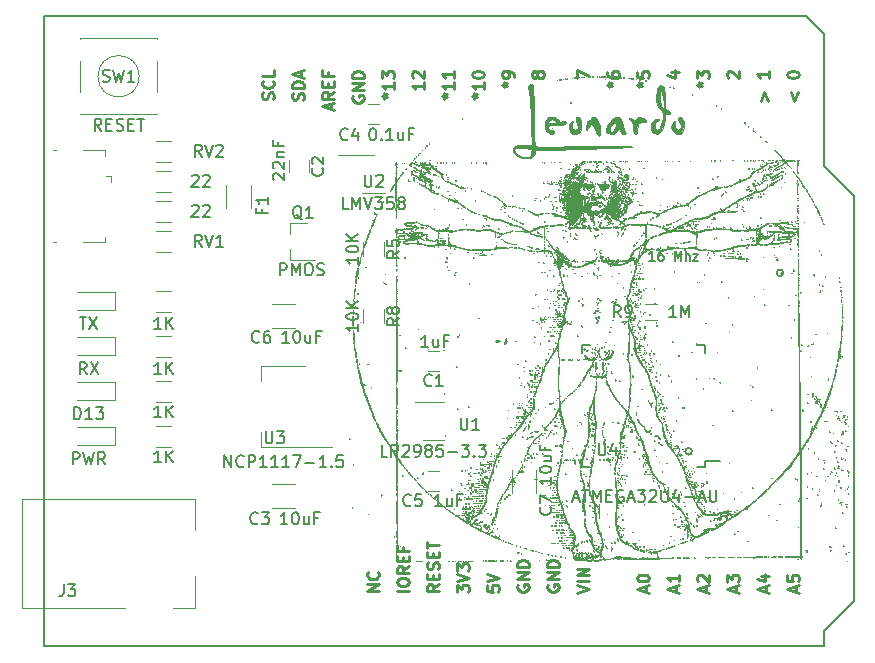
<source format=gbr>
G04 #@! TF.FileFunction,Legend,Top*
%FSLAX46Y46*%
G04 Gerber Fmt 4.6, Leading zero omitted, Abs format (unit mm)*
G04 Created by KiCad (PCBNEW 4.0.7) date 09/05/18 22:20:03*
%MOMM*%
%LPD*%
G01*
G04 APERTURE LIST*
%ADD10C,0.100000*%
%ADD11C,0.200000*%
%ADD12C,0.250000*%
%ADD13C,0.010000*%
%ADD14C,0.120000*%
%ADD15C,0.150000*%
G04 APERTURE END LIST*
D10*
D11*
X169320981Y-97917000D02*
G75*
G03X169320981Y-97917000I-283981J0D01*
G01*
D12*
X135072381Y-124856905D02*
X134072381Y-124856905D01*
X135072381Y-124285476D01*
X134072381Y-124285476D01*
X134977143Y-123237857D02*
X135024762Y-123285476D01*
X135072381Y-123428333D01*
X135072381Y-123523571D01*
X135024762Y-123666429D01*
X134929524Y-123761667D01*
X134834286Y-123809286D01*
X134643810Y-123856905D01*
X134500952Y-123856905D01*
X134310476Y-123809286D01*
X134215238Y-123761667D01*
X134120000Y-123666429D01*
X134072381Y-123523571D01*
X134072381Y-123428333D01*
X134120000Y-123285476D01*
X134167619Y-123237857D01*
X170346667Y-124904524D02*
X170346667Y-124428333D01*
X170632381Y-124999762D02*
X169632381Y-124666429D01*
X170632381Y-124333095D01*
X169632381Y-123523571D02*
X169632381Y-123999762D01*
X170108571Y-124047381D01*
X170060952Y-123999762D01*
X170013333Y-123904524D01*
X170013333Y-123666428D01*
X170060952Y-123571190D01*
X170108571Y-123523571D01*
X170203810Y-123475952D01*
X170441905Y-123475952D01*
X170537143Y-123523571D01*
X170584762Y-123571190D01*
X170632381Y-123666428D01*
X170632381Y-123904524D01*
X170584762Y-123999762D01*
X170537143Y-124047381D01*
X167806667Y-124904524D02*
X167806667Y-124428333D01*
X168092381Y-124999762D02*
X167092381Y-124666429D01*
X168092381Y-124333095D01*
X167425714Y-123571190D02*
X168092381Y-123571190D01*
X167044762Y-123809286D02*
X167759048Y-124047381D01*
X167759048Y-123428333D01*
X165266667Y-124904524D02*
X165266667Y-124428333D01*
X165552381Y-124999762D02*
X164552381Y-124666429D01*
X165552381Y-124333095D01*
X164552381Y-124095000D02*
X164552381Y-123475952D01*
X164933333Y-123809286D01*
X164933333Y-123666428D01*
X164980952Y-123571190D01*
X165028571Y-123523571D01*
X165123810Y-123475952D01*
X165361905Y-123475952D01*
X165457143Y-123523571D01*
X165504762Y-123571190D01*
X165552381Y-123666428D01*
X165552381Y-123952143D01*
X165504762Y-124047381D01*
X165457143Y-124095000D01*
X162726667Y-124904524D02*
X162726667Y-124428333D01*
X163012381Y-124999762D02*
X162012381Y-124666429D01*
X163012381Y-124333095D01*
X162107619Y-124047381D02*
X162060000Y-123999762D01*
X162012381Y-123904524D01*
X162012381Y-123666428D01*
X162060000Y-123571190D01*
X162107619Y-123523571D01*
X162202857Y-123475952D01*
X162298095Y-123475952D01*
X162440952Y-123523571D01*
X163012381Y-124095000D01*
X163012381Y-123475952D01*
X160186667Y-124904524D02*
X160186667Y-124428333D01*
X160472381Y-124999762D02*
X159472381Y-124666429D01*
X160472381Y-124333095D01*
X160472381Y-123475952D02*
X160472381Y-124047381D01*
X160472381Y-123761667D02*
X159472381Y-123761667D01*
X159615238Y-123856905D01*
X159710476Y-123952143D01*
X159758095Y-124047381D01*
X157646667Y-124904524D02*
X157646667Y-124428333D01*
X157932381Y-124999762D02*
X156932381Y-124666429D01*
X157932381Y-124333095D01*
X156932381Y-123809286D02*
X156932381Y-123714047D01*
X156980000Y-123618809D01*
X157027619Y-123571190D01*
X157122857Y-123523571D01*
X157313333Y-123475952D01*
X157551429Y-123475952D01*
X157741905Y-123523571D01*
X157837143Y-123571190D01*
X157884762Y-123618809D01*
X157932381Y-123714047D01*
X157932381Y-123809286D01*
X157884762Y-123904524D01*
X157837143Y-123952143D01*
X157741905Y-123999762D01*
X157551429Y-124047381D01*
X157313333Y-124047381D01*
X157122857Y-123999762D01*
X157027619Y-123952143D01*
X156980000Y-123904524D01*
X156932381Y-123809286D01*
X151852381Y-124999762D02*
X152852381Y-124666429D01*
X151852381Y-124333095D01*
X152852381Y-123999762D02*
X151852381Y-123999762D01*
X152852381Y-123523572D02*
X151852381Y-123523572D01*
X152852381Y-122952143D01*
X151852381Y-122952143D01*
X149360000Y-124333095D02*
X149312381Y-124428333D01*
X149312381Y-124571190D01*
X149360000Y-124714048D01*
X149455238Y-124809286D01*
X149550476Y-124856905D01*
X149740952Y-124904524D01*
X149883810Y-124904524D01*
X150074286Y-124856905D01*
X150169524Y-124809286D01*
X150264762Y-124714048D01*
X150312381Y-124571190D01*
X150312381Y-124475952D01*
X150264762Y-124333095D01*
X150217143Y-124285476D01*
X149883810Y-124285476D01*
X149883810Y-124475952D01*
X150312381Y-123856905D02*
X149312381Y-123856905D01*
X150312381Y-123285476D01*
X149312381Y-123285476D01*
X150312381Y-122809286D02*
X149312381Y-122809286D01*
X149312381Y-122571191D01*
X149360000Y-122428333D01*
X149455238Y-122333095D01*
X149550476Y-122285476D01*
X149740952Y-122237857D01*
X149883810Y-122237857D01*
X150074286Y-122285476D01*
X150169524Y-122333095D01*
X150264762Y-122428333D01*
X150312381Y-122571191D01*
X150312381Y-122809286D01*
X146820000Y-124333095D02*
X146772381Y-124428333D01*
X146772381Y-124571190D01*
X146820000Y-124714048D01*
X146915238Y-124809286D01*
X147010476Y-124856905D01*
X147200952Y-124904524D01*
X147343810Y-124904524D01*
X147534286Y-124856905D01*
X147629524Y-124809286D01*
X147724762Y-124714048D01*
X147772381Y-124571190D01*
X147772381Y-124475952D01*
X147724762Y-124333095D01*
X147677143Y-124285476D01*
X147343810Y-124285476D01*
X147343810Y-124475952D01*
X147772381Y-123856905D02*
X146772381Y-123856905D01*
X147772381Y-123285476D01*
X146772381Y-123285476D01*
X147772381Y-122809286D02*
X146772381Y-122809286D01*
X146772381Y-122571191D01*
X146820000Y-122428333D01*
X146915238Y-122333095D01*
X147010476Y-122285476D01*
X147200952Y-122237857D01*
X147343810Y-122237857D01*
X147534286Y-122285476D01*
X147629524Y-122333095D01*
X147724762Y-122428333D01*
X147772381Y-122571191D01*
X147772381Y-122809286D01*
X141692381Y-124952143D02*
X141692381Y-124333095D01*
X142073333Y-124666429D01*
X142073333Y-124523571D01*
X142120952Y-124428333D01*
X142168571Y-124380714D01*
X142263810Y-124333095D01*
X142501905Y-124333095D01*
X142597143Y-124380714D01*
X142644762Y-124428333D01*
X142692381Y-124523571D01*
X142692381Y-124809286D01*
X142644762Y-124904524D01*
X142597143Y-124952143D01*
X141692381Y-124047381D02*
X142692381Y-123714048D01*
X141692381Y-123380714D01*
X141692381Y-123142619D02*
X141692381Y-122523571D01*
X142073333Y-122856905D01*
X142073333Y-122714047D01*
X142120952Y-122618809D01*
X142168571Y-122571190D01*
X142263810Y-122523571D01*
X142501905Y-122523571D01*
X142597143Y-122571190D01*
X142644762Y-122618809D01*
X142692381Y-122714047D01*
X142692381Y-122999762D01*
X142644762Y-123095000D01*
X142597143Y-123142619D01*
X140152381Y-124285476D02*
X139676190Y-124618810D01*
X140152381Y-124856905D02*
X139152381Y-124856905D01*
X139152381Y-124475952D01*
X139200000Y-124380714D01*
X139247619Y-124333095D01*
X139342857Y-124285476D01*
X139485714Y-124285476D01*
X139580952Y-124333095D01*
X139628571Y-124380714D01*
X139676190Y-124475952D01*
X139676190Y-124856905D01*
X139628571Y-123856905D02*
X139628571Y-123523571D01*
X140152381Y-123380714D02*
X140152381Y-123856905D01*
X139152381Y-123856905D01*
X139152381Y-123380714D01*
X140104762Y-122999762D02*
X140152381Y-122856905D01*
X140152381Y-122618809D01*
X140104762Y-122523571D01*
X140057143Y-122475952D01*
X139961905Y-122428333D01*
X139866667Y-122428333D01*
X139771429Y-122475952D01*
X139723810Y-122523571D01*
X139676190Y-122618809D01*
X139628571Y-122809286D01*
X139580952Y-122904524D01*
X139533333Y-122952143D01*
X139438095Y-122999762D01*
X139342857Y-122999762D01*
X139247619Y-122952143D01*
X139200000Y-122904524D01*
X139152381Y-122809286D01*
X139152381Y-122571190D01*
X139200000Y-122428333D01*
X139628571Y-121999762D02*
X139628571Y-121666428D01*
X140152381Y-121523571D02*
X140152381Y-121999762D01*
X139152381Y-121999762D01*
X139152381Y-121523571D01*
X139152381Y-121237857D02*
X139152381Y-120666428D01*
X140152381Y-120952143D02*
X139152381Y-120952143D01*
X144232381Y-124380714D02*
X144232381Y-124856905D01*
X144708571Y-124904524D01*
X144660952Y-124856905D01*
X144613333Y-124761667D01*
X144613333Y-124523571D01*
X144660952Y-124428333D01*
X144708571Y-124380714D01*
X144803810Y-124333095D01*
X145041905Y-124333095D01*
X145137143Y-124380714D01*
X145184762Y-124428333D01*
X145232381Y-124523571D01*
X145232381Y-124761667D01*
X145184762Y-124856905D01*
X145137143Y-124904524D01*
X144232381Y-124047381D02*
X145232381Y-123714048D01*
X144232381Y-123380714D01*
X137612381Y-124856905D02*
X136612381Y-124856905D01*
X136612381Y-124190239D02*
X136612381Y-123999762D01*
X136660000Y-123904524D01*
X136755238Y-123809286D01*
X136945714Y-123761667D01*
X137279048Y-123761667D01*
X137469524Y-123809286D01*
X137564762Y-123904524D01*
X137612381Y-123999762D01*
X137612381Y-124190239D01*
X137564762Y-124285477D01*
X137469524Y-124380715D01*
X137279048Y-124428334D01*
X136945714Y-124428334D01*
X136755238Y-124380715D01*
X136660000Y-124285477D01*
X136612381Y-124190239D01*
X137612381Y-122761667D02*
X137136190Y-123095001D01*
X137612381Y-123333096D02*
X136612381Y-123333096D01*
X136612381Y-122952143D01*
X136660000Y-122856905D01*
X136707619Y-122809286D01*
X136802857Y-122761667D01*
X136945714Y-122761667D01*
X137040952Y-122809286D01*
X137088571Y-122856905D01*
X137136190Y-122952143D01*
X137136190Y-123333096D01*
X137088571Y-122333096D02*
X137088571Y-121999762D01*
X137612381Y-121856905D02*
X137612381Y-122333096D01*
X136612381Y-122333096D01*
X136612381Y-121856905D01*
X137088571Y-121095000D02*
X137088571Y-121428334D01*
X137612381Y-121428334D02*
X136612381Y-121428334D01*
X136612381Y-120952143D01*
X169965714Y-82597381D02*
X170251429Y-83359286D01*
X170537143Y-82597381D01*
X169632381Y-81168810D02*
X169632381Y-81073571D01*
X169680000Y-80978333D01*
X169727619Y-80930714D01*
X169822857Y-80883095D01*
X170013333Y-80835476D01*
X170251429Y-80835476D01*
X170441905Y-80883095D01*
X170537143Y-80930714D01*
X170584762Y-80978333D01*
X170632381Y-81073571D01*
X170632381Y-81168810D01*
X170584762Y-81264048D01*
X170537143Y-81311667D01*
X170441905Y-81359286D01*
X170251429Y-81406905D01*
X170013333Y-81406905D01*
X169822857Y-81359286D01*
X169727619Y-81311667D01*
X169680000Y-81264048D01*
X169632381Y-81168810D01*
X167425714Y-83359286D02*
X167711429Y-82597381D01*
X167997143Y-83359286D01*
X168092381Y-80835476D02*
X168092381Y-81406905D01*
X168092381Y-81121191D02*
X167092381Y-81121191D01*
X167235238Y-81216429D01*
X167330476Y-81311667D01*
X167378095Y-81406905D01*
X164647619Y-81406905D02*
X164600000Y-81359286D01*
X164552381Y-81264048D01*
X164552381Y-81025952D01*
X164600000Y-80930714D01*
X164647619Y-80883095D01*
X164742857Y-80835476D01*
X164838095Y-80835476D01*
X164980952Y-80883095D01*
X165552381Y-81454524D01*
X165552381Y-80835476D01*
X162012381Y-81978334D02*
X162250476Y-81978334D01*
X162155238Y-82216429D02*
X162250476Y-81978334D01*
X162155238Y-81740238D01*
X162440952Y-82121191D02*
X162250476Y-81978334D01*
X162440952Y-81835476D01*
X162012381Y-81454524D02*
X162012381Y-80835476D01*
X162393333Y-81168810D01*
X162393333Y-81025952D01*
X162440952Y-80930714D01*
X162488571Y-80883095D01*
X162583810Y-80835476D01*
X162821905Y-80835476D01*
X162917143Y-80883095D01*
X162964762Y-80930714D01*
X163012381Y-81025952D01*
X163012381Y-81311667D01*
X162964762Y-81406905D01*
X162917143Y-81454524D01*
X159805714Y-80930714D02*
X160472381Y-80930714D01*
X159424762Y-81168810D02*
X160139048Y-81406905D01*
X160139048Y-80787857D01*
X156932381Y-81978334D02*
X157170476Y-81978334D01*
X157075238Y-82216429D02*
X157170476Y-81978334D01*
X157075238Y-81740238D01*
X157360952Y-82121191D02*
X157170476Y-81978334D01*
X157360952Y-81835476D01*
X156932381Y-80883095D02*
X156932381Y-81359286D01*
X157408571Y-81406905D01*
X157360952Y-81359286D01*
X157313333Y-81264048D01*
X157313333Y-81025952D01*
X157360952Y-80930714D01*
X157408571Y-80883095D01*
X157503810Y-80835476D01*
X157741905Y-80835476D01*
X157837143Y-80883095D01*
X157884762Y-80930714D01*
X157932381Y-81025952D01*
X157932381Y-81264048D01*
X157884762Y-81359286D01*
X157837143Y-81406905D01*
X154392381Y-81978334D02*
X154630476Y-81978334D01*
X154535238Y-82216429D02*
X154630476Y-81978334D01*
X154535238Y-81740238D01*
X154820952Y-82121191D02*
X154630476Y-81978334D01*
X154820952Y-81835476D01*
X154392381Y-80930714D02*
X154392381Y-81121191D01*
X154440000Y-81216429D01*
X154487619Y-81264048D01*
X154630476Y-81359286D01*
X154820952Y-81406905D01*
X155201905Y-81406905D01*
X155297143Y-81359286D01*
X155344762Y-81311667D01*
X155392381Y-81216429D01*
X155392381Y-81025952D01*
X155344762Y-80930714D01*
X155297143Y-80883095D01*
X155201905Y-80835476D01*
X154963810Y-80835476D01*
X154868571Y-80883095D01*
X154820952Y-80930714D01*
X154773333Y-81025952D01*
X154773333Y-81216429D01*
X154820952Y-81311667D01*
X154868571Y-81359286D01*
X154963810Y-81406905D01*
X151852381Y-81454524D02*
X151852381Y-80787857D01*
X152852381Y-81216429D01*
X148470952Y-81216429D02*
X148423333Y-81311667D01*
X148375714Y-81359286D01*
X148280476Y-81406905D01*
X148232857Y-81406905D01*
X148137619Y-81359286D01*
X148090000Y-81311667D01*
X148042381Y-81216429D01*
X148042381Y-81025952D01*
X148090000Y-80930714D01*
X148137619Y-80883095D01*
X148232857Y-80835476D01*
X148280476Y-80835476D01*
X148375714Y-80883095D01*
X148423333Y-80930714D01*
X148470952Y-81025952D01*
X148470952Y-81216429D01*
X148518571Y-81311667D01*
X148566190Y-81359286D01*
X148661429Y-81406905D01*
X148851905Y-81406905D01*
X148947143Y-81359286D01*
X148994762Y-81311667D01*
X149042381Y-81216429D01*
X149042381Y-81025952D01*
X148994762Y-80930714D01*
X148947143Y-80883095D01*
X148851905Y-80835476D01*
X148661429Y-80835476D01*
X148566190Y-80883095D01*
X148518571Y-80930714D01*
X148470952Y-81025952D01*
X145502381Y-81978334D02*
X145740476Y-81978334D01*
X145645238Y-82216429D02*
X145740476Y-81978334D01*
X145645238Y-81740238D01*
X145930952Y-82121191D02*
X145740476Y-81978334D01*
X145930952Y-81835476D01*
X146502381Y-81311667D02*
X146502381Y-81121191D01*
X146454762Y-81025952D01*
X146407143Y-80978333D01*
X146264286Y-80883095D01*
X146073810Y-80835476D01*
X145692857Y-80835476D01*
X145597619Y-80883095D01*
X145550000Y-80930714D01*
X145502381Y-81025952D01*
X145502381Y-81216429D01*
X145550000Y-81311667D01*
X145597619Y-81359286D01*
X145692857Y-81406905D01*
X145930952Y-81406905D01*
X146026190Y-81359286D01*
X146073810Y-81311667D01*
X146121429Y-81216429D01*
X146121429Y-81025952D01*
X146073810Y-80930714D01*
X146026190Y-80883095D01*
X145930952Y-80835476D01*
X142962381Y-82930715D02*
X143200476Y-82930715D01*
X143105238Y-83168810D02*
X143200476Y-82930715D01*
X143105238Y-82692619D01*
X143390952Y-83073572D02*
X143200476Y-82930715D01*
X143390952Y-82787857D01*
X143962381Y-81787857D02*
X143962381Y-82359286D01*
X143962381Y-82073572D02*
X142962381Y-82073572D01*
X143105238Y-82168810D01*
X143200476Y-82264048D01*
X143248095Y-82359286D01*
X142962381Y-81168810D02*
X142962381Y-81073571D01*
X143010000Y-80978333D01*
X143057619Y-80930714D01*
X143152857Y-80883095D01*
X143343333Y-80835476D01*
X143581429Y-80835476D01*
X143771905Y-80883095D01*
X143867143Y-80930714D01*
X143914762Y-80978333D01*
X143962381Y-81073571D01*
X143962381Y-81168810D01*
X143914762Y-81264048D01*
X143867143Y-81311667D01*
X143771905Y-81359286D01*
X143581429Y-81406905D01*
X143343333Y-81406905D01*
X143152857Y-81359286D01*
X143057619Y-81311667D01*
X143010000Y-81264048D01*
X142962381Y-81168810D01*
X140422381Y-82930715D02*
X140660476Y-82930715D01*
X140565238Y-83168810D02*
X140660476Y-82930715D01*
X140565238Y-82692619D01*
X140850952Y-83073572D02*
X140660476Y-82930715D01*
X140850952Y-82787857D01*
X141422381Y-81787857D02*
X141422381Y-82359286D01*
X141422381Y-82073572D02*
X140422381Y-82073572D01*
X140565238Y-82168810D01*
X140660476Y-82264048D01*
X140708095Y-82359286D01*
X141422381Y-80835476D02*
X141422381Y-81406905D01*
X141422381Y-81121191D02*
X140422381Y-81121191D01*
X140565238Y-81216429D01*
X140660476Y-81311667D01*
X140708095Y-81406905D01*
X138882381Y-81787857D02*
X138882381Y-82359286D01*
X138882381Y-82073572D02*
X137882381Y-82073572D01*
X138025238Y-82168810D01*
X138120476Y-82264048D01*
X138168095Y-82359286D01*
X137977619Y-81406905D02*
X137930000Y-81359286D01*
X137882381Y-81264048D01*
X137882381Y-81025952D01*
X137930000Y-80930714D01*
X137977619Y-80883095D01*
X138072857Y-80835476D01*
X138168095Y-80835476D01*
X138310952Y-80883095D01*
X138882381Y-81454524D01*
X138882381Y-80835476D01*
X135342381Y-82930715D02*
X135580476Y-82930715D01*
X135485238Y-83168810D02*
X135580476Y-82930715D01*
X135485238Y-82692619D01*
X135770952Y-83073572D02*
X135580476Y-82930715D01*
X135770952Y-82787857D01*
X136342381Y-81787857D02*
X136342381Y-82359286D01*
X136342381Y-82073572D02*
X135342381Y-82073572D01*
X135485238Y-82168810D01*
X135580476Y-82264048D01*
X135628095Y-82359286D01*
X135342381Y-81454524D02*
X135342381Y-80835476D01*
X135723333Y-81168810D01*
X135723333Y-81025952D01*
X135770952Y-80930714D01*
X135818571Y-80883095D01*
X135913810Y-80835476D01*
X136151905Y-80835476D01*
X136247143Y-80883095D01*
X136294762Y-80930714D01*
X136342381Y-81025952D01*
X136342381Y-81311667D01*
X136294762Y-81406905D01*
X136247143Y-81454524D01*
X132850000Y-82930714D02*
X132802381Y-83025952D01*
X132802381Y-83168809D01*
X132850000Y-83311667D01*
X132945238Y-83406905D01*
X133040476Y-83454524D01*
X133230952Y-83502143D01*
X133373810Y-83502143D01*
X133564286Y-83454524D01*
X133659524Y-83406905D01*
X133754762Y-83311667D01*
X133802381Y-83168809D01*
X133802381Y-83073571D01*
X133754762Y-82930714D01*
X133707143Y-82883095D01*
X133373810Y-82883095D01*
X133373810Y-83073571D01*
X133802381Y-82454524D02*
X132802381Y-82454524D01*
X133802381Y-81883095D01*
X132802381Y-81883095D01*
X133802381Y-81406905D02*
X132802381Y-81406905D01*
X132802381Y-81168810D01*
X132850000Y-81025952D01*
X132945238Y-80930714D01*
X133040476Y-80883095D01*
X133230952Y-80835476D01*
X133373810Y-80835476D01*
X133564286Y-80883095D01*
X133659524Y-80930714D01*
X133754762Y-81025952D01*
X133802381Y-81168810D01*
X133802381Y-81406905D01*
X130976667Y-84073572D02*
X130976667Y-83597381D01*
X131262381Y-84168810D02*
X130262381Y-83835477D01*
X131262381Y-83502143D01*
X131262381Y-82597381D02*
X130786190Y-82930715D01*
X131262381Y-83168810D02*
X130262381Y-83168810D01*
X130262381Y-82787857D01*
X130310000Y-82692619D01*
X130357619Y-82645000D01*
X130452857Y-82597381D01*
X130595714Y-82597381D01*
X130690952Y-82645000D01*
X130738571Y-82692619D01*
X130786190Y-82787857D01*
X130786190Y-83168810D01*
X130738571Y-82168810D02*
X130738571Y-81835476D01*
X131262381Y-81692619D02*
X131262381Y-82168810D01*
X130262381Y-82168810D01*
X130262381Y-81692619D01*
X130738571Y-80930714D02*
X130738571Y-81264048D01*
X131262381Y-81264048D02*
X130262381Y-81264048D01*
X130262381Y-80787857D01*
X128674762Y-83264048D02*
X128722381Y-83121191D01*
X128722381Y-82883095D01*
X128674762Y-82787857D01*
X128627143Y-82740238D01*
X128531905Y-82692619D01*
X128436667Y-82692619D01*
X128341429Y-82740238D01*
X128293810Y-82787857D01*
X128246190Y-82883095D01*
X128198571Y-83073572D01*
X128150952Y-83168810D01*
X128103333Y-83216429D01*
X128008095Y-83264048D01*
X127912857Y-83264048D01*
X127817619Y-83216429D01*
X127770000Y-83168810D01*
X127722381Y-83073572D01*
X127722381Y-82835476D01*
X127770000Y-82692619D01*
X128722381Y-82264048D02*
X127722381Y-82264048D01*
X127722381Y-82025953D01*
X127770000Y-81883095D01*
X127865238Y-81787857D01*
X127960476Y-81740238D01*
X128150952Y-81692619D01*
X128293810Y-81692619D01*
X128484286Y-81740238D01*
X128579524Y-81787857D01*
X128674762Y-81883095D01*
X128722381Y-82025953D01*
X128722381Y-82264048D01*
X128436667Y-81311667D02*
X128436667Y-80835476D01*
X128722381Y-81406905D02*
X127722381Y-81073572D01*
X128722381Y-80740238D01*
X126134762Y-83216429D02*
X126182381Y-83073572D01*
X126182381Y-82835476D01*
X126134762Y-82740238D01*
X126087143Y-82692619D01*
X125991905Y-82645000D01*
X125896667Y-82645000D01*
X125801429Y-82692619D01*
X125753810Y-82740238D01*
X125706190Y-82835476D01*
X125658571Y-83025953D01*
X125610952Y-83121191D01*
X125563333Y-83168810D01*
X125468095Y-83216429D01*
X125372857Y-83216429D01*
X125277619Y-83168810D01*
X125230000Y-83121191D01*
X125182381Y-83025953D01*
X125182381Y-82787857D01*
X125230000Y-82645000D01*
X126087143Y-81645000D02*
X126134762Y-81692619D01*
X126182381Y-81835476D01*
X126182381Y-81930714D01*
X126134762Y-82073572D01*
X126039524Y-82168810D01*
X125944286Y-82216429D01*
X125753810Y-82264048D01*
X125610952Y-82264048D01*
X125420476Y-82216429D01*
X125325238Y-82168810D01*
X125230000Y-82073572D01*
X125182381Y-81930714D01*
X125182381Y-81835476D01*
X125230000Y-81692619D01*
X125277619Y-81645000D01*
X126182381Y-80740238D02*
X126182381Y-81216429D01*
X125182381Y-81216429D01*
D11*
X161573981Y-113030000D02*
G75*
G03X161573981Y-113030000I-283981J0D01*
G01*
D13*
G36*
X136546167Y-122285691D02*
X136601868Y-122315738D01*
X136609667Y-122326695D01*
X136575098Y-122341494D01*
X136546167Y-122343333D01*
X136489820Y-122321178D01*
X136482667Y-122302328D01*
X136513697Y-122279036D01*
X136546167Y-122285691D01*
X136546167Y-122285691D01*
G37*
X136546167Y-122285691D02*
X136601868Y-122315738D01*
X136609667Y-122326695D01*
X136575098Y-122341494D01*
X136546167Y-122343333D01*
X136489820Y-122321178D01*
X136482667Y-122302328D01*
X136513697Y-122279036D01*
X136546167Y-122285691D01*
G36*
X138596545Y-122288928D02*
X138684626Y-122297085D01*
X138709027Y-122307245D01*
X138682085Y-122325212D01*
X138590125Y-122338137D01*
X138452763Y-122343324D01*
X138446610Y-122343333D01*
X138307079Y-122340897D01*
X138211454Y-122334501D01*
X138179763Y-122325509D01*
X138180055Y-122325167D01*
X138235348Y-122307757D01*
X138342679Y-122295254D01*
X138472820Y-122288648D01*
X138596545Y-122288928D01*
X138596545Y-122288928D01*
G37*
X138596545Y-122288928D02*
X138684626Y-122297085D01*
X138709027Y-122307245D01*
X138682085Y-122325212D01*
X138590125Y-122338137D01*
X138452763Y-122343324D01*
X138446610Y-122343333D01*
X138307079Y-122340897D01*
X138211454Y-122334501D01*
X138179763Y-122325509D01*
X138180055Y-122325167D01*
X138235348Y-122307757D01*
X138342679Y-122295254D01*
X138472820Y-122288648D01*
X138596545Y-122288928D01*
G36*
X140970000Y-122322166D02*
X140948834Y-122343333D01*
X140927667Y-122322166D01*
X140948834Y-122301000D01*
X140970000Y-122322166D01*
X140970000Y-122322166D01*
G37*
X140970000Y-122322166D02*
X140948834Y-122343333D01*
X140927667Y-122322166D01*
X140948834Y-122301000D01*
X140970000Y-122322166D01*
G36*
X141381868Y-122317756D02*
X141369243Y-122336997D01*
X141326306Y-122339991D01*
X141281135Y-122329652D01*
X141300729Y-122314414D01*
X141366891Y-122309368D01*
X141381868Y-122317756D01*
X141381868Y-122317756D01*
G37*
X141381868Y-122317756D02*
X141369243Y-122336997D01*
X141326306Y-122339991D01*
X141281135Y-122329652D01*
X141300729Y-122314414D01*
X141366891Y-122309368D01*
X141381868Y-122317756D01*
G36*
X141520334Y-122322166D02*
X141499167Y-122343333D01*
X141478000Y-122322166D01*
X141499167Y-122301000D01*
X141520334Y-122322166D01*
X141520334Y-122322166D01*
G37*
X141520334Y-122322166D02*
X141499167Y-122343333D01*
X141478000Y-122322166D01*
X141499167Y-122301000D01*
X141520334Y-122322166D01*
G36*
X141816667Y-122322166D02*
X141795500Y-122343333D01*
X141774334Y-122322166D01*
X141795500Y-122301000D01*
X141816667Y-122322166D01*
X141816667Y-122322166D01*
G37*
X141816667Y-122322166D02*
X141795500Y-122343333D01*
X141774334Y-122322166D01*
X141795500Y-122301000D01*
X141816667Y-122322166D01*
G36*
X142038917Y-122315296D02*
X142044235Y-122330748D01*
X141986000Y-122336649D01*
X141925902Y-122329996D01*
X141933084Y-122315296D01*
X142019755Y-122309705D01*
X142038917Y-122315296D01*
X142038917Y-122315296D01*
G37*
X142038917Y-122315296D02*
X142044235Y-122330748D01*
X141986000Y-122336649D01*
X141925902Y-122329996D01*
X141933084Y-122315296D01*
X142019755Y-122309705D01*
X142038917Y-122315296D01*
G36*
X142225889Y-122315111D02*
X142220078Y-122340278D01*
X142197667Y-122343333D01*
X142162822Y-122327844D01*
X142169445Y-122315111D01*
X142219684Y-122310044D01*
X142225889Y-122315111D01*
X142225889Y-122315111D01*
G37*
X142225889Y-122315111D02*
X142220078Y-122340278D01*
X142197667Y-122343333D01*
X142162822Y-122327844D01*
X142169445Y-122315111D01*
X142219684Y-122310044D01*
X142225889Y-122315111D01*
G36*
X142463056Y-122315565D02*
X142464463Y-122329462D01*
X142398192Y-122335138D01*
X142388167Y-122335080D01*
X142322510Y-122328976D01*
X142328777Y-122316091D01*
X142336056Y-122313996D01*
X142428271Y-122307799D01*
X142463056Y-122315565D01*
X142463056Y-122315565D01*
G37*
X142463056Y-122315565D02*
X142464463Y-122329462D01*
X142398192Y-122335138D01*
X142388167Y-122335080D01*
X142322510Y-122328976D01*
X142328777Y-122316091D01*
X142336056Y-122313996D01*
X142428271Y-122307799D01*
X142463056Y-122315565D01*
G36*
X142942482Y-122311867D02*
X142948139Y-122312438D01*
X142988197Y-122320288D01*
X142951928Y-122326242D01*
X142847668Y-122329265D01*
X142811500Y-122329442D01*
X142687921Y-122327577D01*
X142626787Y-122322326D01*
X142638068Y-122314730D01*
X142651806Y-122312780D01*
X142791797Y-122305672D01*
X142942482Y-122311867D01*
X142942482Y-122311867D01*
G37*
X142942482Y-122311867D02*
X142948139Y-122312438D01*
X142988197Y-122320288D01*
X142951928Y-122326242D01*
X142847668Y-122329265D01*
X142811500Y-122329442D01*
X142687921Y-122327577D01*
X142626787Y-122322326D01*
X142638068Y-122314730D01*
X142651806Y-122312780D01*
X142791797Y-122305672D01*
X142942482Y-122311867D01*
G36*
X152009853Y-121615636D02*
X151998083Y-121676583D01*
X151990671Y-121795571D01*
X152015312Y-121909218D01*
X152062383Y-121990523D01*
X152118155Y-122013394D01*
X152178205Y-122032979D01*
X152188334Y-122066310D01*
X152212991Y-122123789D01*
X152235256Y-122131666D01*
X152262910Y-122096362D01*
X152252229Y-122015250D01*
X152225134Y-121891215D01*
X152211225Y-121804469D01*
X152177735Y-121696811D01*
X152145494Y-121644223D01*
X152121012Y-121603587D01*
X152148680Y-121587323D01*
X152243223Y-121588887D01*
X152266514Y-121590421D01*
X152371883Y-121606191D01*
X152434780Y-121630322D01*
X152442851Y-121653309D01*
X152383745Y-121665644D01*
X152364722Y-121666000D01*
X152307812Y-121688946D01*
X152285070Y-121770356D01*
X152283374Y-121803583D01*
X152301647Y-121969948D01*
X152361762Y-122083417D01*
X152456303Y-122130998D01*
X152470654Y-122131666D01*
X152536772Y-122119291D01*
X152566935Y-122066310D01*
X152576041Y-121972916D01*
X152578927Y-121846932D01*
X152577132Y-121748359D01*
X152576540Y-121740083D01*
X152600997Y-121677751D01*
X152634929Y-121666000D01*
X152674936Y-121686139D01*
X152691636Y-121758152D01*
X152691407Y-121867083D01*
X152687836Y-122003507D01*
X152688309Y-122112821D01*
X152689810Y-122141443D01*
X152731875Y-122207335D01*
X152820468Y-122243749D01*
X152919900Y-122241414D01*
X152973073Y-122215028D01*
X153043749Y-122182990D01*
X153074208Y-122219587D01*
X153062725Y-122278007D01*
X153006176Y-122324148D01*
X152907971Y-122342808D01*
X152807559Y-122330814D01*
X152757185Y-122302584D01*
X152698503Y-122281855D01*
X152577679Y-122262127D01*
X152417207Y-122246745D01*
X152357135Y-122243075D01*
X152191430Y-122233654D01*
X152060695Y-122224777D01*
X151985906Y-122217926D01*
X151976667Y-122216222D01*
X151924270Y-122212610D01*
X151822838Y-122214209D01*
X151802590Y-122215047D01*
X151647906Y-122193297D01*
X151552129Y-122110829D01*
X151552043Y-122110500D01*
X151807334Y-122110500D01*
X151828500Y-122131666D01*
X151849667Y-122110500D01*
X151828500Y-122089333D01*
X151807334Y-122110500D01*
X151552043Y-122110500D01*
X151514451Y-121966841D01*
X151513865Y-121927559D01*
X151517432Y-121829334D01*
X151528474Y-121807869D01*
X151555187Y-121855260D01*
X151565611Y-121877666D01*
X151648030Y-122003432D01*
X151741341Y-122046345D01*
X151741717Y-122046351D01*
X151752379Y-122023989D01*
X151731134Y-121996200D01*
X151692359Y-121916842D01*
X151681991Y-121837450D01*
X151685334Y-121769941D01*
X151699314Y-121771500D01*
X151734489Y-121846311D01*
X151740783Y-121860747D01*
X151802877Y-121966321D01*
X151866023Y-122019280D01*
X151914936Y-122013162D01*
X151934334Y-121942593D01*
X151918675Y-121820743D01*
X151894417Y-121735857D01*
X151875956Y-121651056D01*
X151911330Y-121609310D01*
X151919046Y-121606101D01*
X151992990Y-121584773D01*
X152009853Y-121615636D01*
X152009853Y-121615636D01*
G37*
X152009853Y-121615636D02*
X151998083Y-121676583D01*
X151990671Y-121795571D01*
X152015312Y-121909218D01*
X152062383Y-121990523D01*
X152118155Y-122013394D01*
X152178205Y-122032979D01*
X152188334Y-122066310D01*
X152212991Y-122123789D01*
X152235256Y-122131666D01*
X152262910Y-122096362D01*
X152252229Y-122015250D01*
X152225134Y-121891215D01*
X152211225Y-121804469D01*
X152177735Y-121696811D01*
X152145494Y-121644223D01*
X152121012Y-121603587D01*
X152148680Y-121587323D01*
X152243223Y-121588887D01*
X152266514Y-121590421D01*
X152371883Y-121606191D01*
X152434780Y-121630322D01*
X152442851Y-121653309D01*
X152383745Y-121665644D01*
X152364722Y-121666000D01*
X152307812Y-121688946D01*
X152285070Y-121770356D01*
X152283374Y-121803583D01*
X152301647Y-121969948D01*
X152361762Y-122083417D01*
X152456303Y-122130998D01*
X152470654Y-122131666D01*
X152536772Y-122119291D01*
X152566935Y-122066310D01*
X152576041Y-121972916D01*
X152578927Y-121846932D01*
X152577132Y-121748359D01*
X152576540Y-121740083D01*
X152600997Y-121677751D01*
X152634929Y-121666000D01*
X152674936Y-121686139D01*
X152691636Y-121758152D01*
X152691407Y-121867083D01*
X152687836Y-122003507D01*
X152688309Y-122112821D01*
X152689810Y-122141443D01*
X152731875Y-122207335D01*
X152820468Y-122243749D01*
X152919900Y-122241414D01*
X152973073Y-122215028D01*
X153043749Y-122182990D01*
X153074208Y-122219587D01*
X153062725Y-122278007D01*
X153006176Y-122324148D01*
X152907971Y-122342808D01*
X152807559Y-122330814D01*
X152757185Y-122302584D01*
X152698503Y-122281855D01*
X152577679Y-122262127D01*
X152417207Y-122246745D01*
X152357135Y-122243075D01*
X152191430Y-122233654D01*
X152060695Y-122224777D01*
X151985906Y-122217926D01*
X151976667Y-122216222D01*
X151924270Y-122212610D01*
X151822838Y-122214209D01*
X151802590Y-122215047D01*
X151647906Y-122193297D01*
X151552129Y-122110829D01*
X151552043Y-122110500D01*
X151807334Y-122110500D01*
X151828500Y-122131666D01*
X151849667Y-122110500D01*
X151828500Y-122089333D01*
X151807334Y-122110500D01*
X151552043Y-122110500D01*
X151514451Y-121966841D01*
X151513865Y-121927559D01*
X151517432Y-121829334D01*
X151528474Y-121807869D01*
X151555187Y-121855260D01*
X151565611Y-121877666D01*
X151648030Y-122003432D01*
X151741341Y-122046345D01*
X151741717Y-122046351D01*
X151752379Y-122023989D01*
X151731134Y-121996200D01*
X151692359Y-121916842D01*
X151681991Y-121837450D01*
X151685334Y-121769941D01*
X151699314Y-121771500D01*
X151734489Y-121846311D01*
X151740783Y-121860747D01*
X151802877Y-121966321D01*
X151866023Y-122019280D01*
X151914936Y-122013162D01*
X151934334Y-121942593D01*
X151918675Y-121820743D01*
X151894417Y-121735857D01*
X151875956Y-121651056D01*
X151911330Y-121609310D01*
X151919046Y-121606101D01*
X151992990Y-121584773D01*
X152009853Y-121615636D01*
G36*
X153071160Y-121700190D02*
X153092642Y-121729500D01*
X153149218Y-121785815D01*
X153181838Y-121793000D01*
X153239814Y-121818701D01*
X153233895Y-121872343D01*
X153204334Y-121898833D01*
X153168237Y-121963103D01*
X153166774Y-122059860D01*
X153198182Y-122145147D01*
X153214917Y-122162859D01*
X153307171Y-122206739D01*
X153429003Y-122232919D01*
X153542867Y-122236251D01*
X153606248Y-122216542D01*
X153676450Y-122187557D01*
X153796533Y-122162195D01*
X153864771Y-122153482D01*
X153971048Y-122146866D01*
X154007063Y-122154054D01*
X153987500Y-122166322D01*
X153893690Y-122205742D01*
X153770353Y-122260263D01*
X153745443Y-122271562D01*
X153632503Y-122318469D01*
X153544065Y-122334996D01*
X153440926Y-122323996D01*
X153337995Y-122301211D01*
X153201940Y-122254814D01*
X153128540Y-122183210D01*
X153095825Y-122063868D01*
X153094267Y-122051233D01*
X153054817Y-121927069D01*
X152993603Y-121836269D01*
X152931034Y-121760183D01*
X152908000Y-121708333D01*
X152938869Y-121671193D01*
X153005996Y-121669939D01*
X153071160Y-121700190D01*
X153071160Y-121700190D01*
G37*
X153071160Y-121700190D02*
X153092642Y-121729500D01*
X153149218Y-121785815D01*
X153181838Y-121793000D01*
X153239814Y-121818701D01*
X153233895Y-121872343D01*
X153204334Y-121898833D01*
X153168237Y-121963103D01*
X153166774Y-122059860D01*
X153198182Y-122145147D01*
X153214917Y-122162859D01*
X153307171Y-122206739D01*
X153429003Y-122232919D01*
X153542867Y-122236251D01*
X153606248Y-122216542D01*
X153676450Y-122187557D01*
X153796533Y-122162195D01*
X153864771Y-122153482D01*
X153971048Y-122146866D01*
X154007063Y-122154054D01*
X153987500Y-122166322D01*
X153893690Y-122205742D01*
X153770353Y-122260263D01*
X153745443Y-122271562D01*
X153632503Y-122318469D01*
X153544065Y-122334996D01*
X153440926Y-122323996D01*
X153337995Y-122301211D01*
X153201940Y-122254814D01*
X153128540Y-122183210D01*
X153095825Y-122063868D01*
X153094267Y-122051233D01*
X153054817Y-121927069D01*
X152993603Y-121836269D01*
X152931034Y-121760183D01*
X152908000Y-121708333D01*
X152938869Y-121671193D01*
X153005996Y-121669939D01*
X153071160Y-121700190D01*
G36*
X174709667Y-122322166D02*
X174688500Y-122343333D01*
X174667334Y-122322166D01*
X174688500Y-122301000D01*
X174709667Y-122322166D01*
X174709667Y-122322166D01*
G37*
X174709667Y-122322166D02*
X174688500Y-122343333D01*
X174667334Y-122322166D01*
X174688500Y-122301000D01*
X174709667Y-122322166D01*
G36*
X143891000Y-122279833D02*
X143869834Y-122301000D01*
X143848667Y-122279833D01*
X143869834Y-122258666D01*
X143891000Y-122279833D01*
X143891000Y-122279833D01*
G37*
X143891000Y-122279833D02*
X143869834Y-122301000D01*
X143848667Y-122279833D01*
X143869834Y-122258666D01*
X143891000Y-122279833D01*
G36*
X144175868Y-122275423D02*
X144163243Y-122294664D01*
X144120306Y-122297657D01*
X144075135Y-122287319D01*
X144094729Y-122272081D01*
X144160891Y-122267034D01*
X144175868Y-122275423D01*
X144175868Y-122275423D01*
G37*
X144175868Y-122275423D02*
X144163243Y-122294664D01*
X144120306Y-122297657D01*
X144075135Y-122287319D01*
X144094729Y-122272081D01*
X144160891Y-122267034D01*
X144175868Y-122275423D01*
G36*
X144429868Y-122275423D02*
X144417243Y-122294664D01*
X144374306Y-122297657D01*
X144329135Y-122287319D01*
X144348729Y-122272081D01*
X144414891Y-122267034D01*
X144429868Y-122275423D01*
X144429868Y-122275423D01*
G37*
X144429868Y-122275423D02*
X144417243Y-122294664D01*
X144374306Y-122297657D01*
X144329135Y-122287319D01*
X144348729Y-122272081D01*
X144414891Y-122267034D01*
X144429868Y-122275423D01*
G36*
X144621250Y-122272963D02*
X144626568Y-122288414D01*
X144568334Y-122294315D01*
X144508236Y-122287663D01*
X144515417Y-122272963D01*
X144602088Y-122267372D01*
X144621250Y-122272963D01*
X144621250Y-122272963D01*
G37*
X144621250Y-122272963D02*
X144626568Y-122288414D01*
X144568334Y-122294315D01*
X144508236Y-122287663D01*
X144515417Y-122272963D01*
X144602088Y-122267372D01*
X144621250Y-122272963D01*
G36*
X144780000Y-122279833D02*
X144758834Y-122301000D01*
X144737667Y-122279833D01*
X144758834Y-122258666D01*
X144780000Y-122279833D01*
X144780000Y-122279833D01*
G37*
X144780000Y-122279833D02*
X144758834Y-122301000D01*
X144737667Y-122279833D01*
X144758834Y-122258666D01*
X144780000Y-122279833D01*
G36*
X144864667Y-122279833D02*
X144843500Y-122301000D01*
X144822334Y-122279833D01*
X144843500Y-122258666D01*
X144864667Y-122279833D01*
X144864667Y-122279833D01*
G37*
X144864667Y-122279833D02*
X144843500Y-122301000D01*
X144822334Y-122279833D01*
X144843500Y-122258666D01*
X144864667Y-122279833D01*
G36*
X144991667Y-122279833D02*
X144970500Y-122301000D01*
X144949334Y-122279833D01*
X144970500Y-122258666D01*
X144991667Y-122279833D01*
X144991667Y-122279833D01*
G37*
X144991667Y-122279833D02*
X144970500Y-122301000D01*
X144949334Y-122279833D01*
X144970500Y-122258666D01*
X144991667Y-122279833D01*
G36*
X145552584Y-122271123D02*
X145572645Y-122281592D01*
X145519458Y-122288235D01*
X145457334Y-122289469D01*
X145365773Y-122286167D01*
X145340638Y-122277724D01*
X145362084Y-122271123D01*
X145485442Y-122264120D01*
X145552584Y-122271123D01*
X145552584Y-122271123D01*
G37*
X145552584Y-122271123D02*
X145572645Y-122281592D01*
X145519458Y-122288235D01*
X145457334Y-122289469D01*
X145365773Y-122286167D01*
X145340638Y-122277724D01*
X145362084Y-122271123D01*
X145485442Y-122264120D01*
X145552584Y-122271123D01*
G36*
X145923000Y-122279833D02*
X145901834Y-122301000D01*
X145880667Y-122279833D01*
X145901834Y-122258666D01*
X145923000Y-122279833D01*
X145923000Y-122279833D01*
G37*
X145923000Y-122279833D02*
X145901834Y-122301000D01*
X145880667Y-122279833D01*
X145901834Y-122258666D01*
X145923000Y-122279833D01*
G36*
X146219334Y-122279833D02*
X146198167Y-122301000D01*
X146177000Y-122279833D01*
X146198167Y-122258666D01*
X146219334Y-122279833D01*
X146219334Y-122279833D01*
G37*
X146219334Y-122279833D02*
X146198167Y-122301000D01*
X146177000Y-122279833D01*
X146198167Y-122258666D01*
X146219334Y-122279833D01*
G36*
X147204389Y-122230898D02*
X147205796Y-122244796D01*
X147139525Y-122250471D01*
X147129500Y-122250413D01*
X147063843Y-122244309D01*
X147070111Y-122231424D01*
X147077389Y-122229330D01*
X147169604Y-122223132D01*
X147204389Y-122230898D01*
X147204389Y-122230898D01*
G37*
X147204389Y-122230898D02*
X147205796Y-122244796D01*
X147139525Y-122250471D01*
X147129500Y-122250413D01*
X147063843Y-122244309D01*
X147070111Y-122231424D01*
X147077389Y-122229330D01*
X147169604Y-122223132D01*
X147204389Y-122230898D01*
G36*
X148632334Y-122237500D02*
X148611167Y-122258666D01*
X148590000Y-122237500D01*
X148611167Y-122216333D01*
X148632334Y-122237500D01*
X148632334Y-122237500D01*
G37*
X148632334Y-122237500D02*
X148611167Y-122258666D01*
X148590000Y-122237500D01*
X148611167Y-122216333D01*
X148632334Y-122237500D01*
G36*
X136558649Y-121724842D02*
X136563548Y-121875485D01*
X136563991Y-121909416D01*
X136561315Y-122058330D01*
X136551160Y-122167411D01*
X136535629Y-122215631D01*
X136533333Y-122216333D01*
X136517998Y-122177917D01*
X136511594Y-122077696D01*
X136514857Y-121951750D01*
X136527713Y-121772085D01*
X136539871Y-121673884D01*
X136550470Y-121657889D01*
X136558649Y-121724842D01*
X136558649Y-121724842D01*
G37*
X136558649Y-121724842D02*
X136563548Y-121875485D01*
X136563991Y-121909416D01*
X136561315Y-122058330D01*
X136551160Y-122167411D01*
X136535629Y-122215631D01*
X136533333Y-122216333D01*
X136517998Y-122177917D01*
X136511594Y-122077696D01*
X136514857Y-121951750D01*
X136527713Y-121772085D01*
X136539871Y-121673884D01*
X136550470Y-121657889D01*
X136558649Y-121724842D01*
G36*
X149267334Y-122195166D02*
X149246167Y-122216333D01*
X149225000Y-122195166D01*
X149246167Y-122174000D01*
X149267334Y-122195166D01*
X149267334Y-122195166D01*
G37*
X149267334Y-122195166D02*
X149246167Y-122216333D01*
X149225000Y-122195166D01*
X149246167Y-122174000D01*
X149267334Y-122195166D01*
G36*
X149563667Y-122195166D02*
X149542500Y-122216333D01*
X149521334Y-122195166D01*
X149542500Y-122174000D01*
X149563667Y-122195166D01*
X149563667Y-122195166D01*
G37*
X149563667Y-122195166D02*
X149542500Y-122216333D01*
X149521334Y-122195166D01*
X149542500Y-122174000D01*
X149563667Y-122195166D01*
G36*
X154206222Y-122188111D02*
X154200411Y-122213278D01*
X154178000Y-122216333D01*
X154143155Y-122200844D01*
X154149778Y-122188111D01*
X154200018Y-122183044D01*
X154206222Y-122188111D01*
X154206222Y-122188111D01*
G37*
X154206222Y-122188111D02*
X154200411Y-122213278D01*
X154178000Y-122216333D01*
X154143155Y-122200844D01*
X154149778Y-122188111D01*
X154200018Y-122183044D01*
X154206222Y-122188111D01*
G36*
X154605387Y-122126711D02*
X154623176Y-122132140D01*
X154660934Y-122153175D01*
X154626896Y-122169053D01*
X154548417Y-122180585D01*
X154446800Y-122185846D01*
X154392493Y-122175528D01*
X154389667Y-122170436D01*
X154425503Y-122134313D01*
X154509278Y-122117792D01*
X154605387Y-122126711D01*
X154605387Y-122126711D01*
G37*
X154605387Y-122126711D02*
X154623176Y-122132140D01*
X154660934Y-122153175D01*
X154626896Y-122169053D01*
X154548417Y-122180585D01*
X154446800Y-122185846D01*
X154392493Y-122175528D01*
X154389667Y-122170436D01*
X154425503Y-122134313D01*
X154509278Y-122117792D01*
X154605387Y-122126711D01*
G36*
X158641240Y-121825639D02*
X158678284Y-121931812D01*
X158686051Y-122009752D01*
X158684260Y-122016139D01*
X158695527Y-122039603D01*
X158758319Y-122053415D01*
X158883038Y-122058497D01*
X159080081Y-122055768D01*
X159119240Y-122054662D01*
X159300728Y-122051407D01*
X159442951Y-122052961D01*
X159529918Y-122058871D01*
X159548630Y-122066815D01*
X159501035Y-122074530D01*
X159380273Y-122082994D01*
X159197832Y-122091723D01*
X158965202Y-122100231D01*
X158693874Y-122108037D01*
X158427403Y-122114034D01*
X158112364Y-122121202D01*
X157808496Y-122129900D01*
X157531334Y-122139548D01*
X157296411Y-122149566D01*
X157119263Y-122159372D01*
X157035304Y-122166068D01*
X156855961Y-122177518D01*
X156683789Y-122177027D01*
X156569638Y-122166542D01*
X156433377Y-122148745D01*
X156257192Y-122133956D01*
X156125334Y-122127206D01*
X155850167Y-122117866D01*
X155983211Y-122103444D01*
X156605111Y-122103444D01*
X156610922Y-122128611D01*
X156633334Y-122131666D01*
X156668179Y-122116177D01*
X156661556Y-122103444D01*
X156611316Y-122098377D01*
X156605111Y-122103444D01*
X155983211Y-122103444D01*
X156083000Y-122092627D01*
X156208612Y-122076090D01*
X156258230Y-122060109D01*
X156240419Y-122041002D01*
X156220962Y-122033295D01*
X156131499Y-122015937D01*
X156086304Y-122023791D01*
X156031821Y-122020467D01*
X156022857Y-122010098D01*
X156042377Y-121978874D01*
X156121611Y-121953982D01*
X156132159Y-121952301D01*
X156265775Y-121960776D01*
X156347361Y-122015027D01*
X156436303Y-122072367D01*
X156552594Y-122073959D01*
X156570499Y-122070834D01*
X156672087Y-122063106D01*
X156732446Y-122079434D01*
X156735061Y-122082690D01*
X156787590Y-122101033D01*
X156900271Y-122108849D01*
X157049177Y-122105600D01*
X157192601Y-122092987D01*
X157240221Y-122062356D01*
X157309018Y-121996684D01*
X157369553Y-121939917D01*
X157393067Y-121946759D01*
X157395334Y-121972664D01*
X157430687Y-122039586D01*
X157480000Y-122068166D01*
X157582352Y-122078657D01*
X157677169Y-122056293D01*
X157730892Y-122010708D01*
X157734000Y-121995252D01*
X157759304Y-121984025D01*
X157810557Y-122018494D01*
X157878080Y-122057294D01*
X157984447Y-122076431D01*
X158150098Y-122079100D01*
X158191142Y-122077971D01*
X158339386Y-122069308D01*
X158447741Y-122055577D01*
X158495021Y-122039577D01*
X158495585Y-122037745D01*
X158527735Y-122024266D01*
X158564297Y-122033532D01*
X158604904Y-122038521D01*
X158618204Y-121998896D01*
X158608735Y-121896975D01*
X158605373Y-121873453D01*
X158578152Y-121687166D01*
X158641240Y-121825639D01*
X158641240Y-121825639D01*
G37*
X158641240Y-121825639D02*
X158678284Y-121931812D01*
X158686051Y-122009752D01*
X158684260Y-122016139D01*
X158695527Y-122039603D01*
X158758319Y-122053415D01*
X158883038Y-122058497D01*
X159080081Y-122055768D01*
X159119240Y-122054662D01*
X159300728Y-122051407D01*
X159442951Y-122052961D01*
X159529918Y-122058871D01*
X159548630Y-122066815D01*
X159501035Y-122074530D01*
X159380273Y-122082994D01*
X159197832Y-122091723D01*
X158965202Y-122100231D01*
X158693874Y-122108037D01*
X158427403Y-122114034D01*
X158112364Y-122121202D01*
X157808496Y-122129900D01*
X157531334Y-122139548D01*
X157296411Y-122149566D01*
X157119263Y-122159372D01*
X157035304Y-122166068D01*
X156855961Y-122177518D01*
X156683789Y-122177027D01*
X156569638Y-122166542D01*
X156433377Y-122148745D01*
X156257192Y-122133956D01*
X156125334Y-122127206D01*
X155850167Y-122117866D01*
X155983211Y-122103444D01*
X156605111Y-122103444D01*
X156610922Y-122128611D01*
X156633334Y-122131666D01*
X156668179Y-122116177D01*
X156661556Y-122103444D01*
X156611316Y-122098377D01*
X156605111Y-122103444D01*
X155983211Y-122103444D01*
X156083000Y-122092627D01*
X156208612Y-122076090D01*
X156258230Y-122060109D01*
X156240419Y-122041002D01*
X156220962Y-122033295D01*
X156131499Y-122015937D01*
X156086304Y-122023791D01*
X156031821Y-122020467D01*
X156022857Y-122010098D01*
X156042377Y-121978874D01*
X156121611Y-121953982D01*
X156132159Y-121952301D01*
X156265775Y-121960776D01*
X156347361Y-122015027D01*
X156436303Y-122072367D01*
X156552594Y-122073959D01*
X156570499Y-122070834D01*
X156672087Y-122063106D01*
X156732446Y-122079434D01*
X156735061Y-122082690D01*
X156787590Y-122101033D01*
X156900271Y-122108849D01*
X157049177Y-122105600D01*
X157192601Y-122092987D01*
X157240221Y-122062356D01*
X157309018Y-121996684D01*
X157369553Y-121939917D01*
X157393067Y-121946759D01*
X157395334Y-121972664D01*
X157430687Y-122039586D01*
X157480000Y-122068166D01*
X157582352Y-122078657D01*
X157677169Y-122056293D01*
X157730892Y-122010708D01*
X157734000Y-121995252D01*
X157759304Y-121984025D01*
X157810557Y-122018494D01*
X157878080Y-122057294D01*
X157984447Y-122076431D01*
X158150098Y-122079100D01*
X158191142Y-122077971D01*
X158339386Y-122069308D01*
X158447741Y-122055577D01*
X158495021Y-122039577D01*
X158495585Y-122037745D01*
X158527735Y-122024266D01*
X158564297Y-122033532D01*
X158604904Y-122038521D01*
X158618204Y-121998896D01*
X158608735Y-121896975D01*
X158605373Y-121873453D01*
X158578152Y-121687166D01*
X158641240Y-121825639D01*
G36*
X154305000Y-122152833D02*
X154283834Y-122174000D01*
X154262667Y-122152833D01*
X154283834Y-122131666D01*
X154305000Y-122152833D01*
X154305000Y-122152833D01*
G37*
X154305000Y-122152833D02*
X154283834Y-122174000D01*
X154262667Y-122152833D01*
X154283834Y-122131666D01*
X154305000Y-122152833D01*
G36*
X155222222Y-122103444D02*
X155227289Y-122153684D01*
X155222222Y-122159888D01*
X155197055Y-122154077D01*
X155194000Y-122131666D01*
X155209489Y-122096821D01*
X155222222Y-122103444D01*
X155222222Y-122103444D01*
G37*
X155222222Y-122103444D02*
X155227289Y-122153684D01*
X155222222Y-122159888D01*
X155197055Y-122154077D01*
X155194000Y-122131666D01*
X155209489Y-122096821D01*
X155222222Y-122103444D01*
G36*
X170518667Y-122152833D02*
X170497500Y-122174000D01*
X170476334Y-122152833D01*
X170497500Y-122131666D01*
X170518667Y-122152833D01*
X170518667Y-122152833D01*
G37*
X170518667Y-122152833D02*
X170497500Y-122174000D01*
X170476334Y-122152833D01*
X170497500Y-122131666D01*
X170518667Y-122152833D01*
G36*
X155236906Y-121989272D02*
X155120726Y-122029095D01*
X155026253Y-122046931D01*
X155022305Y-122047000D01*
X154943299Y-122067603D01*
X154918834Y-122089333D01*
X154869031Y-122128489D01*
X154791950Y-122103208D01*
X154774100Y-122092351D01*
X154762359Y-122064742D01*
X154825930Y-122040331D01*
X154915952Y-122024052D01*
X155023600Y-122001073D01*
X155072700Y-121975942D01*
X155067528Y-121962659D01*
X155073059Y-121944066D01*
X155145129Y-121932944D01*
X155195691Y-121931545D01*
X155374198Y-121931545D01*
X155236906Y-121989272D01*
X155236906Y-121989272D01*
G37*
X155236906Y-121989272D02*
X155120726Y-122029095D01*
X155026253Y-122046931D01*
X155022305Y-122047000D01*
X154943299Y-122067603D01*
X154918834Y-122089333D01*
X154869031Y-122128489D01*
X154791950Y-122103208D01*
X154774100Y-122092351D01*
X154762359Y-122064742D01*
X154825930Y-122040331D01*
X154915952Y-122024052D01*
X155023600Y-122001073D01*
X155072700Y-121975942D01*
X155067528Y-121962659D01*
X155073059Y-121944066D01*
X155145129Y-121932944D01*
X155195691Y-121931545D01*
X155374198Y-121931545D01*
X155236906Y-121989272D01*
G36*
X155363334Y-122110500D02*
X155342167Y-122131666D01*
X155321000Y-122110500D01*
X155342167Y-122089333D01*
X155363334Y-122110500D01*
X155363334Y-122110500D01*
G37*
X155363334Y-122110500D02*
X155342167Y-122131666D01*
X155321000Y-122110500D01*
X155342167Y-122089333D01*
X155363334Y-122110500D01*
G36*
X155602782Y-122072934D02*
X155596167Y-122089333D01*
X155558126Y-122129718D01*
X155551335Y-122131666D01*
X155533152Y-122098913D01*
X155532667Y-122089333D01*
X155565211Y-122048626D01*
X155577499Y-122047000D01*
X155602782Y-122072934D01*
X155602782Y-122072934D01*
G37*
X155602782Y-122072934D02*
X155596167Y-122089333D01*
X155558126Y-122129718D01*
X155551335Y-122131666D01*
X155533152Y-122098913D01*
X155532667Y-122089333D01*
X155565211Y-122048626D01*
X155577499Y-122047000D01*
X155602782Y-122072934D01*
G36*
X155799169Y-122077772D02*
X155807834Y-122089333D01*
X155798237Y-122125574D01*
X155767999Y-122131666D01*
X155710077Y-122109564D01*
X155702000Y-122089333D01*
X155732384Y-122048211D01*
X155741835Y-122047000D01*
X155799169Y-122077772D01*
X155799169Y-122077772D01*
G37*
X155799169Y-122077772D02*
X155807834Y-122089333D01*
X155798237Y-122125574D01*
X155767999Y-122131666D01*
X155710077Y-122109564D01*
X155702000Y-122089333D01*
X155732384Y-122048211D01*
X155741835Y-122047000D01*
X155799169Y-122077772D01*
G36*
X170632113Y-104348557D02*
X170640134Y-104449397D01*
X170646695Y-104605051D01*
X170650997Y-104800596D01*
X170651504Y-104842027D01*
X170654930Y-105120709D01*
X170659541Y-105438493D01*
X170664645Y-105749835D01*
X170668135Y-105939166D01*
X170670731Y-106088048D01*
X170674178Y-106311347D01*
X170678339Y-106598818D01*
X170683074Y-106940219D01*
X170688244Y-107325304D01*
X170693711Y-107743830D01*
X170699336Y-108185553D01*
X170704980Y-108640228D01*
X170707144Y-108817833D01*
X170714016Y-109371204D01*
X170721003Y-109907916D01*
X170727993Y-110420920D01*
X170734877Y-110903171D01*
X170741544Y-111347620D01*
X170747882Y-111747220D01*
X170753782Y-112094926D01*
X170759133Y-112383688D01*
X170763823Y-112606462D01*
X170767744Y-112756198D01*
X170769825Y-112810998D01*
X170793664Y-112813690D01*
X170847933Y-112770796D01*
X170911724Y-112704058D01*
X170964131Y-112635218D01*
X170984334Y-112587914D01*
X171005692Y-112537277D01*
X171062247Y-112434266D01*
X171142714Y-112297279D01*
X171235812Y-112144710D01*
X171330259Y-111994957D01*
X171414771Y-111866414D01*
X171478066Y-111777479D01*
X171491555Y-111760897D01*
X171553111Y-111668318D01*
X171577000Y-111592280D01*
X171601013Y-111503445D01*
X171637000Y-111440127D01*
X171673056Y-111354467D01*
X171652983Y-111305036D01*
X171636050Y-111261401D01*
X171677650Y-111252000D01*
X171739335Y-111230827D01*
X171728131Y-111171251D01*
X171693417Y-111127236D01*
X171665102Y-111087512D01*
X171705674Y-111093325D01*
X171717729Y-111097481D01*
X171806168Y-111096087D01*
X171845868Y-111071961D01*
X171879414Y-111019856D01*
X171940342Y-110910021D01*
X172020198Y-110759167D01*
X172110532Y-110584007D01*
X172202892Y-110401252D01*
X172288828Y-110227613D01*
X172359887Y-110079802D01*
X172407619Y-109974530D01*
X172423667Y-109929434D01*
X172441383Y-109854250D01*
X172485226Y-109751948D01*
X172541242Y-109648055D01*
X172595475Y-109568094D01*
X172633970Y-109537591D01*
X172637291Y-109538709D01*
X172655550Y-109591073D01*
X172624218Y-109657836D01*
X172577166Y-109746374D01*
X172515623Y-109880725D01*
X172468418Y-109993609D01*
X172395269Y-110162268D01*
X172291911Y-110381646D01*
X172168358Y-110632267D01*
X172034621Y-110894654D01*
X171900711Y-111149333D01*
X171776640Y-111376828D01*
X171672419Y-111557662D01*
X171626950Y-111630535D01*
X171537997Y-111770385D01*
X171461670Y-111897136D01*
X171420594Y-111971666D01*
X171364891Y-112073650D01*
X171288141Y-112202357D01*
X171260251Y-112246833D01*
X171189677Y-112364593D01*
X171138148Y-112463148D01*
X171126896Y-112490250D01*
X171088094Y-112552716D01*
X171064063Y-112564333D01*
X171027961Y-112596912D01*
X171026667Y-112608380D01*
X171003856Y-112666693D01*
X170948777Y-112760757D01*
X170881458Y-112859737D01*
X170821930Y-112932801D01*
X170807323Y-112946035D01*
X170801390Y-112991805D01*
X170796773Y-113112996D01*
X170793529Y-113300370D01*
X170791721Y-113544691D01*
X170791407Y-113836721D01*
X170792649Y-114167224D01*
X170795504Y-114526963D01*
X170796454Y-114618202D01*
X170799793Y-114969738D01*
X170802983Y-115392064D01*
X170805962Y-115871306D01*
X170808670Y-116393588D01*
X170811045Y-116945034D01*
X170813026Y-117511769D01*
X170814551Y-118079916D01*
X170815560Y-118635601D01*
X170815938Y-119031211D01*
X170816748Y-119509536D01*
X170818580Y-119964529D01*
X170821337Y-120388842D01*
X170824920Y-120775132D01*
X170829232Y-121116052D01*
X170834174Y-121404257D01*
X170839649Y-121632402D01*
X170845559Y-121793141D01*
X170851806Y-121879129D01*
X170854053Y-121890203D01*
X170861979Y-122009736D01*
X170835419Y-122062029D01*
X170789677Y-122114116D01*
X170757757Y-122095483D01*
X170737100Y-122060537D01*
X170711539Y-122029902D01*
X170666449Y-122006662D01*
X170591025Y-121989749D01*
X170474462Y-121978095D01*
X170305955Y-121970632D01*
X170074700Y-121966292D01*
X169769890Y-121964005D01*
X169760195Y-121963961D01*
X169601662Y-121960959D01*
X169484643Y-121954346D01*
X169427171Y-121945334D01*
X169424820Y-121941402D01*
X169472296Y-121933722D01*
X169589197Y-121926466D01*
X169760279Y-121920261D01*
X169970302Y-121915734D01*
X170083936Y-121914307D01*
X170722121Y-121908143D01*
X170741120Y-121797655D01*
X170743527Y-121741477D01*
X170745456Y-121610086D01*
X170746926Y-121412932D01*
X170747955Y-121159465D01*
X170748559Y-120859138D01*
X170748757Y-120521402D01*
X170748567Y-120155706D01*
X170748007Y-119771504D01*
X170747093Y-119378245D01*
X170745845Y-118985381D01*
X170744279Y-118602363D01*
X170742414Y-118238642D01*
X170740267Y-117903670D01*
X170737856Y-117606896D01*
X170735200Y-117357774D01*
X170732415Y-117171187D01*
X170704254Y-117071931D01*
X170656250Y-117038514D01*
X170606264Y-117022515D01*
X170639307Y-117015612D01*
X170659439Y-117014244D01*
X170678338Y-117009738D01*
X170693721Y-116993816D01*
X170705824Y-116958918D01*
X170714882Y-116897481D01*
X170721133Y-116801946D01*
X170724812Y-116664752D01*
X170726156Y-116478337D01*
X170725400Y-116235141D01*
X170722781Y-115927602D01*
X170718535Y-115548161D01*
X170714799Y-115241916D01*
X170710018Y-114857489D01*
X170705479Y-114494839D01*
X170701308Y-114163733D01*
X170697628Y-113873938D01*
X170694564Y-113635222D01*
X170692239Y-113457352D01*
X170690779Y-113350094D01*
X170690443Y-113327845D01*
X170684397Y-113235022D01*
X170664482Y-113213875D01*
X170629184Y-113243178D01*
X170564708Y-113322378D01*
X170461449Y-113463262D01*
X170326193Y-113656152D01*
X170165722Y-113891371D01*
X169986821Y-114159244D01*
X169984723Y-114162416D01*
X169859009Y-114340597D01*
X169758196Y-114458817D01*
X169688430Y-114510068D01*
X169678452Y-114511666D01*
X169614560Y-114542351D01*
X169519813Y-114622744D01*
X169416068Y-114733916D01*
X169319768Y-114842858D01*
X169179211Y-114994796D01*
X169010163Y-115173012D01*
X168828389Y-115360790D01*
X168741412Y-115449245D01*
X168532869Y-115661142D01*
X168303862Y-115895478D01*
X168079205Y-116126765D01*
X167883711Y-116329517D01*
X167844946Y-116369995D01*
X167695779Y-116524277D01*
X167567373Y-116653811D01*
X167470942Y-116747532D01*
X167417696Y-116794379D01*
X167411514Y-116797666D01*
X167388407Y-116805642D01*
X167343686Y-116836558D01*
X167263723Y-116900899D01*
X167134891Y-117009148D01*
X167117852Y-117023592D01*
X166903995Y-117205151D01*
X166742793Y-117342492D01*
X166622165Y-117445962D01*
X166530027Y-117525909D01*
X166480053Y-117569843D01*
X166377816Y-117650318D01*
X166288802Y-117704436D01*
X166272981Y-117710841D01*
X166218599Y-117757804D01*
X166224244Y-117821260D01*
X166232302Y-117882730D01*
X166185298Y-117885359D01*
X166167774Y-117880162D01*
X166100568Y-117884298D01*
X165996250Y-117933188D01*
X165844875Y-118032079D01*
X165750845Y-118100131D01*
X165479004Y-118298902D01*
X165269911Y-118446614D01*
X165120404Y-118545356D01*
X165027323Y-118597216D01*
X164987566Y-118604343D01*
X165002555Y-118571127D01*
X165057324Y-118533516D01*
X165121888Y-118471830D01*
X165125126Y-118422552D01*
X165129610Y-118372534D01*
X165153593Y-118367315D01*
X165264119Y-118365617D01*
X165309383Y-118320099D01*
X165311667Y-118298001D01*
X165332542Y-118254433D01*
X165354796Y-118258658D01*
X165408421Y-118247863D01*
X165512180Y-118193051D01*
X165651013Y-118104225D01*
X165809858Y-117991389D01*
X165973655Y-117864543D01*
X166072637Y-117781916D01*
X166173496Y-117702037D01*
X166252107Y-117652400D01*
X166276353Y-117644333D01*
X166330685Y-117619117D01*
X166334722Y-117612268D01*
X166373576Y-117570558D01*
X166459074Y-117496487D01*
X166539194Y-117432351D01*
X166660685Y-117337933D01*
X166766224Y-117255816D01*
X166810894Y-117221000D01*
X166881739Y-117161571D01*
X166991877Y-117064739D01*
X167118464Y-116950613D01*
X167128533Y-116941414D01*
X167280165Y-116803225D01*
X167458358Y-116641516D01*
X167626682Y-116489341D01*
X167640000Y-116477334D01*
X167781008Y-116346231D01*
X167910305Y-116219031D01*
X168004844Y-116118589D01*
X168021000Y-116099537D01*
X168087328Y-116025273D01*
X168201008Y-115905397D01*
X168348868Y-115753503D01*
X168517738Y-115583184D01*
X168617288Y-115484117D01*
X168798836Y-115301693D01*
X168972750Y-115122151D01*
X169123792Y-114961558D01*
X169236726Y-114835979D01*
X169273455Y-114792196D01*
X169385180Y-114653868D01*
X169479785Y-114539167D01*
X169584473Y-114415410D01*
X169674566Y-114310261D01*
X169733133Y-114235232D01*
X169756667Y-114191920D01*
X169782943Y-114148772D01*
X169846714Y-114074994D01*
X169851917Y-114069517D01*
X169947981Y-113962147D01*
X170040667Y-113849192D01*
X170129993Y-113738022D01*
X170235974Y-113611497D01*
X170262817Y-113580333D01*
X170339513Y-113485824D01*
X170385597Y-113417114D01*
X170391568Y-113400900D01*
X170419556Y-113343515D01*
X170493614Y-113246123D01*
X170599176Y-113127806D01*
X170603334Y-113123445D01*
X170617742Y-113096289D01*
X170630149Y-113044076D01*
X170640582Y-112962292D01*
X170649069Y-112846420D01*
X170655638Y-112691947D01*
X170660318Y-112494356D01*
X170663136Y-112249133D01*
X170664120Y-111951762D01*
X170663300Y-111597728D01*
X170660701Y-111182516D01*
X170656354Y-110701611D01*
X170650285Y-110150498D01*
X170642524Y-109524661D01*
X170633097Y-108819586D01*
X170631028Y-108669666D01*
X170622464Y-108014834D01*
X170615419Y-107398301D01*
X170609901Y-106824603D01*
X170605918Y-106298275D01*
X170603478Y-105823852D01*
X170602588Y-105405870D01*
X170603257Y-105048863D01*
X170605492Y-104757368D01*
X170609302Y-104535919D01*
X170614694Y-104389051D01*
X170621676Y-104321299D01*
X170623430Y-104317459D01*
X170632113Y-104348557D01*
X170632113Y-104348557D01*
G37*
X170632113Y-104348557D02*
X170640134Y-104449397D01*
X170646695Y-104605051D01*
X170650997Y-104800596D01*
X170651504Y-104842027D01*
X170654930Y-105120709D01*
X170659541Y-105438493D01*
X170664645Y-105749835D01*
X170668135Y-105939166D01*
X170670731Y-106088048D01*
X170674178Y-106311347D01*
X170678339Y-106598818D01*
X170683074Y-106940219D01*
X170688244Y-107325304D01*
X170693711Y-107743830D01*
X170699336Y-108185553D01*
X170704980Y-108640228D01*
X170707144Y-108817833D01*
X170714016Y-109371204D01*
X170721003Y-109907916D01*
X170727993Y-110420920D01*
X170734877Y-110903171D01*
X170741544Y-111347620D01*
X170747882Y-111747220D01*
X170753782Y-112094926D01*
X170759133Y-112383688D01*
X170763823Y-112606462D01*
X170767744Y-112756198D01*
X170769825Y-112810998D01*
X170793664Y-112813690D01*
X170847933Y-112770796D01*
X170911724Y-112704058D01*
X170964131Y-112635218D01*
X170984334Y-112587914D01*
X171005692Y-112537277D01*
X171062247Y-112434266D01*
X171142714Y-112297279D01*
X171235812Y-112144710D01*
X171330259Y-111994957D01*
X171414771Y-111866414D01*
X171478066Y-111777479D01*
X171491555Y-111760897D01*
X171553111Y-111668318D01*
X171577000Y-111592280D01*
X171601013Y-111503445D01*
X171637000Y-111440127D01*
X171673056Y-111354467D01*
X171652983Y-111305036D01*
X171636050Y-111261401D01*
X171677650Y-111252000D01*
X171739335Y-111230827D01*
X171728131Y-111171251D01*
X171693417Y-111127236D01*
X171665102Y-111087512D01*
X171705674Y-111093325D01*
X171717729Y-111097481D01*
X171806168Y-111096087D01*
X171845868Y-111071961D01*
X171879414Y-111019856D01*
X171940342Y-110910021D01*
X172020198Y-110759167D01*
X172110532Y-110584007D01*
X172202892Y-110401252D01*
X172288828Y-110227613D01*
X172359887Y-110079802D01*
X172407619Y-109974530D01*
X172423667Y-109929434D01*
X172441383Y-109854250D01*
X172485226Y-109751948D01*
X172541242Y-109648055D01*
X172595475Y-109568094D01*
X172633970Y-109537591D01*
X172637291Y-109538709D01*
X172655550Y-109591073D01*
X172624218Y-109657836D01*
X172577166Y-109746374D01*
X172515623Y-109880725D01*
X172468418Y-109993609D01*
X172395269Y-110162268D01*
X172291911Y-110381646D01*
X172168358Y-110632267D01*
X172034621Y-110894654D01*
X171900711Y-111149333D01*
X171776640Y-111376828D01*
X171672419Y-111557662D01*
X171626950Y-111630535D01*
X171537997Y-111770385D01*
X171461670Y-111897136D01*
X171420594Y-111971666D01*
X171364891Y-112073650D01*
X171288141Y-112202357D01*
X171260251Y-112246833D01*
X171189677Y-112364593D01*
X171138148Y-112463148D01*
X171126896Y-112490250D01*
X171088094Y-112552716D01*
X171064063Y-112564333D01*
X171027961Y-112596912D01*
X171026667Y-112608380D01*
X171003856Y-112666693D01*
X170948777Y-112760757D01*
X170881458Y-112859737D01*
X170821930Y-112932801D01*
X170807323Y-112946035D01*
X170801390Y-112991805D01*
X170796773Y-113112996D01*
X170793529Y-113300370D01*
X170791721Y-113544691D01*
X170791407Y-113836721D01*
X170792649Y-114167224D01*
X170795504Y-114526963D01*
X170796454Y-114618202D01*
X170799793Y-114969738D01*
X170802983Y-115392064D01*
X170805962Y-115871306D01*
X170808670Y-116393588D01*
X170811045Y-116945034D01*
X170813026Y-117511769D01*
X170814551Y-118079916D01*
X170815560Y-118635601D01*
X170815938Y-119031211D01*
X170816748Y-119509536D01*
X170818580Y-119964529D01*
X170821337Y-120388842D01*
X170824920Y-120775132D01*
X170829232Y-121116052D01*
X170834174Y-121404257D01*
X170839649Y-121632402D01*
X170845559Y-121793141D01*
X170851806Y-121879129D01*
X170854053Y-121890203D01*
X170861979Y-122009736D01*
X170835419Y-122062029D01*
X170789677Y-122114116D01*
X170757757Y-122095483D01*
X170737100Y-122060537D01*
X170711539Y-122029902D01*
X170666449Y-122006662D01*
X170591025Y-121989749D01*
X170474462Y-121978095D01*
X170305955Y-121970632D01*
X170074700Y-121966292D01*
X169769890Y-121964005D01*
X169760195Y-121963961D01*
X169601662Y-121960959D01*
X169484643Y-121954346D01*
X169427171Y-121945334D01*
X169424820Y-121941402D01*
X169472296Y-121933722D01*
X169589197Y-121926466D01*
X169760279Y-121920261D01*
X169970302Y-121915734D01*
X170083936Y-121914307D01*
X170722121Y-121908143D01*
X170741120Y-121797655D01*
X170743527Y-121741477D01*
X170745456Y-121610086D01*
X170746926Y-121412932D01*
X170747955Y-121159465D01*
X170748559Y-120859138D01*
X170748757Y-120521402D01*
X170748567Y-120155706D01*
X170748007Y-119771504D01*
X170747093Y-119378245D01*
X170745845Y-118985381D01*
X170744279Y-118602363D01*
X170742414Y-118238642D01*
X170740267Y-117903670D01*
X170737856Y-117606896D01*
X170735200Y-117357774D01*
X170732415Y-117171187D01*
X170704254Y-117071931D01*
X170656250Y-117038514D01*
X170606264Y-117022515D01*
X170639307Y-117015612D01*
X170659439Y-117014244D01*
X170678338Y-117009738D01*
X170693721Y-116993816D01*
X170705824Y-116958918D01*
X170714882Y-116897481D01*
X170721133Y-116801946D01*
X170724812Y-116664752D01*
X170726156Y-116478337D01*
X170725400Y-116235141D01*
X170722781Y-115927602D01*
X170718535Y-115548161D01*
X170714799Y-115241916D01*
X170710018Y-114857489D01*
X170705479Y-114494839D01*
X170701308Y-114163733D01*
X170697628Y-113873938D01*
X170694564Y-113635222D01*
X170692239Y-113457352D01*
X170690779Y-113350094D01*
X170690443Y-113327845D01*
X170684397Y-113235022D01*
X170664482Y-113213875D01*
X170629184Y-113243178D01*
X170564708Y-113322378D01*
X170461449Y-113463262D01*
X170326193Y-113656152D01*
X170165722Y-113891371D01*
X169986821Y-114159244D01*
X169984723Y-114162416D01*
X169859009Y-114340597D01*
X169758196Y-114458817D01*
X169688430Y-114510068D01*
X169678452Y-114511666D01*
X169614560Y-114542351D01*
X169519813Y-114622744D01*
X169416068Y-114733916D01*
X169319768Y-114842858D01*
X169179211Y-114994796D01*
X169010163Y-115173012D01*
X168828389Y-115360790D01*
X168741412Y-115449245D01*
X168532869Y-115661142D01*
X168303862Y-115895478D01*
X168079205Y-116126765D01*
X167883711Y-116329517D01*
X167844946Y-116369995D01*
X167695779Y-116524277D01*
X167567373Y-116653811D01*
X167470942Y-116747532D01*
X167417696Y-116794379D01*
X167411514Y-116797666D01*
X167388407Y-116805642D01*
X167343686Y-116836558D01*
X167263723Y-116900899D01*
X167134891Y-117009148D01*
X167117852Y-117023592D01*
X166903995Y-117205151D01*
X166742793Y-117342492D01*
X166622165Y-117445962D01*
X166530027Y-117525909D01*
X166480053Y-117569843D01*
X166377816Y-117650318D01*
X166288802Y-117704436D01*
X166272981Y-117710841D01*
X166218599Y-117757804D01*
X166224244Y-117821260D01*
X166232302Y-117882730D01*
X166185298Y-117885359D01*
X166167774Y-117880162D01*
X166100568Y-117884298D01*
X165996250Y-117933188D01*
X165844875Y-118032079D01*
X165750845Y-118100131D01*
X165479004Y-118298902D01*
X165269911Y-118446614D01*
X165120404Y-118545356D01*
X165027323Y-118597216D01*
X164987566Y-118604343D01*
X165002555Y-118571127D01*
X165057324Y-118533516D01*
X165121888Y-118471830D01*
X165125126Y-118422552D01*
X165129610Y-118372534D01*
X165153593Y-118367315D01*
X165264119Y-118365617D01*
X165309383Y-118320099D01*
X165311667Y-118298001D01*
X165332542Y-118254433D01*
X165354796Y-118258658D01*
X165408421Y-118247863D01*
X165512180Y-118193051D01*
X165651013Y-118104225D01*
X165809858Y-117991389D01*
X165973655Y-117864543D01*
X166072637Y-117781916D01*
X166173496Y-117702037D01*
X166252107Y-117652400D01*
X166276353Y-117644333D01*
X166330685Y-117619117D01*
X166334722Y-117612268D01*
X166373576Y-117570558D01*
X166459074Y-117496487D01*
X166539194Y-117432351D01*
X166660685Y-117337933D01*
X166766224Y-117255816D01*
X166810894Y-117221000D01*
X166881739Y-117161571D01*
X166991877Y-117064739D01*
X167118464Y-116950613D01*
X167128533Y-116941414D01*
X167280165Y-116803225D01*
X167458358Y-116641516D01*
X167626682Y-116489341D01*
X167640000Y-116477334D01*
X167781008Y-116346231D01*
X167910305Y-116219031D01*
X168004844Y-116118589D01*
X168021000Y-116099537D01*
X168087328Y-116025273D01*
X168201008Y-115905397D01*
X168348868Y-115753503D01*
X168517738Y-115583184D01*
X168617288Y-115484117D01*
X168798836Y-115301693D01*
X168972750Y-115122151D01*
X169123792Y-114961558D01*
X169236726Y-114835979D01*
X169273455Y-114792196D01*
X169385180Y-114653868D01*
X169479785Y-114539167D01*
X169584473Y-114415410D01*
X169674566Y-114310261D01*
X169733133Y-114235232D01*
X169756667Y-114191920D01*
X169782943Y-114148772D01*
X169846714Y-114074994D01*
X169851917Y-114069517D01*
X169947981Y-113962147D01*
X170040667Y-113849192D01*
X170129993Y-113738022D01*
X170235974Y-113611497D01*
X170262817Y-113580333D01*
X170339513Y-113485824D01*
X170385597Y-113417114D01*
X170391568Y-113400900D01*
X170419556Y-113343515D01*
X170493614Y-113246123D01*
X170599176Y-113127806D01*
X170603334Y-113123445D01*
X170617742Y-113096289D01*
X170630149Y-113044076D01*
X170640582Y-112962292D01*
X170649069Y-112846420D01*
X170655638Y-112691947D01*
X170660318Y-112494356D01*
X170663136Y-112249133D01*
X170664120Y-111951762D01*
X170663300Y-111597728D01*
X170660701Y-111182516D01*
X170656354Y-110701611D01*
X170650285Y-110150498D01*
X170642524Y-109524661D01*
X170633097Y-108819586D01*
X170631028Y-108669666D01*
X170622464Y-108014834D01*
X170615419Y-107398301D01*
X170609901Y-106824603D01*
X170605918Y-106298275D01*
X170603478Y-105823852D01*
X170602588Y-105405870D01*
X170603257Y-105048863D01*
X170605492Y-104757368D01*
X170609302Y-104535919D01*
X170614694Y-104389051D01*
X170621676Y-104321299D01*
X170623430Y-104317459D01*
X170632113Y-104348557D01*
G36*
X152938107Y-122011998D02*
X152922899Y-122036899D01*
X152908000Y-122047000D01*
X152820397Y-122086391D01*
X152782310Y-122061176D01*
X152781000Y-122047000D01*
X152816854Y-122014210D01*
X152876250Y-122005314D01*
X152938107Y-122011998D01*
X152938107Y-122011998D01*
G37*
X152938107Y-122011998D02*
X152922899Y-122036899D01*
X152908000Y-122047000D01*
X152820397Y-122086391D01*
X152782310Y-122061176D01*
X152781000Y-122047000D01*
X152816854Y-122014210D01*
X152876250Y-122005314D01*
X152938107Y-122011998D01*
G36*
X155476222Y-122061111D02*
X155470411Y-122086278D01*
X155448000Y-122089333D01*
X155413155Y-122073844D01*
X155419778Y-122061111D01*
X155470018Y-122056044D01*
X155476222Y-122061111D01*
X155476222Y-122061111D01*
G37*
X155476222Y-122061111D02*
X155470411Y-122086278D01*
X155448000Y-122089333D01*
X155413155Y-122073844D01*
X155419778Y-122061111D01*
X155470018Y-122056044D01*
X155476222Y-122061111D01*
G36*
X159776584Y-122061296D02*
X159781902Y-122076748D01*
X159723667Y-122082649D01*
X159663569Y-122075996D01*
X159670750Y-122061296D01*
X159757421Y-122055705D01*
X159776584Y-122061296D01*
X159776584Y-122061296D01*
G37*
X159776584Y-122061296D02*
X159781902Y-122076748D01*
X159723667Y-122082649D01*
X159663569Y-122075996D01*
X159670750Y-122061296D01*
X159757421Y-122055705D01*
X159776584Y-122061296D01*
G36*
X159995425Y-122020577D02*
X159998834Y-122047000D01*
X159946659Y-122087683D01*
X159935334Y-122089333D01*
X159880510Y-122058684D01*
X159871834Y-122047000D01*
X159885129Y-122013985D01*
X159935334Y-122004666D01*
X159995425Y-122020577D01*
X159995425Y-122020577D01*
G37*
X159995425Y-122020577D02*
X159998834Y-122047000D01*
X159946659Y-122087683D01*
X159935334Y-122089333D01*
X159880510Y-122058684D01*
X159871834Y-122047000D01*
X159885129Y-122013985D01*
X159935334Y-122004666D01*
X159995425Y-122020577D01*
G36*
X150833667Y-122025833D02*
X150812500Y-122047000D01*
X150791334Y-122025833D01*
X150812500Y-122004666D01*
X150833667Y-122025833D01*
X150833667Y-122025833D01*
G37*
X150833667Y-122025833D02*
X150812500Y-122047000D01*
X150791334Y-122025833D01*
X150812500Y-122004666D01*
X150833667Y-122025833D01*
G36*
X152525770Y-121994547D02*
X152527000Y-122004666D01*
X152494786Y-122045769D01*
X152484667Y-122047000D01*
X152443564Y-122014785D01*
X152442334Y-122004666D01*
X152474548Y-121963563D01*
X152484667Y-121962333D01*
X152525770Y-121994547D01*
X152525770Y-121994547D01*
G37*
X152525770Y-121994547D02*
X152527000Y-122004666D01*
X152494786Y-122045769D01*
X152484667Y-122047000D01*
X152443564Y-122014785D01*
X152442334Y-122004666D01*
X152474548Y-121963563D01*
X152484667Y-121962333D01*
X152525770Y-121994547D01*
G36*
X153399736Y-121858756D02*
X153375206Y-121896978D01*
X153344776Y-121968930D01*
X153351354Y-122002812D01*
X153361130Y-122043636D01*
X153353670Y-122047000D01*
X153318723Y-122013746D01*
X153305087Y-121985527D01*
X153302398Y-121898687D01*
X153350949Y-121841686D01*
X153381349Y-121835333D01*
X153399736Y-121858756D01*
X153399736Y-121858756D01*
G37*
X153399736Y-121858756D02*
X153375206Y-121896978D01*
X153344776Y-121968930D01*
X153351354Y-122002812D01*
X153361130Y-122043636D01*
X153353670Y-122047000D01*
X153318723Y-122013746D01*
X153305087Y-121985527D01*
X153302398Y-121898687D01*
X153350949Y-121841686D01*
X153381349Y-121835333D01*
X153399736Y-121858756D01*
G36*
X152885016Y-115465558D02*
X152891362Y-115606602D01*
X152893359Y-115820809D01*
X152893355Y-115824000D01*
X152894625Y-116091417D01*
X152900763Y-116292362D01*
X152914009Y-116444991D01*
X152936603Y-116567456D01*
X152970785Y-116677913D01*
X153010876Y-116776500D01*
X153084149Y-116942477D01*
X153137243Y-117055242D01*
X153182794Y-117139630D01*
X153233438Y-117220478D01*
X153247789Y-117242166D01*
X153313052Y-117350523D01*
X153357054Y-117441666D01*
X153358780Y-117446497D01*
X153416798Y-117520920D01*
X153485287Y-117561866D01*
X153561489Y-117615998D01*
X153585334Y-117671013D01*
X153579257Y-117717647D01*
X153546897Y-117705769D01*
X153504870Y-117669303D01*
X153443951Y-117627641D01*
X153405414Y-117640026D01*
X153386678Y-117714410D01*
X153385163Y-117858743D01*
X153393439Y-118012703D01*
X153429599Y-118450840D01*
X153474598Y-118829030D01*
X153527361Y-119140482D01*
X153586815Y-119378406D01*
X153626484Y-119485833D01*
X153663030Y-119581129D01*
X153705957Y-119710018D01*
X153715113Y-119739833D01*
X153770833Y-119896509D01*
X153839096Y-120054041D01*
X153846583Y-120069210D01*
X153910360Y-120232373D01*
X153961720Y-120432588D01*
X153998527Y-120649328D01*
X154018642Y-120862065D01*
X154019930Y-121050273D01*
X154000252Y-121193425D01*
X153970441Y-121258884D01*
X153937742Y-121335208D01*
X153911733Y-121460464D01*
X153903609Y-121534627D01*
X153889980Y-121665542D01*
X153872956Y-121761231D01*
X153863731Y-121787771D01*
X153876012Y-121832139D01*
X153912474Y-121854341D01*
X153955786Y-121888713D01*
X153939745Y-121911693D01*
X153886221Y-121976157D01*
X153873881Y-122004666D01*
X153846675Y-122019733D01*
X153801021Y-121952617D01*
X153785323Y-121920000D01*
X153736003Y-121793160D01*
X153705741Y-121679654D01*
X153704207Y-121669315D01*
X153657673Y-121575714D01*
X153564167Y-121526208D01*
X153439826Y-121473322D01*
X153343215Y-121393943D01*
X153255753Y-121268542D01*
X153180167Y-121122543D01*
X153108448Y-120982476D01*
X153040703Y-120865389D01*
X153001118Y-120808750D01*
X152966052Y-120749830D01*
X152986106Y-120734666D01*
X153025004Y-120698818D01*
X153038717Y-120608046D01*
X153029540Y-120487509D01*
X152999773Y-120362364D01*
X152951710Y-120257771D01*
X152941210Y-120242959D01*
X152871512Y-120156388D01*
X152822714Y-120103113D01*
X152818543Y-120099666D01*
X152774201Y-120042296D01*
X152712956Y-119935119D01*
X152649055Y-119807053D01*
X152596746Y-119687020D01*
X152570276Y-119603938D01*
X152569334Y-119593828D01*
X152547562Y-119508557D01*
X152530483Y-119483716D01*
X152501168Y-119422331D01*
X152475706Y-119319201D01*
X152458056Y-119202948D01*
X152452181Y-119102194D01*
X152462040Y-119045560D01*
X152469277Y-119041429D01*
X152497576Y-119078132D01*
X152511324Y-119157846D01*
X152543354Y-119325701D01*
X152620122Y-119537481D01*
X152732301Y-119771953D01*
X152870568Y-120007885D01*
X152912166Y-120070552D01*
X153014906Y-120226338D01*
X153076375Y-120339572D01*
X153106276Y-120435308D01*
X153114309Y-120538596D01*
X153113490Y-120590445D01*
X153125451Y-120769167D01*
X153167050Y-120914351D01*
X153174548Y-120929111D01*
X153238162Y-121052867D01*
X153305126Y-121194036D01*
X153313094Y-121211774D01*
X153390341Y-121334391D01*
X153511067Y-121428516D01*
X153590564Y-121470179D01*
X153709281Y-121524504D01*
X153771024Y-121542127D01*
X153794082Y-121525124D01*
X153797000Y-121493591D01*
X153761827Y-121420327D01*
X153722917Y-121398848D01*
X153678002Y-121383179D01*
X153713988Y-121375463D01*
X153733500Y-121374091D01*
X153821218Y-121329576D01*
X153892839Y-121222161D01*
X153939861Y-121073272D01*
X153953781Y-120904333D01*
X153947890Y-120833840D01*
X153924734Y-120660266D01*
X153901960Y-120481252D01*
X153896721Y-120438333D01*
X153869855Y-120294606D01*
X153830894Y-120169237D01*
X153818448Y-120142000D01*
X153729899Y-119956635D01*
X153644525Y-119750551D01*
X153573407Y-119552903D01*
X153527621Y-119392847D01*
X153520865Y-119358833D01*
X153490330Y-119207858D01*
X153449081Y-119038521D01*
X153436377Y-118992097D01*
X153408121Y-118872788D01*
X153398983Y-118790591D01*
X153403438Y-118771673D01*
X153408410Y-118718862D01*
X153394619Y-118672742D01*
X153380367Y-118637026D01*
X153369314Y-118598587D01*
X153359730Y-118542982D01*
X153349882Y-118455769D01*
X153338041Y-118322506D01*
X153322476Y-118128750D01*
X153309408Y-117961833D01*
X153295503Y-117768146D01*
X153285957Y-117603452D01*
X153281771Y-117487449D01*
X153283002Y-117442683D01*
X153258525Y-117383444D01*
X153227729Y-117364164D01*
X153182172Y-117325916D01*
X153183799Y-117304643D01*
X153174906Y-117251398D01*
X153139711Y-117204758D01*
X153086207Y-117138370D01*
X153072446Y-117106095D01*
X153052786Y-117031380D01*
X153008258Y-116923753D01*
X152952242Y-116810047D01*
X152898122Y-116717091D01*
X152859281Y-116671718D01*
X152855270Y-116670666D01*
X152842417Y-116645161D01*
X152865667Y-116607166D01*
X152893000Y-116556135D01*
X152881434Y-116543666D01*
X152857020Y-116506231D01*
X152842810Y-116413421D01*
X152841708Y-116384916D01*
X152836582Y-116257226D01*
X152826092Y-116086222D01*
X152814994Y-115939802D01*
X152808152Y-115792526D01*
X152813175Y-115681264D01*
X152828974Y-115630014D01*
X152829060Y-115629960D01*
X152850984Y-115583637D01*
X152846991Y-115574031D01*
X152842785Y-115513764D01*
X152860505Y-115418206D01*
X152874627Y-115401489D01*
X152885016Y-115465558D01*
X152885016Y-115465558D01*
G37*
X152885016Y-115465558D02*
X152891362Y-115606602D01*
X152893359Y-115820809D01*
X152893355Y-115824000D01*
X152894625Y-116091417D01*
X152900763Y-116292362D01*
X152914009Y-116444991D01*
X152936603Y-116567456D01*
X152970785Y-116677913D01*
X153010876Y-116776500D01*
X153084149Y-116942477D01*
X153137243Y-117055242D01*
X153182794Y-117139630D01*
X153233438Y-117220478D01*
X153247789Y-117242166D01*
X153313052Y-117350523D01*
X153357054Y-117441666D01*
X153358780Y-117446497D01*
X153416798Y-117520920D01*
X153485287Y-117561866D01*
X153561489Y-117615998D01*
X153585334Y-117671013D01*
X153579257Y-117717647D01*
X153546897Y-117705769D01*
X153504870Y-117669303D01*
X153443951Y-117627641D01*
X153405414Y-117640026D01*
X153386678Y-117714410D01*
X153385163Y-117858743D01*
X153393439Y-118012703D01*
X153429599Y-118450840D01*
X153474598Y-118829030D01*
X153527361Y-119140482D01*
X153586815Y-119378406D01*
X153626484Y-119485833D01*
X153663030Y-119581129D01*
X153705957Y-119710018D01*
X153715113Y-119739833D01*
X153770833Y-119896509D01*
X153839096Y-120054041D01*
X153846583Y-120069210D01*
X153910360Y-120232373D01*
X153961720Y-120432588D01*
X153998527Y-120649328D01*
X154018642Y-120862065D01*
X154019930Y-121050273D01*
X154000252Y-121193425D01*
X153970441Y-121258884D01*
X153937742Y-121335208D01*
X153911733Y-121460464D01*
X153903609Y-121534627D01*
X153889980Y-121665542D01*
X153872956Y-121761231D01*
X153863731Y-121787771D01*
X153876012Y-121832139D01*
X153912474Y-121854341D01*
X153955786Y-121888713D01*
X153939745Y-121911693D01*
X153886221Y-121976157D01*
X153873881Y-122004666D01*
X153846675Y-122019733D01*
X153801021Y-121952617D01*
X153785323Y-121920000D01*
X153736003Y-121793160D01*
X153705741Y-121679654D01*
X153704207Y-121669315D01*
X153657673Y-121575714D01*
X153564167Y-121526208D01*
X153439826Y-121473322D01*
X153343215Y-121393943D01*
X153255753Y-121268542D01*
X153180167Y-121122543D01*
X153108448Y-120982476D01*
X153040703Y-120865389D01*
X153001118Y-120808750D01*
X152966052Y-120749830D01*
X152986106Y-120734666D01*
X153025004Y-120698818D01*
X153038717Y-120608046D01*
X153029540Y-120487509D01*
X152999773Y-120362364D01*
X152951710Y-120257771D01*
X152941210Y-120242959D01*
X152871512Y-120156388D01*
X152822714Y-120103113D01*
X152818543Y-120099666D01*
X152774201Y-120042296D01*
X152712956Y-119935119D01*
X152649055Y-119807053D01*
X152596746Y-119687020D01*
X152570276Y-119603938D01*
X152569334Y-119593828D01*
X152547562Y-119508557D01*
X152530483Y-119483716D01*
X152501168Y-119422331D01*
X152475706Y-119319201D01*
X152458056Y-119202948D01*
X152452181Y-119102194D01*
X152462040Y-119045560D01*
X152469277Y-119041429D01*
X152497576Y-119078132D01*
X152511324Y-119157846D01*
X152543354Y-119325701D01*
X152620122Y-119537481D01*
X152732301Y-119771953D01*
X152870568Y-120007885D01*
X152912166Y-120070552D01*
X153014906Y-120226338D01*
X153076375Y-120339572D01*
X153106276Y-120435308D01*
X153114309Y-120538596D01*
X153113490Y-120590445D01*
X153125451Y-120769167D01*
X153167050Y-120914351D01*
X153174548Y-120929111D01*
X153238162Y-121052867D01*
X153305126Y-121194036D01*
X153313094Y-121211774D01*
X153390341Y-121334391D01*
X153511067Y-121428516D01*
X153590564Y-121470179D01*
X153709281Y-121524504D01*
X153771024Y-121542127D01*
X153794082Y-121525124D01*
X153797000Y-121493591D01*
X153761827Y-121420327D01*
X153722917Y-121398848D01*
X153678002Y-121383179D01*
X153713988Y-121375463D01*
X153733500Y-121374091D01*
X153821218Y-121329576D01*
X153892839Y-121222161D01*
X153939861Y-121073272D01*
X153953781Y-120904333D01*
X153947890Y-120833840D01*
X153924734Y-120660266D01*
X153901960Y-120481252D01*
X153896721Y-120438333D01*
X153869855Y-120294606D01*
X153830894Y-120169237D01*
X153818448Y-120142000D01*
X153729899Y-119956635D01*
X153644525Y-119750551D01*
X153573407Y-119552903D01*
X153527621Y-119392847D01*
X153520865Y-119358833D01*
X153490330Y-119207858D01*
X153449081Y-119038521D01*
X153436377Y-118992097D01*
X153408121Y-118872788D01*
X153398983Y-118790591D01*
X153403438Y-118771673D01*
X153408410Y-118718862D01*
X153394619Y-118672742D01*
X153380367Y-118637026D01*
X153369314Y-118598587D01*
X153359730Y-118542982D01*
X153349882Y-118455769D01*
X153338041Y-118322506D01*
X153322476Y-118128750D01*
X153309408Y-117961833D01*
X153295503Y-117768146D01*
X153285957Y-117603452D01*
X153281771Y-117487449D01*
X153283002Y-117442683D01*
X153258525Y-117383444D01*
X153227729Y-117364164D01*
X153182172Y-117325916D01*
X153183799Y-117304643D01*
X153174906Y-117251398D01*
X153139711Y-117204758D01*
X153086207Y-117138370D01*
X153072446Y-117106095D01*
X153052786Y-117031380D01*
X153008258Y-116923753D01*
X152952242Y-116810047D01*
X152898122Y-116717091D01*
X152859281Y-116671718D01*
X152855270Y-116670666D01*
X152842417Y-116645161D01*
X152865667Y-116607166D01*
X152893000Y-116556135D01*
X152881434Y-116543666D01*
X152857020Y-116506231D01*
X152842810Y-116413421D01*
X152841708Y-116384916D01*
X152836582Y-116257226D01*
X152826092Y-116086222D01*
X152814994Y-115939802D01*
X152808152Y-115792526D01*
X152813175Y-115681264D01*
X152828974Y-115630014D01*
X152829060Y-115629960D01*
X152850984Y-115583637D01*
X152846991Y-115574031D01*
X152842785Y-115513764D01*
X152860505Y-115418206D01*
X152874627Y-115401489D01*
X152885016Y-115465558D01*
G36*
X154093334Y-122025833D02*
X154072167Y-122047000D01*
X154051000Y-122025833D01*
X154072167Y-122004666D01*
X154093334Y-122025833D01*
X154093334Y-122025833D01*
G37*
X154093334Y-122025833D02*
X154072167Y-122047000D01*
X154051000Y-122025833D01*
X154072167Y-122004666D01*
X154093334Y-122025833D01*
G36*
X160386889Y-122018777D02*
X160381078Y-122043944D01*
X160358667Y-122047000D01*
X160323822Y-122031510D01*
X160330445Y-122018777D01*
X160380684Y-122013711D01*
X160386889Y-122018777D01*
X160386889Y-122018777D01*
G37*
X160386889Y-122018777D02*
X160381078Y-122043944D01*
X160358667Y-122047000D01*
X160323822Y-122031510D01*
X160330445Y-122018777D01*
X160380684Y-122013711D01*
X160386889Y-122018777D01*
G36*
X160485667Y-122025833D02*
X160464500Y-122047000D01*
X160443334Y-122025833D01*
X160464500Y-122004666D01*
X160485667Y-122025833D01*
X160485667Y-122025833D01*
G37*
X160485667Y-122025833D02*
X160464500Y-122047000D01*
X160443334Y-122025833D01*
X160464500Y-122004666D01*
X160485667Y-122025833D01*
G36*
X160598556Y-122018777D02*
X160592745Y-122043944D01*
X160570334Y-122047000D01*
X160535488Y-122031510D01*
X160542111Y-122018777D01*
X160592351Y-122013711D01*
X160598556Y-122018777D01*
X160598556Y-122018777D01*
G37*
X160598556Y-122018777D02*
X160592745Y-122043944D01*
X160570334Y-122047000D01*
X160535488Y-122031510D01*
X160542111Y-122018777D01*
X160592351Y-122013711D01*
X160598556Y-122018777D01*
G36*
X160940750Y-122017818D02*
X160953925Y-122030088D01*
X160895389Y-122036769D01*
X160866667Y-122037178D01*
X160789649Y-122032764D01*
X160780572Y-122021776D01*
X160792584Y-122017818D01*
X160899950Y-122011234D01*
X160940750Y-122017818D01*
X160940750Y-122017818D01*
G37*
X160940750Y-122017818D02*
X160953925Y-122030088D01*
X160895389Y-122036769D01*
X160866667Y-122037178D01*
X160789649Y-122032764D01*
X160780572Y-122021776D01*
X160792584Y-122017818D01*
X160899950Y-122011234D01*
X160940750Y-122017818D01*
G36*
X161173584Y-122018963D02*
X161178902Y-122034414D01*
X161120667Y-122040315D01*
X161060569Y-122033663D01*
X161067750Y-122018963D01*
X161154421Y-122013372D01*
X161173584Y-122018963D01*
X161173584Y-122018963D01*
G37*
X161173584Y-122018963D02*
X161178902Y-122034414D01*
X161120667Y-122040315D01*
X161060569Y-122033663D01*
X161067750Y-122018963D01*
X161154421Y-122013372D01*
X161173584Y-122018963D01*
G36*
X161290000Y-122025833D02*
X161268834Y-122047000D01*
X161247667Y-122025833D01*
X161268834Y-122004666D01*
X161290000Y-122025833D01*
X161290000Y-122025833D01*
G37*
X161290000Y-122025833D02*
X161268834Y-122047000D01*
X161247667Y-122025833D01*
X161268834Y-122004666D01*
X161290000Y-122025833D01*
G36*
X161798000Y-122025833D02*
X161776834Y-122047000D01*
X161755667Y-122025833D01*
X161776834Y-122004666D01*
X161798000Y-122025833D01*
X161798000Y-122025833D01*
G37*
X161798000Y-122025833D02*
X161776834Y-122047000D01*
X161755667Y-122025833D01*
X161776834Y-122004666D01*
X161798000Y-122025833D01*
G36*
X162941000Y-122025833D02*
X162919834Y-122047000D01*
X162898667Y-122025833D01*
X162919834Y-122004666D01*
X162941000Y-122025833D01*
X162941000Y-122025833D01*
G37*
X162941000Y-122025833D02*
X162919834Y-122047000D01*
X162898667Y-122025833D01*
X162919834Y-122004666D01*
X162941000Y-122025833D01*
G36*
X166729494Y-121954259D02*
X166820274Y-121974723D01*
X166855825Y-122003228D01*
X166853996Y-122009258D01*
X166825468Y-122041010D01*
X166822585Y-122040657D01*
X166779870Y-122030459D01*
X166698084Y-122016678D01*
X166603397Y-121991657D01*
X166586345Y-121965641D01*
X166640897Y-121950614D01*
X166729494Y-121954259D01*
X166729494Y-121954259D01*
G37*
X166729494Y-121954259D02*
X166820274Y-121974723D01*
X166855825Y-122003228D01*
X166853996Y-122009258D01*
X166825468Y-122041010D01*
X166822585Y-122040657D01*
X166779870Y-122030459D01*
X166698084Y-122016678D01*
X166603397Y-121991657D01*
X166586345Y-121965641D01*
X166640897Y-121950614D01*
X166729494Y-121954259D01*
G36*
X153610141Y-121900451D02*
X153566659Y-121942513D01*
X153485541Y-121990559D01*
X153439659Y-122003320D01*
X153433526Y-121981881D01*
X153477008Y-121939820D01*
X153558126Y-121891773D01*
X153604008Y-121879013D01*
X153610141Y-121900451D01*
X153610141Y-121900451D01*
G37*
X153610141Y-121900451D02*
X153566659Y-121942513D01*
X153485541Y-121990559D01*
X153439659Y-122003320D01*
X153433526Y-121981881D01*
X153477008Y-121939820D01*
X153558126Y-121891773D01*
X153604008Y-121879013D01*
X153610141Y-121900451D01*
G36*
X155860750Y-121974345D02*
X155887013Y-121983573D01*
X155838935Y-121989957D01*
X155744334Y-121991980D01*
X155639821Y-121989355D01*
X155600651Y-121982522D01*
X155627917Y-121974345D01*
X155764658Y-121967258D01*
X155860750Y-121974345D01*
X155860750Y-121974345D01*
G37*
X155860750Y-121974345D02*
X155887013Y-121983573D01*
X155838935Y-121989957D01*
X155744334Y-121991980D01*
X155639821Y-121989355D01*
X155600651Y-121982522D01*
X155627917Y-121974345D01*
X155764658Y-121967258D01*
X155860750Y-121974345D01*
G36*
X162687000Y-121983500D02*
X162665834Y-122004666D01*
X162644667Y-121983500D01*
X162665834Y-121962333D01*
X162687000Y-121983500D01*
X162687000Y-121983500D01*
G37*
X162687000Y-121983500D02*
X162665834Y-122004666D01*
X162644667Y-121983500D01*
X162665834Y-121962333D01*
X162687000Y-121983500D01*
G36*
X162844868Y-121979090D02*
X162832243Y-121998331D01*
X162789306Y-122001324D01*
X162744135Y-121990985D01*
X162763729Y-121975748D01*
X162829891Y-121970701D01*
X162844868Y-121979090D01*
X162844868Y-121979090D01*
G37*
X162844868Y-121979090D02*
X162832243Y-121998331D01*
X162789306Y-122001324D01*
X162744135Y-121990985D01*
X162763729Y-121975748D01*
X162829891Y-121970701D01*
X162844868Y-121979090D01*
G36*
X163098868Y-121979090D02*
X163086243Y-121998331D01*
X163043306Y-122001324D01*
X162998135Y-121990985D01*
X163017729Y-121975748D01*
X163083891Y-121970701D01*
X163098868Y-121979090D01*
X163098868Y-121979090D01*
G37*
X163098868Y-121979090D02*
X163086243Y-121998331D01*
X163043306Y-122001324D01*
X162998135Y-121990985D01*
X163017729Y-121975748D01*
X163083891Y-121970701D01*
X163098868Y-121979090D01*
G36*
X163501917Y-121974790D02*
X163521978Y-121985259D01*
X163468791Y-121991901D01*
X163406667Y-121993136D01*
X163315106Y-121989834D01*
X163289972Y-121981390D01*
X163311417Y-121974790D01*
X163434775Y-121967786D01*
X163501917Y-121974790D01*
X163501917Y-121974790D01*
G37*
X163501917Y-121974790D02*
X163521978Y-121985259D01*
X163468791Y-121991901D01*
X163406667Y-121993136D01*
X163315106Y-121989834D01*
X163289972Y-121981390D01*
X163311417Y-121974790D01*
X163434775Y-121967786D01*
X163501917Y-121974790D01*
G36*
X164225840Y-121969992D02*
X164286503Y-121973607D01*
X164330833Y-121979926D01*
X164298654Y-121985004D01*
X164198118Y-121988274D01*
X164062834Y-121989205D01*
X163912621Y-121987822D01*
X163826434Y-121984222D01*
X163811429Y-121978971D01*
X163863169Y-121973407D01*
X164041534Y-121967192D01*
X164225840Y-121969992D01*
X164225840Y-121969992D01*
G37*
X164225840Y-121969992D02*
X164286503Y-121973607D01*
X164330833Y-121979926D01*
X164298654Y-121985004D01*
X164198118Y-121988274D01*
X164062834Y-121989205D01*
X163912621Y-121987822D01*
X163826434Y-121984222D01*
X163811429Y-121978971D01*
X163863169Y-121973407D01*
X164041534Y-121967192D01*
X164225840Y-121969992D01*
G36*
X164898917Y-121974042D02*
X164930868Y-121982343D01*
X164887648Y-121988415D01*
X164778746Y-121991081D01*
X164761334Y-121991116D01*
X164645031Y-121988949D01*
X164593246Y-121983231D01*
X164615469Y-121975140D01*
X164623750Y-121974042D01*
X164772193Y-121967037D01*
X164898917Y-121974042D01*
X164898917Y-121974042D01*
G37*
X164898917Y-121974042D02*
X164930868Y-121982343D01*
X164887648Y-121988415D01*
X164778746Y-121991081D01*
X164761334Y-121991116D01*
X164645031Y-121988949D01*
X164593246Y-121983231D01*
X164615469Y-121975140D01*
X164623750Y-121974042D01*
X164772193Y-121967037D01*
X164898917Y-121974042D01*
G36*
X165128222Y-121976444D02*
X165122411Y-122001611D01*
X165100000Y-122004666D01*
X165065155Y-121989177D01*
X165071778Y-121976444D01*
X165122018Y-121971377D01*
X165128222Y-121976444D01*
X165128222Y-121976444D01*
G37*
X165128222Y-121976444D02*
X165122411Y-122001611D01*
X165100000Y-122004666D01*
X165065155Y-121989177D01*
X165071778Y-121976444D01*
X165122018Y-121971377D01*
X165128222Y-121976444D01*
G36*
X165675482Y-121973200D02*
X165681139Y-121973771D01*
X165721197Y-121981621D01*
X165684928Y-121987576D01*
X165580668Y-121990598D01*
X165544500Y-121990775D01*
X165420921Y-121988910D01*
X165359787Y-121983659D01*
X165371068Y-121976064D01*
X165384806Y-121974113D01*
X165524797Y-121967006D01*
X165675482Y-121973200D01*
X165675482Y-121973200D01*
G37*
X165675482Y-121973200D02*
X165681139Y-121973771D01*
X165721197Y-121981621D01*
X165684928Y-121987576D01*
X165580668Y-121990598D01*
X165544500Y-121990775D01*
X165420921Y-121988910D01*
X165359787Y-121983659D01*
X165371068Y-121976064D01*
X165384806Y-121974113D01*
X165524797Y-121967006D01*
X165675482Y-121973200D01*
G36*
X166142990Y-121942436D02*
X166246253Y-121953475D01*
X166309899Y-121973346D01*
X166313343Y-121976231D01*
X166291999Y-121992036D01*
X166206795Y-122002360D01*
X166123056Y-122004666D01*
X166000006Y-121998323D01*
X165920668Y-121982055D01*
X165904334Y-121968304D01*
X165941146Y-121949252D01*
X166030992Y-121940829D01*
X166142990Y-121942436D01*
X166142990Y-121942436D01*
G37*
X166142990Y-121942436D02*
X166246253Y-121953475D01*
X166309899Y-121973346D01*
X166313343Y-121976231D01*
X166291999Y-121992036D01*
X166206795Y-122002360D01*
X166123056Y-122004666D01*
X166000006Y-121998323D01*
X165920668Y-121982055D01*
X165904334Y-121968304D01*
X165941146Y-121949252D01*
X166030992Y-121940829D01*
X166142990Y-121942436D01*
G36*
X166412334Y-121983500D02*
X166391167Y-122004666D01*
X166370000Y-121983500D01*
X166391167Y-121962333D01*
X166412334Y-121983500D01*
X166412334Y-121983500D01*
G37*
X166412334Y-121983500D02*
X166391167Y-122004666D01*
X166370000Y-121983500D01*
X166391167Y-121962333D01*
X166412334Y-121983500D01*
G36*
X166497000Y-121983500D02*
X166475834Y-122004666D01*
X166454667Y-121983500D01*
X166475834Y-121962333D01*
X166497000Y-121983500D01*
X166497000Y-121983500D01*
G37*
X166497000Y-121983500D02*
X166475834Y-122004666D01*
X166454667Y-121983500D01*
X166475834Y-121962333D01*
X166497000Y-121983500D01*
G36*
X167109276Y-121936701D02*
X167110834Y-121962333D01*
X167051296Y-121997535D01*
X167000003Y-122004666D01*
X166943058Y-121987965D01*
X166941500Y-121962333D01*
X167001038Y-121927131D01*
X167052330Y-121920000D01*
X167109276Y-121936701D01*
X167109276Y-121936701D01*
G37*
X167109276Y-121936701D02*
X167110834Y-121962333D01*
X167051296Y-121997535D01*
X167000003Y-122004666D01*
X166943058Y-121987965D01*
X166941500Y-121962333D01*
X167001038Y-121927131D01*
X167052330Y-121920000D01*
X167109276Y-121936701D01*
G36*
X168619155Y-121920061D02*
X168655283Y-121930147D01*
X168652472Y-121935534D01*
X168603645Y-121948695D01*
X168498969Y-121964875D01*
X168428041Y-121973310D01*
X168313925Y-121980537D01*
X168269653Y-121971326D01*
X168279875Y-121958424D01*
X168338246Y-121940447D01*
X168432804Y-121926921D01*
X168535717Y-121919556D01*
X168619155Y-121920061D01*
X168619155Y-121920061D01*
G37*
X168619155Y-121920061D02*
X168655283Y-121930147D01*
X168652472Y-121935534D01*
X168603645Y-121948695D01*
X168498969Y-121964875D01*
X168428041Y-121973310D01*
X168313925Y-121980537D01*
X168269653Y-121971326D01*
X168279875Y-121958424D01*
X168338246Y-121940447D01*
X168432804Y-121926921D01*
X168535717Y-121919556D01*
X168619155Y-121920061D01*
G36*
X150483535Y-121936756D02*
X150470909Y-121955997D01*
X150427972Y-121958991D01*
X150382801Y-121948652D01*
X150402396Y-121933414D01*
X150468558Y-121928368D01*
X150483535Y-121936756D01*
X150483535Y-121936756D01*
G37*
X150483535Y-121936756D02*
X150470909Y-121955997D01*
X150427972Y-121958991D01*
X150382801Y-121948652D01*
X150402396Y-121933414D01*
X150468558Y-121928368D01*
X150483535Y-121936756D01*
G36*
X155476222Y-121934111D02*
X155470411Y-121959278D01*
X155448000Y-121962333D01*
X155413155Y-121946844D01*
X155419778Y-121934111D01*
X155470018Y-121929044D01*
X155476222Y-121934111D01*
X155476222Y-121934111D01*
G37*
X155476222Y-121934111D02*
X155470411Y-121959278D01*
X155448000Y-121962333D01*
X155413155Y-121946844D01*
X155419778Y-121934111D01*
X155470018Y-121929044D01*
X155476222Y-121934111D01*
G36*
X167244889Y-121934111D02*
X167239078Y-121959278D01*
X167216667Y-121962333D01*
X167181822Y-121946844D01*
X167188445Y-121934111D01*
X167238684Y-121929044D01*
X167244889Y-121934111D01*
X167244889Y-121934111D01*
G37*
X167244889Y-121934111D02*
X167239078Y-121959278D01*
X167216667Y-121962333D01*
X167181822Y-121946844D01*
X167188445Y-121934111D01*
X167238684Y-121929044D01*
X167244889Y-121934111D01*
G36*
X167502417Y-121933151D02*
X167515592Y-121945422D01*
X167457056Y-121952102D01*
X167428334Y-121952511D01*
X167351316Y-121948098D01*
X167342239Y-121937109D01*
X167354250Y-121933151D01*
X167461617Y-121926568D01*
X167502417Y-121933151D01*
X167502417Y-121933151D01*
G37*
X167502417Y-121933151D02*
X167515592Y-121945422D01*
X167457056Y-121952102D01*
X167428334Y-121952511D01*
X167351316Y-121948098D01*
X167342239Y-121937109D01*
X167354250Y-121933151D01*
X167461617Y-121926568D01*
X167502417Y-121933151D01*
G36*
X167841577Y-121933246D02*
X167851473Y-121944689D01*
X167790680Y-121951110D01*
X167745834Y-121951657D01*
X167663851Y-121947489D01*
X167651414Y-121937928D01*
X167672244Y-121932392D01*
X167782549Y-121925576D01*
X167841577Y-121933246D01*
X167841577Y-121933246D01*
G37*
X167841577Y-121933246D02*
X167851473Y-121944689D01*
X167790680Y-121951110D01*
X167745834Y-121951657D01*
X167663851Y-121947489D01*
X167651414Y-121937928D01*
X167672244Y-121932392D01*
X167782549Y-121925576D01*
X167841577Y-121933246D01*
G36*
X168021000Y-121941166D02*
X167999834Y-121962333D01*
X167978667Y-121941166D01*
X167999834Y-121920000D01*
X168021000Y-121941166D01*
X168021000Y-121941166D01*
G37*
X168021000Y-121941166D02*
X167999834Y-121962333D01*
X167978667Y-121941166D01*
X167999834Y-121920000D01*
X168021000Y-121941166D01*
G36*
X169195750Y-121931494D02*
X169232984Y-121939066D01*
X169194390Y-121944829D01*
X169088803Y-121947857D01*
X169037000Y-121948100D01*
X168909803Y-121946262D01*
X168846470Y-121941362D01*
X168855835Y-121934325D01*
X168878250Y-121931494D01*
X169037209Y-121924644D01*
X169195750Y-121931494D01*
X169195750Y-121931494D01*
G37*
X169195750Y-121931494D02*
X169232984Y-121939066D01*
X169194390Y-121944829D01*
X169088803Y-121947857D01*
X169037000Y-121948100D01*
X168909803Y-121946262D01*
X168846470Y-121941362D01*
X168855835Y-121934325D01*
X168878250Y-121931494D01*
X169037209Y-121924644D01*
X169195750Y-121931494D01*
G36*
X152881402Y-121868878D02*
X152864361Y-121898556D01*
X152820401Y-121908581D01*
X152753440Y-121896620D01*
X152738667Y-121875035D01*
X152770395Y-121841200D01*
X152834233Y-121839510D01*
X152881402Y-121868878D01*
X152881402Y-121868878D01*
G37*
X152881402Y-121868878D02*
X152864361Y-121898556D01*
X152820401Y-121908581D01*
X152753440Y-121896620D01*
X152738667Y-121875035D01*
X152770395Y-121841200D01*
X152834233Y-121839510D01*
X152881402Y-121868878D01*
G36*
X149733000Y-121856500D02*
X149711834Y-121877666D01*
X149690667Y-121856500D01*
X149711834Y-121835333D01*
X149733000Y-121856500D01*
X149733000Y-121856500D01*
G37*
X149733000Y-121856500D02*
X149711834Y-121877666D01*
X149690667Y-121856500D01*
X149711834Y-121835333D01*
X149733000Y-121856500D01*
G36*
X150029334Y-121856500D02*
X150008167Y-121877666D01*
X149987000Y-121856500D01*
X150008167Y-121835333D01*
X150029334Y-121856500D01*
X150029334Y-121856500D01*
G37*
X150029334Y-121856500D02*
X150008167Y-121877666D01*
X149987000Y-121856500D01*
X150008167Y-121835333D01*
X150029334Y-121856500D01*
G36*
X153663276Y-121800919D02*
X153646208Y-121817751D01*
X153606500Y-121835333D01*
X153503337Y-121871243D01*
X153469605Y-121860184D01*
X153479500Y-121835333D01*
X153538326Y-121802501D01*
X153598415Y-121795975D01*
X153663276Y-121800919D01*
X153663276Y-121800919D01*
G37*
X153663276Y-121800919D02*
X153646208Y-121817751D01*
X153606500Y-121835333D01*
X153503337Y-121871243D01*
X153469605Y-121860184D01*
X153479500Y-121835333D01*
X153538326Y-121802501D01*
X153598415Y-121795975D01*
X153663276Y-121800919D01*
G36*
X149648334Y-121814166D02*
X149627167Y-121835333D01*
X149606000Y-121814166D01*
X149627167Y-121793000D01*
X149648334Y-121814166D01*
X149648334Y-121814166D01*
G37*
X149648334Y-121814166D02*
X149627167Y-121835333D01*
X149606000Y-121814166D01*
X149627167Y-121793000D01*
X149648334Y-121814166D01*
G36*
X149383050Y-121728377D02*
X149394334Y-121750666D01*
X149387831Y-121787631D01*
X149351185Y-121776637D01*
X149309667Y-121750666D01*
X149270749Y-121717859D01*
X149310760Y-121709118D01*
X149320250Y-121708981D01*
X149383050Y-121728377D01*
X149383050Y-121728377D01*
G37*
X149383050Y-121728377D02*
X149394334Y-121750666D01*
X149387831Y-121787631D01*
X149351185Y-121776637D01*
X149309667Y-121750666D01*
X149270749Y-121717859D01*
X149310760Y-121709118D01*
X149320250Y-121708981D01*
X149383050Y-121728377D01*
G36*
X153401448Y-121734268D02*
X153394834Y-121750666D01*
X153356792Y-121791051D01*
X153350002Y-121793000D01*
X153331819Y-121760247D01*
X153331334Y-121750666D01*
X153363877Y-121709960D01*
X153376165Y-121708333D01*
X153401448Y-121734268D01*
X153401448Y-121734268D01*
G37*
X153401448Y-121734268D02*
X153394834Y-121750666D01*
X153356792Y-121791051D01*
X153350002Y-121793000D01*
X153331819Y-121760247D01*
X153331334Y-121750666D01*
X153363877Y-121709960D01*
X153376165Y-121708333D01*
X153401448Y-121734268D01*
G36*
X151549273Y-121101493D02*
X151533885Y-121152769D01*
X151522990Y-121167560D01*
X151485715Y-121245348D01*
X151454694Y-121358080D01*
X151454188Y-121360718D01*
X151445403Y-121462775D01*
X151476970Y-121514752D01*
X151508423Y-121530051D01*
X151562009Y-121562106D01*
X151557220Y-121615972D01*
X151535160Y-121660633D01*
X151501740Y-121716118D01*
X151474325Y-121722106D01*
X151438092Y-121669253D01*
X151387612Y-121567627D01*
X151332578Y-121437159D01*
X151320279Y-121349486D01*
X151340466Y-121287243D01*
X151365639Y-121219852D01*
X151335935Y-121200135D01*
X151332573Y-121200072D01*
X151327363Y-121183900D01*
X151384830Y-121144447D01*
X151400882Y-121135815D01*
X151501930Y-121095059D01*
X151549273Y-121101493D01*
X151549273Y-121101493D01*
G37*
X151549273Y-121101493D02*
X151533885Y-121152769D01*
X151522990Y-121167560D01*
X151485715Y-121245348D01*
X151454694Y-121358080D01*
X151454188Y-121360718D01*
X151445403Y-121462775D01*
X151476970Y-121514752D01*
X151508423Y-121530051D01*
X151562009Y-121562106D01*
X151557220Y-121615972D01*
X151535160Y-121660633D01*
X151501740Y-121716118D01*
X151474325Y-121722106D01*
X151438092Y-121669253D01*
X151387612Y-121567627D01*
X151332578Y-121437159D01*
X151320279Y-121349486D01*
X151340466Y-121287243D01*
X151365639Y-121219852D01*
X151335935Y-121200135D01*
X151332573Y-121200072D01*
X151327363Y-121183900D01*
X151384830Y-121144447D01*
X151400882Y-121135815D01*
X151501930Y-121095059D01*
X151549273Y-121101493D01*
G36*
X174582667Y-121729500D02*
X174561500Y-121750666D01*
X174540334Y-121729500D01*
X174561500Y-121708333D01*
X174582667Y-121729500D01*
X174582667Y-121729500D01*
G37*
X174582667Y-121729500D02*
X174561500Y-121750666D01*
X174540334Y-121729500D01*
X174561500Y-121708333D01*
X174582667Y-121729500D01*
G36*
X147136556Y-121637777D02*
X147141622Y-121688017D01*
X147136556Y-121694222D01*
X147111389Y-121688411D01*
X147108334Y-121666000D01*
X147123823Y-121631154D01*
X147136556Y-121637777D01*
X147136556Y-121637777D01*
G37*
X147136556Y-121637777D02*
X147141622Y-121688017D01*
X147136556Y-121694222D01*
X147111389Y-121688411D01*
X147108334Y-121666000D01*
X147123823Y-121631154D01*
X147136556Y-121637777D01*
G36*
X151765000Y-121687166D02*
X151743834Y-121708333D01*
X151722667Y-121687166D01*
X151743834Y-121666000D01*
X151765000Y-121687166D01*
X151765000Y-121687166D01*
G37*
X151765000Y-121687166D02*
X151743834Y-121708333D01*
X151722667Y-121687166D01*
X151743834Y-121666000D01*
X151765000Y-121687166D01*
G36*
X158023058Y-121468323D02*
X158060912Y-121507250D01*
X158101121Y-121574319D01*
X158134089Y-121651032D01*
X158145877Y-121702567D01*
X158141399Y-121708333D01*
X158106743Y-121680721D01*
X158049143Y-121621061D01*
X157950456Y-121556679D01*
X157883831Y-121555456D01*
X157824010Y-121568118D01*
X157834406Y-121550328D01*
X157879675Y-121515727D01*
X157966355Y-121462478D01*
X158023058Y-121468323D01*
X158023058Y-121468323D01*
G37*
X158023058Y-121468323D02*
X158060912Y-121507250D01*
X158101121Y-121574319D01*
X158134089Y-121651032D01*
X158145877Y-121702567D01*
X158141399Y-121708333D01*
X158106743Y-121680721D01*
X158049143Y-121621061D01*
X157950456Y-121556679D01*
X157883831Y-121555456D01*
X157824010Y-121568118D01*
X157834406Y-121550328D01*
X157879675Y-121515727D01*
X157966355Y-121462478D01*
X158023058Y-121468323D01*
G36*
X158661933Y-121472054D02*
X158651642Y-121480532D01*
X158596887Y-121525887D01*
X158597397Y-121563869D01*
X158597017Y-121615511D01*
X158559521Y-121616584D01*
X158520695Y-121570750D01*
X158492876Y-121539843D01*
X158471144Y-121571235D01*
X158415216Y-121637442D01*
X158338708Y-121678113D01*
X158275437Y-121677816D01*
X158263238Y-121666114D01*
X158272293Y-121629391D01*
X158300503Y-121623666D01*
X158376198Y-121594946D01*
X158393983Y-121575159D01*
X158391686Y-121545821D01*
X158320725Y-121552391D01*
X158301231Y-121556988D01*
X158221951Y-121570392D01*
X158214707Y-121551533D01*
X158224075Y-121540870D01*
X158289596Y-121511521D01*
X158408547Y-121486321D01*
X158499242Y-121475705D01*
X158609681Y-121469378D01*
X158661933Y-121472054D01*
X158661933Y-121472054D01*
G37*
X158661933Y-121472054D02*
X158651642Y-121480532D01*
X158596887Y-121525887D01*
X158597397Y-121563869D01*
X158597017Y-121615511D01*
X158559521Y-121616584D01*
X158520695Y-121570750D01*
X158492876Y-121539843D01*
X158471144Y-121571235D01*
X158415216Y-121637442D01*
X158338708Y-121678113D01*
X158275437Y-121677816D01*
X158263238Y-121666114D01*
X158272293Y-121629391D01*
X158300503Y-121623666D01*
X158376198Y-121594946D01*
X158393983Y-121575159D01*
X158391686Y-121545821D01*
X158320725Y-121552391D01*
X158301231Y-121556988D01*
X158221951Y-121570392D01*
X158214707Y-121551533D01*
X158224075Y-121540870D01*
X158289596Y-121511521D01*
X158408547Y-121486321D01*
X158499242Y-121475705D01*
X158609681Y-121469378D01*
X158661933Y-121472054D01*
G36*
X148872222Y-121637777D02*
X148866411Y-121662944D01*
X148844000Y-121666000D01*
X148809155Y-121650510D01*
X148815778Y-121637777D01*
X148866018Y-121632711D01*
X148872222Y-121637777D01*
X148872222Y-121637777D01*
G37*
X148872222Y-121637777D02*
X148866411Y-121662944D01*
X148844000Y-121666000D01*
X148809155Y-121650510D01*
X148815778Y-121637777D01*
X148866018Y-121632711D01*
X148872222Y-121637777D01*
G36*
X174625000Y-121644833D02*
X174603834Y-121666000D01*
X174582667Y-121644833D01*
X174603834Y-121623666D01*
X174625000Y-121644833D01*
X174625000Y-121644833D01*
G37*
X174625000Y-121644833D02*
X174603834Y-121666000D01*
X174582667Y-121644833D01*
X174603834Y-121623666D01*
X174625000Y-121644833D01*
G36*
X146895527Y-121571289D02*
X146896667Y-121581333D01*
X146862209Y-121618485D01*
X146830668Y-121623666D01*
X146786851Y-121603143D01*
X146790834Y-121581333D01*
X146844955Y-121540614D01*
X146856832Y-121539000D01*
X146895527Y-121571289D01*
X146895527Y-121571289D01*
G37*
X146895527Y-121571289D02*
X146896667Y-121581333D01*
X146862209Y-121618485D01*
X146830668Y-121623666D01*
X146786851Y-121603143D01*
X146790834Y-121581333D01*
X146844955Y-121540614D01*
X146856832Y-121539000D01*
X146895527Y-121571289D01*
G36*
X152527000Y-121602500D02*
X152505834Y-121623666D01*
X152484667Y-121602500D01*
X152505834Y-121581333D01*
X152527000Y-121602500D01*
X152527000Y-121602500D01*
G37*
X152527000Y-121602500D02*
X152505834Y-121623666D01*
X152484667Y-121602500D01*
X152505834Y-121581333D01*
X152527000Y-121602500D01*
G36*
X152809222Y-121553111D02*
X152814289Y-121603350D01*
X152809222Y-121609555D01*
X152784055Y-121603744D01*
X152781000Y-121581333D01*
X152796489Y-121546488D01*
X152809222Y-121553111D01*
X152809222Y-121553111D01*
G37*
X152809222Y-121553111D02*
X152814289Y-121603350D01*
X152809222Y-121609555D01*
X152784055Y-121603744D01*
X152781000Y-121581333D01*
X152796489Y-121546488D01*
X152809222Y-121553111D01*
G36*
X148590000Y-121560166D02*
X148568834Y-121581333D01*
X148547667Y-121560166D01*
X148568834Y-121539000D01*
X148590000Y-121560166D01*
X148590000Y-121560166D01*
G37*
X148590000Y-121560166D02*
X148568834Y-121581333D01*
X148547667Y-121560166D01*
X148568834Y-121539000D01*
X148590000Y-121560166D01*
G36*
X171262591Y-121364001D02*
X171296088Y-121391135D01*
X171358210Y-121474732D01*
X171344230Y-121530917D01*
X171302479Y-121554061D01*
X171233792Y-121540516D01*
X171192724Y-121490545D01*
X171169056Y-121400656D01*
X171198386Y-121352665D01*
X171262591Y-121364001D01*
X171262591Y-121364001D01*
G37*
X171262591Y-121364001D02*
X171296088Y-121391135D01*
X171358210Y-121474732D01*
X171344230Y-121530917D01*
X171302479Y-121554061D01*
X171233792Y-121540516D01*
X171192724Y-121490545D01*
X171169056Y-121400656D01*
X171198386Y-121352665D01*
X171262591Y-121364001D01*
G36*
X174836667Y-121560166D02*
X174815500Y-121581333D01*
X174794334Y-121560166D01*
X174815500Y-121539000D01*
X174836667Y-121560166D01*
X174836667Y-121560166D01*
G37*
X174836667Y-121560166D02*
X174815500Y-121581333D01*
X174794334Y-121560166D01*
X174815500Y-121539000D01*
X174836667Y-121560166D01*
G36*
X136553919Y-121446395D02*
X136558965Y-121512557D01*
X136550577Y-121527534D01*
X136531336Y-121514909D01*
X136528342Y-121471972D01*
X136538681Y-121426801D01*
X136553919Y-121446395D01*
X136553919Y-121446395D01*
G37*
X136553919Y-121446395D02*
X136558965Y-121512557D01*
X136550577Y-121527534D01*
X136531336Y-121514909D01*
X136528342Y-121471972D01*
X136538681Y-121426801D01*
X136553919Y-121446395D01*
G36*
X153246344Y-121437574D02*
X153251920Y-121443044D01*
X153285358Y-121498548D01*
X153280824Y-121518953D01*
X153249334Y-121506249D01*
X153228222Y-121466742D01*
X153215333Y-121417285D01*
X153246344Y-121437574D01*
X153246344Y-121437574D01*
G37*
X153246344Y-121437574D02*
X153251920Y-121443044D01*
X153285358Y-121498548D01*
X153280824Y-121518953D01*
X153249334Y-121506249D01*
X153228222Y-121466742D01*
X153215333Y-121417285D01*
X153246344Y-121437574D01*
G36*
X157508222Y-121510777D02*
X157502411Y-121535944D01*
X157480000Y-121539000D01*
X157445155Y-121523510D01*
X157451778Y-121510777D01*
X157502018Y-121505711D01*
X157508222Y-121510777D01*
X157508222Y-121510777D01*
G37*
X157508222Y-121510777D02*
X157502411Y-121535944D01*
X157480000Y-121539000D01*
X157445155Y-121523510D01*
X157451778Y-121510777D01*
X157502018Y-121505711D01*
X157508222Y-121510777D01*
G36*
X148336000Y-121475500D02*
X148314834Y-121496666D01*
X148293667Y-121475500D01*
X148314834Y-121454333D01*
X148336000Y-121475500D01*
X148336000Y-121475500D01*
G37*
X148336000Y-121475500D02*
X148314834Y-121496666D01*
X148293667Y-121475500D01*
X148314834Y-121454333D01*
X148336000Y-121475500D01*
G36*
X154759235Y-121145745D02*
X154769919Y-121232212D01*
X154770667Y-121275446D01*
X154762604Y-121389450D01*
X154742467Y-121462408D01*
X154734410Y-121471744D01*
X154714078Y-121449147D01*
X154706485Y-121365663D01*
X154707722Y-121324541D01*
X154721603Y-121197005D01*
X154740952Y-121135708D01*
X154759235Y-121145745D01*
X154759235Y-121145745D01*
G37*
X154759235Y-121145745D02*
X154769919Y-121232212D01*
X154770667Y-121275446D01*
X154762604Y-121389450D01*
X154742467Y-121462408D01*
X154734410Y-121471744D01*
X154714078Y-121449147D01*
X154706485Y-121365663D01*
X154707722Y-121324541D01*
X154721603Y-121197005D01*
X154740952Y-121135708D01*
X154759235Y-121145745D01*
G36*
X157225352Y-121316750D02*
X157262127Y-121356110D01*
X157334857Y-121369666D01*
X157408157Y-121375456D01*
X157407939Y-121403000D01*
X157380214Y-121433166D01*
X157305391Y-121491213D01*
X157270668Y-121476618D01*
X157268334Y-121455661D01*
X157237303Y-121432369D01*
X157204834Y-121439024D01*
X157150126Y-121440058D01*
X157152212Y-121385935D01*
X157183667Y-121327333D01*
X157217897Y-121292889D01*
X157225352Y-121316750D01*
X157225352Y-121316750D01*
G37*
X157225352Y-121316750D02*
X157262127Y-121356110D01*
X157334857Y-121369666D01*
X157408157Y-121375456D01*
X157407939Y-121403000D01*
X157380214Y-121433166D01*
X157305391Y-121491213D01*
X157270668Y-121476618D01*
X157268334Y-121455661D01*
X157237303Y-121432369D01*
X157204834Y-121439024D01*
X157150126Y-121440058D01*
X157152212Y-121385935D01*
X157183667Y-121327333D01*
X157217897Y-121292889D01*
X157225352Y-121316750D01*
G36*
X157719889Y-121468444D02*
X157714078Y-121493611D01*
X157691667Y-121496666D01*
X157656822Y-121481177D01*
X157663445Y-121468444D01*
X157713684Y-121463377D01*
X157719889Y-121468444D01*
X157719889Y-121468444D01*
G37*
X157719889Y-121468444D02*
X157714078Y-121493611D01*
X157691667Y-121496666D01*
X157656822Y-121481177D01*
X157663445Y-121468444D01*
X157713684Y-121463377D01*
X157719889Y-121468444D01*
G36*
X173270334Y-121475500D02*
X173249167Y-121496666D01*
X173228000Y-121475500D01*
X173249167Y-121454333D01*
X173270334Y-121475500D01*
X173270334Y-121475500D01*
G37*
X173270334Y-121475500D02*
X173249167Y-121496666D01*
X173228000Y-121475500D01*
X173249167Y-121454333D01*
X173270334Y-121475500D01*
G36*
X148110222Y-121426111D02*
X148104411Y-121451278D01*
X148082000Y-121454333D01*
X148047155Y-121438844D01*
X148053778Y-121426111D01*
X148104018Y-121421044D01*
X148110222Y-121426111D01*
X148110222Y-121426111D01*
G37*
X148110222Y-121426111D02*
X148104411Y-121451278D01*
X148082000Y-121454333D01*
X148047155Y-121438844D01*
X148053778Y-121426111D01*
X148104018Y-121421044D01*
X148110222Y-121426111D01*
G36*
X151803357Y-121325679D02*
X151812501Y-121341091D01*
X151839589Y-121411854D01*
X151829081Y-121445264D01*
X151793222Y-121426111D01*
X151768578Y-121362995D01*
X151766287Y-121330861D01*
X151774249Y-121291488D01*
X151803357Y-121325679D01*
X151803357Y-121325679D01*
G37*
X151803357Y-121325679D02*
X151812501Y-121341091D01*
X151839589Y-121411854D01*
X151829081Y-121445264D01*
X151793222Y-121426111D01*
X151768578Y-121362995D01*
X151766287Y-121330861D01*
X151774249Y-121291488D01*
X151803357Y-121325679D01*
G36*
X158918024Y-121397823D02*
X158919334Y-121412000D01*
X158883479Y-121444789D01*
X158824084Y-121453685D01*
X158762226Y-121447001D01*
X158777434Y-121422100D01*
X158792334Y-121412000D01*
X158879937Y-121372608D01*
X158918024Y-121397823D01*
X158918024Y-121397823D01*
G37*
X158918024Y-121397823D02*
X158919334Y-121412000D01*
X158883479Y-121444789D01*
X158824084Y-121453685D01*
X158762226Y-121447001D01*
X158777434Y-121422100D01*
X158792334Y-121412000D01*
X158879937Y-121372608D01*
X158918024Y-121397823D01*
G36*
X147912667Y-121390833D02*
X147891500Y-121412000D01*
X147870334Y-121390833D01*
X147891500Y-121369666D01*
X147912667Y-121390833D01*
X147912667Y-121390833D01*
G37*
X147912667Y-121390833D02*
X147891500Y-121412000D01*
X147870334Y-121390833D01*
X147891500Y-121369666D01*
X147912667Y-121390833D01*
G36*
X151158222Y-121341444D02*
X151163289Y-121391684D01*
X151158222Y-121397888D01*
X151133055Y-121392077D01*
X151130000Y-121369666D01*
X151145489Y-121334821D01*
X151158222Y-121341444D01*
X151158222Y-121341444D01*
G37*
X151158222Y-121341444D02*
X151163289Y-121391684D01*
X151158222Y-121397888D01*
X151133055Y-121392077D01*
X151130000Y-121369666D01*
X151145489Y-121334821D01*
X151158222Y-121341444D01*
G36*
X157522334Y-121390833D02*
X157501167Y-121412000D01*
X157480000Y-121390833D01*
X157501167Y-121369666D01*
X157522334Y-121390833D01*
X157522334Y-121390833D01*
G37*
X157522334Y-121390833D02*
X157501167Y-121412000D01*
X157480000Y-121390833D01*
X157501167Y-121369666D01*
X157522334Y-121390833D01*
G36*
X157846889Y-121383777D02*
X157841078Y-121408944D01*
X157818667Y-121412000D01*
X157783822Y-121396510D01*
X157790445Y-121383777D01*
X157840684Y-121378711D01*
X157846889Y-121383777D01*
X157846889Y-121383777D01*
G37*
X157846889Y-121383777D02*
X157841078Y-121408944D01*
X157818667Y-121412000D01*
X157783822Y-121396510D01*
X157790445Y-121383777D01*
X157840684Y-121378711D01*
X157846889Y-121383777D01*
G36*
X173312667Y-121390833D02*
X173291500Y-121412000D01*
X173270334Y-121390833D01*
X173291500Y-121369666D01*
X173312667Y-121390833D01*
X173312667Y-121390833D01*
G37*
X173312667Y-121390833D02*
X173291500Y-121412000D01*
X173270334Y-121390833D01*
X173291500Y-121369666D01*
X173312667Y-121390833D01*
G36*
X136567334Y-121306166D02*
X136607719Y-121344207D01*
X136609667Y-121350998D01*
X136576914Y-121369181D01*
X136567334Y-121369666D01*
X136526627Y-121337122D01*
X136525000Y-121324834D01*
X136550935Y-121299551D01*
X136567334Y-121306166D01*
X136567334Y-121306166D01*
G37*
X136567334Y-121306166D02*
X136607719Y-121344207D01*
X136609667Y-121350998D01*
X136576914Y-121369181D01*
X136567334Y-121369666D01*
X136526627Y-121337122D01*
X136525000Y-121324834D01*
X136550935Y-121299551D01*
X136567334Y-121306166D01*
G36*
X157024917Y-121341630D02*
X157030235Y-121357081D01*
X156972000Y-121362982D01*
X156911902Y-121356329D01*
X156919084Y-121341630D01*
X157005755Y-121336038D01*
X157024917Y-121341630D01*
X157024917Y-121341630D01*
G37*
X157024917Y-121341630D02*
X157030235Y-121357081D01*
X156972000Y-121362982D01*
X156911902Y-121356329D01*
X156919084Y-121341630D01*
X157005755Y-121336038D01*
X157024917Y-121341630D01*
G36*
X157691667Y-121348500D02*
X157670500Y-121369666D01*
X157649334Y-121348500D01*
X157670500Y-121327333D01*
X157691667Y-121348500D01*
X157691667Y-121348500D01*
G37*
X157691667Y-121348500D02*
X157670500Y-121369666D01*
X157649334Y-121348500D01*
X157670500Y-121327333D01*
X157691667Y-121348500D01*
G36*
X159179034Y-121293583D02*
X159234017Y-121305906D01*
X159215109Y-121318256D01*
X159140253Y-121332364D01*
X159053713Y-121339034D01*
X159036095Y-121321308D01*
X159040121Y-121316612D01*
X159108586Y-121292220D01*
X159179034Y-121293583D01*
X159179034Y-121293583D01*
G37*
X159179034Y-121293583D02*
X159234017Y-121305906D01*
X159215109Y-121318256D01*
X159140253Y-121332364D01*
X159053713Y-121339034D01*
X159036095Y-121321308D01*
X159040121Y-121316612D01*
X159108586Y-121292220D01*
X159179034Y-121293583D01*
G36*
X156485167Y-121067017D02*
X156556368Y-121113638D01*
X156644961Y-121179837D01*
X156729806Y-121248473D01*
X156789759Y-121302405D01*
X156803681Y-121324492D01*
X156802667Y-121324439D01*
X156750838Y-121308068D01*
X156696834Y-121286946D01*
X156611132Y-121232157D01*
X156515290Y-121145357D01*
X156506334Y-121135717D01*
X156446090Y-121065477D01*
X156443722Y-121047303D01*
X156485167Y-121067017D01*
X156485167Y-121067017D01*
G37*
X156485167Y-121067017D02*
X156556368Y-121113638D01*
X156644961Y-121179837D01*
X156729806Y-121248473D01*
X156789759Y-121302405D01*
X156803681Y-121324492D01*
X156802667Y-121324439D01*
X156750838Y-121308068D01*
X156696834Y-121286946D01*
X156611132Y-121232157D01*
X156515290Y-121145357D01*
X156506334Y-121135717D01*
X156446090Y-121065477D01*
X156443722Y-121047303D01*
X156485167Y-121067017D01*
G36*
X158018868Y-121301756D02*
X158006243Y-121320997D01*
X157963306Y-121323991D01*
X157918135Y-121313652D01*
X157937729Y-121298414D01*
X158003891Y-121293368D01*
X158018868Y-121301756D01*
X158018868Y-121301756D01*
G37*
X158018868Y-121301756D02*
X158006243Y-121320997D01*
X157963306Y-121323991D01*
X157918135Y-121313652D01*
X157937729Y-121298414D01*
X158003891Y-121293368D01*
X158018868Y-121301756D01*
G36*
X158188202Y-121301756D02*
X158175576Y-121320997D01*
X158132639Y-121323991D01*
X158087468Y-121313652D01*
X158107063Y-121298414D01*
X158173225Y-121293368D01*
X158188202Y-121301756D01*
X158188202Y-121301756D01*
G37*
X158188202Y-121301756D02*
X158175576Y-121320997D01*
X158132639Y-121323991D01*
X158087468Y-121313652D01*
X158107063Y-121298414D01*
X158173225Y-121293368D01*
X158188202Y-121301756D01*
G36*
X158464250Y-121299296D02*
X158469568Y-121314748D01*
X158411334Y-121320649D01*
X158351236Y-121313996D01*
X158358417Y-121299296D01*
X158445088Y-121293705D01*
X158464250Y-121299296D01*
X158464250Y-121299296D01*
G37*
X158464250Y-121299296D02*
X158469568Y-121314748D01*
X158411334Y-121320649D01*
X158351236Y-121313996D01*
X158358417Y-121299296D01*
X158445088Y-121293705D01*
X158464250Y-121299296D01*
G36*
X147531667Y-121263833D02*
X147510500Y-121285000D01*
X147489334Y-121263833D01*
X147510500Y-121242666D01*
X147531667Y-121263833D01*
X147531667Y-121263833D01*
G37*
X147531667Y-121263833D02*
X147510500Y-121285000D01*
X147489334Y-121263833D01*
X147510500Y-121242666D01*
X147531667Y-121263833D01*
G36*
X153596723Y-121257232D02*
X153598130Y-121271129D01*
X153531859Y-121276805D01*
X153521834Y-121276747D01*
X153456176Y-121270642D01*
X153462444Y-121257758D01*
X153469723Y-121255663D01*
X153561938Y-121249465D01*
X153596723Y-121257232D01*
X153596723Y-121257232D01*
G37*
X153596723Y-121257232D02*
X153598130Y-121271129D01*
X153531859Y-121276805D01*
X153521834Y-121276747D01*
X153456176Y-121270642D01*
X153462444Y-121257758D01*
X153469723Y-121255663D01*
X153561938Y-121249465D01*
X153596723Y-121257232D01*
G36*
X159508958Y-121207832D02*
X159478186Y-121237098D01*
X159469667Y-121242666D01*
X159392105Y-121280062D01*
X159355084Y-121273847D01*
X159363834Y-121242666D01*
X159424248Y-121205832D01*
X159461582Y-121200981D01*
X159508958Y-121207832D01*
X159508958Y-121207832D01*
G37*
X159508958Y-121207832D02*
X159478186Y-121237098D01*
X159469667Y-121242666D01*
X159392105Y-121280062D01*
X159355084Y-121273847D01*
X159363834Y-121242666D01*
X159424248Y-121205832D01*
X159461582Y-121200981D01*
X159508958Y-121207832D01*
G36*
X136555378Y-120957498D02*
X136562342Y-121082694D01*
X136554800Y-121169165D01*
X136544885Y-121186200D01*
X136538494Y-121130735D01*
X136537108Y-121052166D01*
X136540276Y-120956115D01*
X136547862Y-120928021D01*
X136555378Y-120957498D01*
X136555378Y-120957498D01*
G37*
X136555378Y-120957498D02*
X136562342Y-121082694D01*
X136554800Y-121169165D01*
X136544885Y-121186200D01*
X136538494Y-121130735D01*
X136537108Y-121052166D01*
X136540276Y-120956115D01*
X136547862Y-120928021D01*
X136555378Y-120957498D01*
G36*
X147404667Y-121221500D02*
X147383500Y-121242666D01*
X147362334Y-121221500D01*
X147383500Y-121200333D01*
X147404667Y-121221500D01*
X147404667Y-121221500D01*
G37*
X147404667Y-121221500D02*
X147383500Y-121242666D01*
X147362334Y-121221500D01*
X147383500Y-121200333D01*
X147404667Y-121221500D01*
G36*
X154251607Y-120992991D02*
X154294340Y-121057607D01*
X154311169Y-121092258D01*
X154348883Y-121196907D01*
X154346629Y-121240550D01*
X154311636Y-121215569D01*
X154264901Y-121141007D01*
X154229706Y-121048516D01*
X154226745Y-120990599D01*
X154251607Y-120992991D01*
X154251607Y-120992991D01*
G37*
X154251607Y-120992991D02*
X154294340Y-121057607D01*
X154311169Y-121092258D01*
X154348883Y-121196907D01*
X154346629Y-121240550D01*
X154311636Y-121215569D01*
X154264901Y-121141007D01*
X154229706Y-121048516D01*
X154226745Y-120990599D01*
X154251607Y-120992991D01*
G36*
X157000222Y-121214444D02*
X156994411Y-121239611D01*
X156972000Y-121242666D01*
X156937155Y-121227177D01*
X156943778Y-121214444D01*
X156994018Y-121209377D01*
X157000222Y-121214444D01*
X157000222Y-121214444D01*
G37*
X157000222Y-121214444D02*
X156994411Y-121239611D01*
X156972000Y-121242666D01*
X156937155Y-121227177D01*
X156943778Y-121214444D01*
X156994018Y-121209377D01*
X157000222Y-121214444D01*
G36*
X150706667Y-121179166D02*
X150685500Y-121200333D01*
X150664334Y-121179166D01*
X150685500Y-121158000D01*
X150706667Y-121179166D01*
X150706667Y-121179166D01*
G37*
X150706667Y-121179166D02*
X150685500Y-121200333D01*
X150664334Y-121179166D01*
X150685500Y-121158000D01*
X150706667Y-121179166D01*
G36*
X151013584Y-121172296D02*
X151018902Y-121187748D01*
X150960667Y-121193649D01*
X150900569Y-121186996D01*
X150907750Y-121172296D01*
X150994421Y-121166705D01*
X151013584Y-121172296D01*
X151013584Y-121172296D01*
G37*
X151013584Y-121172296D02*
X151018902Y-121187748D01*
X150960667Y-121193649D01*
X150900569Y-121186996D01*
X150907750Y-121172296D01*
X150994421Y-121166705D01*
X151013584Y-121172296D01*
G36*
X151203202Y-121174756D02*
X151190576Y-121193997D01*
X151147639Y-121196991D01*
X151102468Y-121186652D01*
X151122063Y-121171414D01*
X151188225Y-121166368D01*
X151203202Y-121174756D01*
X151203202Y-121174756D01*
G37*
X151203202Y-121174756D02*
X151190576Y-121193997D01*
X151147639Y-121196991D01*
X151102468Y-121186652D01*
X151122063Y-121171414D01*
X151188225Y-121166368D01*
X151203202Y-121174756D01*
G36*
X159624889Y-121172111D02*
X159619078Y-121197278D01*
X159596667Y-121200333D01*
X159561822Y-121184844D01*
X159568445Y-121172111D01*
X159618684Y-121167044D01*
X159624889Y-121172111D01*
X159624889Y-121172111D01*
G37*
X159624889Y-121172111D02*
X159619078Y-121197278D01*
X159596667Y-121200333D01*
X159561822Y-121184844D01*
X159568445Y-121172111D01*
X159618684Y-121167044D01*
X159624889Y-121172111D01*
G36*
X159723667Y-121136833D02*
X159702500Y-121158000D01*
X159681334Y-121136833D01*
X159702500Y-121115666D01*
X159723667Y-121136833D01*
X159723667Y-121136833D01*
G37*
X159723667Y-121136833D02*
X159702500Y-121158000D01*
X159681334Y-121136833D01*
X159702500Y-121115666D01*
X159723667Y-121136833D01*
G36*
X173305648Y-121082390D02*
X173312667Y-121089970D01*
X173279564Y-121117267D01*
X173249167Y-121130975D01*
X173194656Y-121131855D01*
X173185667Y-121114338D01*
X173219975Y-121077952D01*
X173249167Y-121073333D01*
X173305648Y-121082390D01*
X173305648Y-121082390D01*
G37*
X173305648Y-121082390D02*
X173312667Y-121089970D01*
X173279564Y-121117267D01*
X173249167Y-121130975D01*
X173194656Y-121131855D01*
X173185667Y-121114338D01*
X173219975Y-121077952D01*
X173249167Y-121073333D01*
X173305648Y-121082390D01*
G36*
X147023667Y-121094500D02*
X147002500Y-121115666D01*
X146981334Y-121094500D01*
X147002500Y-121073333D01*
X147023667Y-121094500D01*
X147023667Y-121094500D01*
G37*
X147023667Y-121094500D02*
X147002500Y-121115666D01*
X146981334Y-121094500D01*
X147002500Y-121073333D01*
X147023667Y-121094500D01*
G36*
X151210155Y-119423353D02*
X151269375Y-119486771D01*
X151348132Y-119590117D01*
X151435174Y-119716609D01*
X151519251Y-119849466D01*
X151589110Y-119971905D01*
X151633500Y-120067144D01*
X151643292Y-120105098D01*
X151652978Y-120211273D01*
X151667993Y-120264956D01*
X151687048Y-120289825D01*
X151695180Y-120345429D01*
X151677353Y-120443057D01*
X151674728Y-120452103D01*
X151619187Y-120706861D01*
X151621155Y-120914704D01*
X151636136Y-120982168D01*
X151650164Y-121078098D01*
X151629661Y-121116927D01*
X151584518Y-121087037D01*
X151567534Y-121062750D01*
X151541756Y-121013068D01*
X151527520Y-120949317D01*
X151517448Y-120851083D01*
X151474869Y-120789173D01*
X151394584Y-120771991D01*
X151278167Y-120766982D01*
X151384000Y-120740241D01*
X151463693Y-120697685D01*
X151502468Y-120636601D01*
X151492312Y-120582975D01*
X151438773Y-120562649D01*
X151398245Y-120554745D01*
X151434092Y-120531760D01*
X151460083Y-120520941D01*
X151534667Y-120461418D01*
X151544749Y-120407207D01*
X151514915Y-120359185D01*
X151433645Y-120327867D01*
X151299334Y-120307866D01*
X151066500Y-120283233D01*
X151309917Y-120276116D01*
X151448498Y-120268458D01*
X151522041Y-120250944D01*
X151550138Y-120216187D01*
X151553334Y-120184333D01*
X151538868Y-120129370D01*
X151481098Y-120102259D01*
X151373417Y-120092550D01*
X151193500Y-120085433D01*
X151354874Y-120068671D01*
X151453383Y-120051463D01*
X151500095Y-120029236D01*
X151500286Y-120022871D01*
X151475157Y-119966907D01*
X151435007Y-119868836D01*
X151430021Y-119856250D01*
X151375491Y-119757973D01*
X151297172Y-119718434D01*
X151242276Y-119712901D01*
X151166730Y-119706264D01*
X151173322Y-119695525D01*
X151201743Y-119689097D01*
X151269152Y-119655406D01*
X151268331Y-119599612D01*
X151224759Y-119523390D01*
X151202012Y-119501312D01*
X151177167Y-119443420D01*
X151181723Y-119416646D01*
X151210155Y-119423353D01*
X151210155Y-119423353D01*
G37*
X151210155Y-119423353D02*
X151269375Y-119486771D01*
X151348132Y-119590117D01*
X151435174Y-119716609D01*
X151519251Y-119849466D01*
X151589110Y-119971905D01*
X151633500Y-120067144D01*
X151643292Y-120105098D01*
X151652978Y-120211273D01*
X151667993Y-120264956D01*
X151687048Y-120289825D01*
X151695180Y-120345429D01*
X151677353Y-120443057D01*
X151674728Y-120452103D01*
X151619187Y-120706861D01*
X151621155Y-120914704D01*
X151636136Y-120982168D01*
X151650164Y-121078098D01*
X151629661Y-121116927D01*
X151584518Y-121087037D01*
X151567534Y-121062750D01*
X151541756Y-121013068D01*
X151527520Y-120949317D01*
X151517448Y-120851083D01*
X151474869Y-120789173D01*
X151394584Y-120771991D01*
X151278167Y-120766982D01*
X151384000Y-120740241D01*
X151463693Y-120697685D01*
X151502468Y-120636601D01*
X151492312Y-120582975D01*
X151438773Y-120562649D01*
X151398245Y-120554745D01*
X151434092Y-120531760D01*
X151460083Y-120520941D01*
X151534667Y-120461418D01*
X151544749Y-120407207D01*
X151514915Y-120359185D01*
X151433645Y-120327867D01*
X151299334Y-120307866D01*
X151066500Y-120283233D01*
X151309917Y-120276116D01*
X151448498Y-120268458D01*
X151522041Y-120250944D01*
X151550138Y-120216187D01*
X151553334Y-120184333D01*
X151538868Y-120129370D01*
X151481098Y-120102259D01*
X151373417Y-120092550D01*
X151193500Y-120085433D01*
X151354874Y-120068671D01*
X151453383Y-120051463D01*
X151500095Y-120029236D01*
X151500286Y-120022871D01*
X151475157Y-119966907D01*
X151435007Y-119868836D01*
X151430021Y-119856250D01*
X151375491Y-119757973D01*
X151297172Y-119718434D01*
X151242276Y-119712901D01*
X151166730Y-119706264D01*
X151173322Y-119695525D01*
X151201743Y-119689097D01*
X151269152Y-119655406D01*
X151268331Y-119599612D01*
X151224759Y-119523390D01*
X151202012Y-119501312D01*
X151177167Y-119443420D01*
X151181723Y-119416646D01*
X151210155Y-119423353D01*
G36*
X151951995Y-120812312D02*
X151916603Y-120889097D01*
X151891290Y-120938191D01*
X151821652Y-121060887D01*
X151780312Y-121109251D01*
X151769247Y-121082146D01*
X151785019Y-120999336D01*
X151808240Y-120915116D01*
X151821358Y-120881524D01*
X151855955Y-120858058D01*
X151906148Y-120820379D01*
X151948025Y-120793254D01*
X151951995Y-120812312D01*
X151951995Y-120812312D01*
G37*
X151951995Y-120812312D02*
X151916603Y-120889097D01*
X151891290Y-120938191D01*
X151821652Y-121060887D01*
X151780312Y-121109251D01*
X151769247Y-121082146D01*
X151785019Y-120999336D01*
X151808240Y-120915116D01*
X151821358Y-120881524D01*
X151855955Y-120858058D01*
X151906148Y-120820379D01*
X151948025Y-120793254D01*
X151951995Y-120812312D01*
G36*
X153700868Y-121090090D02*
X153688243Y-121109331D01*
X153645306Y-121112324D01*
X153600135Y-121101985D01*
X153619729Y-121086748D01*
X153685891Y-121081701D01*
X153700868Y-121090090D01*
X153700868Y-121090090D01*
G37*
X153700868Y-121090090D02*
X153688243Y-121109331D01*
X153645306Y-121112324D01*
X153600135Y-121101985D01*
X153619729Y-121086748D01*
X153685891Y-121081701D01*
X153700868Y-121090090D01*
G36*
X153881667Y-121094500D02*
X153860500Y-121115666D01*
X153839334Y-121094500D01*
X153860500Y-121073333D01*
X153881667Y-121094500D01*
X153881667Y-121094500D01*
G37*
X153881667Y-121094500D02*
X153860500Y-121115666D01*
X153839334Y-121094500D01*
X153860500Y-121073333D01*
X153881667Y-121094500D01*
G36*
X156830889Y-121087444D02*
X156825078Y-121112611D01*
X156802667Y-121115666D01*
X156767822Y-121100177D01*
X156774445Y-121087444D01*
X156824684Y-121082377D01*
X156830889Y-121087444D01*
X156830889Y-121087444D01*
G37*
X156830889Y-121087444D02*
X156825078Y-121112611D01*
X156802667Y-121115666D01*
X156767822Y-121100177D01*
X156774445Y-121087444D01*
X156824684Y-121082377D01*
X156830889Y-121087444D01*
G36*
X156957889Y-121087444D02*
X156952078Y-121112611D01*
X156929667Y-121115666D01*
X156894822Y-121100177D01*
X156901445Y-121087444D01*
X156951684Y-121082377D01*
X156957889Y-121087444D01*
X156957889Y-121087444D01*
G37*
X156957889Y-121087444D02*
X156952078Y-121112611D01*
X156929667Y-121115666D01*
X156894822Y-121100177D01*
X156901445Y-121087444D01*
X156951684Y-121082377D01*
X156957889Y-121087444D01*
G36*
X157172202Y-121090090D02*
X157159576Y-121109331D01*
X157116639Y-121112324D01*
X157071468Y-121101985D01*
X157091063Y-121086748D01*
X157157225Y-121081701D01*
X157172202Y-121090090D01*
X157172202Y-121090090D01*
G37*
X157172202Y-121090090D02*
X157159576Y-121109331D01*
X157116639Y-121112324D01*
X157071468Y-121101985D01*
X157091063Y-121086748D01*
X157157225Y-121081701D01*
X157172202Y-121090090D01*
G36*
X157553202Y-121090090D02*
X157540576Y-121109331D01*
X157497639Y-121112324D01*
X157452468Y-121101985D01*
X157472063Y-121086748D01*
X157538225Y-121081701D01*
X157553202Y-121090090D01*
X157553202Y-121090090D01*
G37*
X157553202Y-121090090D02*
X157540576Y-121109331D01*
X157497639Y-121112324D01*
X157452468Y-121101985D01*
X157472063Y-121086748D01*
X157538225Y-121081701D01*
X157553202Y-121090090D01*
G36*
X160070855Y-121019391D02*
X160062334Y-121024705D01*
X159975325Y-121060680D01*
X159871834Y-121089368D01*
X159797247Y-121100312D01*
X159799812Y-121084941D01*
X159808334Y-121079627D01*
X159895342Y-121043652D01*
X159998834Y-121014964D01*
X160073420Y-121004020D01*
X160070855Y-121019391D01*
X160070855Y-121019391D01*
G37*
X160070855Y-121019391D02*
X160062334Y-121024705D01*
X159975325Y-121060680D01*
X159871834Y-121089368D01*
X159797247Y-121100312D01*
X159799812Y-121084941D01*
X159808334Y-121079627D01*
X159895342Y-121043652D01*
X159998834Y-121014964D01*
X160073420Y-121004020D01*
X160070855Y-121019391D01*
G36*
X136863667Y-121052166D02*
X136842500Y-121073333D01*
X136821334Y-121052166D01*
X136842500Y-121031000D01*
X136863667Y-121052166D01*
X136863667Y-121052166D01*
G37*
X136863667Y-121052166D02*
X136842500Y-121073333D01*
X136821334Y-121052166D01*
X136842500Y-121031000D01*
X136863667Y-121052166D01*
G36*
X146685000Y-121009833D02*
X146663834Y-121031000D01*
X146642667Y-121009833D01*
X146663834Y-120988666D01*
X146685000Y-121009833D01*
X146685000Y-121009833D01*
G37*
X146685000Y-121009833D02*
X146663834Y-121031000D01*
X146642667Y-121009833D01*
X146663834Y-120988666D01*
X146685000Y-121009833D01*
G36*
X156368050Y-120966377D02*
X156379334Y-120988666D01*
X156372831Y-121025631D01*
X156336185Y-121014637D01*
X156294667Y-120988666D01*
X156255749Y-120955859D01*
X156295760Y-120947118D01*
X156305250Y-120946981D01*
X156368050Y-120966377D01*
X156368050Y-120966377D01*
G37*
X156368050Y-120966377D02*
X156379334Y-120988666D01*
X156372831Y-121025631D01*
X156336185Y-121014637D01*
X156294667Y-120988666D01*
X156255749Y-120955859D01*
X156295760Y-120947118D01*
X156305250Y-120946981D01*
X156368050Y-120966377D01*
G36*
X174413334Y-121009833D02*
X174392167Y-121031000D01*
X174371000Y-121009833D01*
X174392167Y-120988666D01*
X174413334Y-121009833D01*
X174413334Y-121009833D01*
G37*
X174413334Y-121009833D02*
X174392167Y-121031000D01*
X174371000Y-121009833D01*
X174392167Y-120988666D01*
X174413334Y-121009833D01*
G36*
X150622000Y-120967500D02*
X150600834Y-120988666D01*
X150579667Y-120967500D01*
X150600834Y-120946333D01*
X150622000Y-120967500D01*
X150622000Y-120967500D01*
G37*
X150622000Y-120967500D02*
X150600834Y-120988666D01*
X150579667Y-120967500D01*
X150600834Y-120946333D01*
X150622000Y-120967500D01*
G36*
X150906868Y-120963090D02*
X150894243Y-120982331D01*
X150851306Y-120985324D01*
X150806135Y-120974985D01*
X150825729Y-120959748D01*
X150891891Y-120954701D01*
X150906868Y-120963090D01*
X150906868Y-120963090D01*
G37*
X150906868Y-120963090D02*
X150894243Y-120982331D01*
X150851306Y-120985324D01*
X150806135Y-120974985D01*
X150825729Y-120959748D01*
X150891891Y-120954701D01*
X150906868Y-120963090D01*
G36*
X151374175Y-120958418D02*
X151397558Y-120967239D01*
X151347189Y-120973398D01*
X151235834Y-120975548D01*
X151127195Y-120973004D01*
X151085346Y-120966743D01*
X151119162Y-120958112D01*
X151120175Y-120957986D01*
X151258231Y-120951073D01*
X151374175Y-120958418D01*
X151374175Y-120958418D01*
G37*
X151374175Y-120958418D02*
X151397558Y-120967239D01*
X151347189Y-120973398D01*
X151235834Y-120975548D01*
X151127195Y-120973004D01*
X151085346Y-120966743D01*
X151119162Y-120958112D01*
X151120175Y-120957986D01*
X151258231Y-120951073D01*
X151374175Y-120958418D01*
G36*
X153426584Y-120960630D02*
X153431902Y-120976081D01*
X153373667Y-120981982D01*
X153313569Y-120975329D01*
X153320750Y-120960630D01*
X153407421Y-120955038D01*
X153426584Y-120960630D01*
X153426584Y-120960630D01*
G37*
X153426584Y-120960630D02*
X153431902Y-120976081D01*
X153373667Y-120981982D01*
X153313569Y-120975329D01*
X153320750Y-120960630D01*
X153407421Y-120955038D01*
X153426584Y-120960630D01*
G36*
X159131000Y-120967500D02*
X159109834Y-120988666D01*
X159088667Y-120967500D01*
X159109834Y-120946333D01*
X159131000Y-120967500D01*
X159131000Y-120967500D01*
G37*
X159131000Y-120967500D02*
X159109834Y-120988666D01*
X159088667Y-120967500D01*
X159109834Y-120946333D01*
X159131000Y-120967500D01*
G36*
X155512415Y-120417924D02*
X155561025Y-120488293D01*
X155564360Y-120495386D01*
X155625697Y-120568592D01*
X155736896Y-120654026D01*
X155835738Y-120712499D01*
X155959621Y-120780034D01*
X156050164Y-120835034D01*
X156083000Y-120860765D01*
X156137734Y-120901801D01*
X156167667Y-120915476D01*
X156209972Y-120935555D01*
X156171890Y-120940825D01*
X156167667Y-120940915D01*
X156095071Y-120918589D01*
X155991221Y-120861305D01*
X155957195Y-120838424D01*
X155852691Y-120773483D01*
X155770212Y-120737332D01*
X155753725Y-120734666D01*
X155694969Y-120705238D01*
X155610075Y-120633800D01*
X155524306Y-120545617D01*
X155462926Y-120465958D01*
X155448000Y-120428898D01*
X155467649Y-120394075D01*
X155512415Y-120417924D01*
X155512415Y-120417924D01*
G37*
X155512415Y-120417924D02*
X155561025Y-120488293D01*
X155564360Y-120495386D01*
X155625697Y-120568592D01*
X155736896Y-120654026D01*
X155835738Y-120712499D01*
X155959621Y-120780034D01*
X156050164Y-120835034D01*
X156083000Y-120860765D01*
X156137734Y-120901801D01*
X156167667Y-120915476D01*
X156209972Y-120935555D01*
X156171890Y-120940825D01*
X156167667Y-120940915D01*
X156095071Y-120918589D01*
X155991221Y-120861305D01*
X155957195Y-120838424D01*
X155852691Y-120773483D01*
X155770212Y-120737332D01*
X155753725Y-120734666D01*
X155694969Y-120705238D01*
X155610075Y-120633800D01*
X155524306Y-120545617D01*
X155462926Y-120465958D01*
X155448000Y-120428898D01*
X155467649Y-120394075D01*
X155512415Y-120417924D01*
G36*
X156746222Y-120918111D02*
X156740411Y-120943278D01*
X156718000Y-120946333D01*
X156683155Y-120930844D01*
X156689778Y-120918111D01*
X156740018Y-120913044D01*
X156746222Y-120918111D01*
X156746222Y-120918111D01*
G37*
X156746222Y-120918111D02*
X156740411Y-120943278D01*
X156718000Y-120946333D01*
X156683155Y-120930844D01*
X156689778Y-120918111D01*
X156740018Y-120913044D01*
X156746222Y-120918111D01*
G36*
X146346334Y-120882833D02*
X146325167Y-120904000D01*
X146304000Y-120882833D01*
X146325167Y-120861666D01*
X146346334Y-120882833D01*
X146346334Y-120882833D01*
G37*
X146346334Y-120882833D02*
X146325167Y-120904000D01*
X146304000Y-120882833D01*
X146325167Y-120861666D01*
X146346334Y-120882833D01*
G36*
X160429222Y-120875777D02*
X160423411Y-120900944D01*
X160401000Y-120904000D01*
X160366155Y-120888510D01*
X160372778Y-120875777D01*
X160423018Y-120870711D01*
X160429222Y-120875777D01*
X160429222Y-120875777D01*
G37*
X160429222Y-120875777D02*
X160423411Y-120900944D01*
X160401000Y-120904000D01*
X160366155Y-120888510D01*
X160372778Y-120875777D01*
X160423018Y-120870711D01*
X160429222Y-120875777D01*
G36*
X146195968Y-120803180D02*
X146255555Y-120837341D01*
X146245573Y-120859431D01*
X146221832Y-120861666D01*
X146164427Y-120830920D01*
X146156133Y-120819818D01*
X146162947Y-120795762D01*
X146195968Y-120803180D01*
X146195968Y-120803180D01*
G37*
X146195968Y-120803180D02*
X146255555Y-120837341D01*
X146245573Y-120859431D01*
X146221832Y-120861666D01*
X146164427Y-120830920D01*
X146156133Y-120819818D01*
X146162947Y-120795762D01*
X146195968Y-120803180D01*
G36*
X156622050Y-120797044D02*
X156633334Y-120819333D01*
X156626831Y-120856297D01*
X156590185Y-120845304D01*
X156548667Y-120819333D01*
X156509749Y-120786526D01*
X156549760Y-120777785D01*
X156559250Y-120777648D01*
X156622050Y-120797044D01*
X156622050Y-120797044D01*
G37*
X156622050Y-120797044D02*
X156633334Y-120819333D01*
X156626831Y-120856297D01*
X156590185Y-120845304D01*
X156548667Y-120819333D01*
X156509749Y-120786526D01*
X156549760Y-120777785D01*
X156559250Y-120777648D01*
X156622050Y-120797044D01*
G36*
X136599096Y-120469086D02*
X136604000Y-120551688D01*
X136601409Y-120619418D01*
X136591998Y-120747289D01*
X136582576Y-120805718D01*
X136568876Y-120809822D01*
X136553944Y-120787583D01*
X136542121Y-120718681D01*
X136545849Y-120611583D01*
X136561429Y-120507791D01*
X136584036Y-120449853D01*
X136599096Y-120469086D01*
X136599096Y-120469086D01*
G37*
X136599096Y-120469086D02*
X136604000Y-120551688D01*
X136601409Y-120619418D01*
X136591998Y-120747289D01*
X136582576Y-120805718D01*
X136568876Y-120809822D01*
X136553944Y-120787583D01*
X136542121Y-120718681D01*
X136545849Y-120611583D01*
X136561429Y-120507791D01*
X136584036Y-120449853D01*
X136599096Y-120469086D01*
G36*
X146062105Y-120765470D02*
X146071167Y-120777000D01*
X146086067Y-120815074D01*
X146046015Y-120800734D01*
X146007667Y-120777000D01*
X145975122Y-120743015D01*
X145994585Y-120735314D01*
X146062105Y-120765470D01*
X146062105Y-120765470D01*
G37*
X146062105Y-120765470D02*
X146071167Y-120777000D01*
X146086067Y-120815074D01*
X146046015Y-120800734D01*
X146007667Y-120777000D01*
X145975122Y-120743015D01*
X145994585Y-120735314D01*
X146062105Y-120765470D01*
G36*
X149785917Y-120791296D02*
X149791235Y-120806748D01*
X149733000Y-120812649D01*
X149672902Y-120805996D01*
X149680084Y-120791296D01*
X149766755Y-120785705D01*
X149785917Y-120791296D01*
X149785917Y-120791296D01*
G37*
X149785917Y-120791296D02*
X149791235Y-120806748D01*
X149733000Y-120812649D01*
X149672902Y-120805996D01*
X149680084Y-120791296D01*
X149766755Y-120785705D01*
X149785917Y-120791296D01*
G36*
X149972889Y-120791111D02*
X149967078Y-120816278D01*
X149944667Y-120819333D01*
X149909822Y-120803844D01*
X149916445Y-120791111D01*
X149966684Y-120786044D01*
X149972889Y-120791111D01*
X149972889Y-120791111D01*
G37*
X149972889Y-120791111D02*
X149967078Y-120816278D01*
X149944667Y-120819333D01*
X149909822Y-120803844D01*
X149916445Y-120791111D01*
X149966684Y-120786044D01*
X149972889Y-120791111D01*
G36*
X150271868Y-120793756D02*
X150259243Y-120812997D01*
X150216306Y-120815991D01*
X150171135Y-120805652D01*
X150190729Y-120790414D01*
X150256891Y-120785368D01*
X150271868Y-120793756D01*
X150271868Y-120793756D01*
G37*
X150271868Y-120793756D02*
X150259243Y-120812997D01*
X150216306Y-120815991D01*
X150171135Y-120805652D01*
X150190729Y-120790414D01*
X150256891Y-120785368D01*
X150271868Y-120793756D01*
G36*
X150633389Y-120791565D02*
X150634796Y-120805462D01*
X150568525Y-120811138D01*
X150558500Y-120811080D01*
X150492843Y-120804976D01*
X150499111Y-120792091D01*
X150506389Y-120789996D01*
X150598604Y-120783799D01*
X150633389Y-120791565D01*
X150633389Y-120791565D01*
G37*
X150633389Y-120791565D02*
X150634796Y-120805462D01*
X150568525Y-120811138D01*
X150558500Y-120811080D01*
X150492843Y-120804976D01*
X150499111Y-120792091D01*
X150506389Y-120789996D01*
X150598604Y-120783799D01*
X150633389Y-120791565D01*
G36*
X150791334Y-120798166D02*
X150770167Y-120819333D01*
X150749000Y-120798166D01*
X150770167Y-120777000D01*
X150791334Y-120798166D01*
X150791334Y-120798166D01*
G37*
X150791334Y-120798166D02*
X150770167Y-120819333D01*
X150749000Y-120798166D01*
X150770167Y-120777000D01*
X150791334Y-120798166D01*
G36*
X152243660Y-120637409D02*
X152242082Y-120708036D01*
X152218727Y-120750279D01*
X152180536Y-120791654D01*
X152164963Y-120761861D01*
X152161062Y-120714182D01*
X152168472Y-120634435D01*
X152190313Y-120607666D01*
X152243660Y-120637409D01*
X152243660Y-120637409D01*
G37*
X152243660Y-120637409D02*
X152242082Y-120708036D01*
X152218727Y-120750279D01*
X152180536Y-120791654D01*
X152164963Y-120761861D01*
X152161062Y-120714182D01*
X152168472Y-120634435D01*
X152190313Y-120607666D01*
X152243660Y-120637409D01*
G36*
X153867556Y-120791111D02*
X153861745Y-120816278D01*
X153839334Y-120819333D01*
X153804488Y-120803844D01*
X153811111Y-120791111D01*
X153861351Y-120786044D01*
X153867556Y-120791111D01*
X153867556Y-120791111D01*
G37*
X153867556Y-120791111D02*
X153861745Y-120816278D01*
X153839334Y-120819333D01*
X153804488Y-120803844D01*
X153811111Y-120791111D01*
X153861351Y-120786044D01*
X153867556Y-120791111D01*
G36*
X154764126Y-120751790D02*
X154809216Y-120791143D01*
X154813000Y-120800665D01*
X154792910Y-120818064D01*
X154751082Y-120779076D01*
X154745458Y-120770459D01*
X154740468Y-120741490D01*
X154764126Y-120751790D01*
X154764126Y-120751790D01*
G37*
X154764126Y-120751790D02*
X154809216Y-120791143D01*
X154813000Y-120800665D01*
X154792910Y-120818064D01*
X154751082Y-120779076D01*
X154745458Y-120770459D01*
X154740468Y-120741490D01*
X154764126Y-120751790D01*
G36*
X155020690Y-120690679D02*
X155029835Y-120706091D01*
X155056922Y-120776854D01*
X155046414Y-120810264D01*
X155010556Y-120791111D01*
X154985912Y-120727995D01*
X154983621Y-120695861D01*
X154991582Y-120656488D01*
X155020690Y-120690679D01*
X155020690Y-120690679D01*
G37*
X155020690Y-120690679D02*
X155029835Y-120706091D01*
X155056922Y-120776854D01*
X155046414Y-120810264D01*
X155010556Y-120791111D01*
X154985912Y-120727995D01*
X154983621Y-120695861D01*
X154991582Y-120656488D01*
X155020690Y-120690679D01*
G36*
X156210000Y-120798166D02*
X156188834Y-120819333D01*
X156167667Y-120798166D01*
X156188834Y-120777000D01*
X156210000Y-120798166D01*
X156210000Y-120798166D01*
G37*
X156210000Y-120798166D02*
X156188834Y-120819333D01*
X156167667Y-120798166D01*
X156188834Y-120777000D01*
X156210000Y-120798166D01*
G36*
X156802667Y-120798166D02*
X156781500Y-120819333D01*
X156760334Y-120798166D01*
X156781500Y-120777000D01*
X156802667Y-120798166D01*
X156802667Y-120798166D01*
G37*
X156802667Y-120798166D02*
X156781500Y-120819333D01*
X156760334Y-120798166D01*
X156781500Y-120777000D01*
X156802667Y-120798166D01*
G36*
X160612667Y-120798166D02*
X160591500Y-120819333D01*
X160570334Y-120798166D01*
X160591500Y-120777000D01*
X160612667Y-120798166D01*
X160612667Y-120798166D01*
G37*
X160612667Y-120798166D02*
X160591500Y-120819333D01*
X160570334Y-120798166D01*
X160591500Y-120777000D01*
X160612667Y-120798166D01*
G36*
X159639000Y-120755833D02*
X159617834Y-120777000D01*
X159596667Y-120755833D01*
X159617834Y-120734666D01*
X159639000Y-120755833D01*
X159639000Y-120755833D01*
G37*
X159639000Y-120755833D02*
X159617834Y-120777000D01*
X159596667Y-120755833D01*
X159617834Y-120734666D01*
X159639000Y-120755833D01*
G36*
X160810222Y-120748777D02*
X160804411Y-120773944D01*
X160782000Y-120777000D01*
X160747155Y-120761510D01*
X160753778Y-120748777D01*
X160804018Y-120743711D01*
X160810222Y-120748777D01*
X160810222Y-120748777D01*
G37*
X160810222Y-120748777D02*
X160804411Y-120773944D01*
X160782000Y-120777000D01*
X160747155Y-120761510D01*
X160753778Y-120748777D01*
X160804018Y-120743711D01*
X160810222Y-120748777D01*
G36*
X152471252Y-120642062D02*
X152476299Y-120708224D01*
X152467910Y-120723201D01*
X152448669Y-120710575D01*
X152445676Y-120667638D01*
X152456014Y-120622467D01*
X152471252Y-120642062D01*
X152471252Y-120642062D01*
G37*
X152471252Y-120642062D02*
X152476299Y-120708224D01*
X152467910Y-120723201D01*
X152448669Y-120710575D01*
X152445676Y-120667638D01*
X152456014Y-120622467D01*
X152471252Y-120642062D01*
G36*
X160909000Y-120713500D02*
X160887834Y-120734666D01*
X160866667Y-120713500D01*
X160887834Y-120692333D01*
X160909000Y-120713500D01*
X160909000Y-120713500D01*
G37*
X160909000Y-120713500D02*
X160887834Y-120734666D01*
X160866667Y-120713500D01*
X160887834Y-120692333D01*
X160909000Y-120713500D01*
G36*
X145796000Y-120671166D02*
X145774834Y-120692333D01*
X145753667Y-120671166D01*
X145774834Y-120650000D01*
X145796000Y-120671166D01*
X145796000Y-120671166D01*
G37*
X145796000Y-120671166D02*
X145774834Y-120692333D01*
X145753667Y-120671166D01*
X145774834Y-120650000D01*
X145796000Y-120671166D01*
G36*
X152650023Y-120563679D02*
X152659168Y-120579091D01*
X152686255Y-120649854D01*
X152675747Y-120683264D01*
X152639889Y-120664111D01*
X152615245Y-120600995D01*
X152612954Y-120568861D01*
X152620916Y-120529488D01*
X152650023Y-120563679D01*
X152650023Y-120563679D01*
G37*
X152650023Y-120563679D02*
X152659168Y-120579091D01*
X152686255Y-120649854D01*
X152675747Y-120683264D01*
X152639889Y-120664111D01*
X152615245Y-120600995D01*
X152612954Y-120568861D01*
X152620916Y-120529488D01*
X152650023Y-120563679D01*
G36*
X156068889Y-120664111D02*
X156063078Y-120689278D01*
X156040667Y-120692333D01*
X156005822Y-120676844D01*
X156012445Y-120664111D01*
X156062684Y-120659044D01*
X156068889Y-120664111D01*
X156068889Y-120664111D01*
G37*
X156068889Y-120664111D02*
X156063078Y-120689278D01*
X156040667Y-120692333D01*
X156005822Y-120676844D01*
X156012445Y-120664111D01*
X156062684Y-120659044D01*
X156068889Y-120664111D01*
G36*
X161021889Y-120664111D02*
X161016078Y-120689278D01*
X160993667Y-120692333D01*
X160958822Y-120676844D01*
X160965445Y-120664111D01*
X161015684Y-120659044D01*
X161021889Y-120664111D01*
X161021889Y-120664111D01*
G37*
X161021889Y-120664111D02*
X161016078Y-120689278D01*
X160993667Y-120692333D01*
X160958822Y-120676844D01*
X160965445Y-120664111D01*
X161015684Y-120659044D01*
X161021889Y-120664111D01*
G36*
X152936222Y-120579444D02*
X152941289Y-120629684D01*
X152936222Y-120635888D01*
X152911055Y-120630077D01*
X152908000Y-120607666D01*
X152923489Y-120572821D01*
X152936222Y-120579444D01*
X152936222Y-120579444D01*
G37*
X152936222Y-120579444D02*
X152941289Y-120629684D01*
X152936222Y-120635888D01*
X152911055Y-120630077D01*
X152908000Y-120607666D01*
X152923489Y-120572821D01*
X152936222Y-120579444D01*
G36*
X153289000Y-120628833D02*
X153267834Y-120650000D01*
X153246667Y-120628833D01*
X153267834Y-120607666D01*
X153289000Y-120628833D01*
X153289000Y-120628833D01*
G37*
X153289000Y-120628833D02*
X153267834Y-120650000D01*
X153246667Y-120628833D01*
X153267834Y-120607666D01*
X153289000Y-120628833D01*
G36*
X155257386Y-120460380D02*
X155278467Y-120492844D01*
X155309285Y-120576676D01*
X155306172Y-120619844D01*
X155286963Y-120646845D01*
X155282009Y-120621712D01*
X155267045Y-120540594D01*
X155254304Y-120494712D01*
X155239517Y-120441158D01*
X155257386Y-120460380D01*
X155257386Y-120460380D01*
G37*
X155257386Y-120460380D02*
X155278467Y-120492844D01*
X155309285Y-120576676D01*
X155306172Y-120619844D01*
X155286963Y-120646845D01*
X155282009Y-120621712D01*
X155267045Y-120540594D01*
X155254304Y-120494712D01*
X155239517Y-120441158D01*
X155257386Y-120460380D01*
G36*
X161148889Y-120621777D02*
X161143078Y-120646944D01*
X161120667Y-120650000D01*
X161085822Y-120634510D01*
X161092445Y-120621777D01*
X161142684Y-120616711D01*
X161148889Y-120621777D01*
X161148889Y-120621777D01*
G37*
X161148889Y-120621777D02*
X161143078Y-120646944D01*
X161120667Y-120650000D01*
X161085822Y-120634510D01*
X161092445Y-120621777D01*
X161142684Y-120616711D01*
X161148889Y-120621777D01*
G36*
X166285334Y-120628833D02*
X166264167Y-120650000D01*
X166243000Y-120628833D01*
X166264167Y-120607666D01*
X166285334Y-120628833D01*
X166285334Y-120628833D01*
G37*
X166285334Y-120628833D02*
X166264167Y-120650000D01*
X166243000Y-120628833D01*
X166264167Y-120607666D01*
X166285334Y-120628833D01*
G36*
X145612556Y-120579444D02*
X145606745Y-120604611D01*
X145584334Y-120607666D01*
X145549488Y-120592177D01*
X145556111Y-120579444D01*
X145606351Y-120574377D01*
X145612556Y-120579444D01*
X145612556Y-120579444D01*
G37*
X145612556Y-120579444D02*
X145606745Y-120604611D01*
X145584334Y-120607666D01*
X145549488Y-120592177D01*
X145556111Y-120579444D01*
X145606351Y-120574377D01*
X145612556Y-120579444D01*
G36*
X150420917Y-120579630D02*
X150426235Y-120595081D01*
X150368000Y-120600982D01*
X150307902Y-120594329D01*
X150315084Y-120579630D01*
X150401755Y-120574038D01*
X150420917Y-120579630D01*
X150420917Y-120579630D01*
G37*
X150420917Y-120579630D02*
X150426235Y-120595081D01*
X150368000Y-120600982D01*
X150307902Y-120594329D01*
X150315084Y-120579630D01*
X150401755Y-120574038D01*
X150420917Y-120579630D01*
G36*
X150537334Y-120586500D02*
X150516167Y-120607666D01*
X150495000Y-120586500D01*
X150516167Y-120565333D01*
X150537334Y-120586500D01*
X150537334Y-120586500D01*
G37*
X150537334Y-120586500D02*
X150516167Y-120607666D01*
X150495000Y-120586500D01*
X150516167Y-120565333D01*
X150537334Y-120586500D01*
G36*
X161614556Y-120537111D02*
X161619622Y-120587350D01*
X161614556Y-120593555D01*
X161589389Y-120587744D01*
X161586334Y-120565333D01*
X161601823Y-120530488D01*
X161614556Y-120537111D01*
X161614556Y-120537111D01*
G37*
X161614556Y-120537111D02*
X161619622Y-120587350D01*
X161614556Y-120593555D01*
X161589389Y-120587744D01*
X161586334Y-120565333D01*
X161601823Y-120530488D01*
X161614556Y-120537111D01*
G36*
X145427105Y-120511470D02*
X145436167Y-120523000D01*
X145451067Y-120561074D01*
X145411015Y-120546734D01*
X145372667Y-120523000D01*
X145340122Y-120489015D01*
X145359585Y-120481314D01*
X145427105Y-120511470D01*
X145427105Y-120511470D01*
G37*
X145427105Y-120511470D02*
X145436167Y-120523000D01*
X145451067Y-120561074D01*
X145411015Y-120546734D01*
X145372667Y-120523000D01*
X145340122Y-120489015D01*
X145359585Y-120481314D01*
X145427105Y-120511470D01*
G36*
X150777222Y-120537111D02*
X150771411Y-120562278D01*
X150749000Y-120565333D01*
X150714155Y-120549844D01*
X150720778Y-120537111D01*
X150771018Y-120532044D01*
X150777222Y-120537111D01*
X150777222Y-120537111D01*
G37*
X150777222Y-120537111D02*
X150771411Y-120562278D01*
X150749000Y-120565333D01*
X150714155Y-120549844D01*
X150720778Y-120537111D01*
X150771018Y-120532044D01*
X150777222Y-120537111D01*
G36*
X150988889Y-120537111D02*
X150983078Y-120562278D01*
X150960667Y-120565333D01*
X150925822Y-120549844D01*
X150932445Y-120537111D01*
X150982684Y-120532044D01*
X150988889Y-120537111D01*
X150988889Y-120537111D01*
G37*
X150988889Y-120537111D02*
X150983078Y-120562278D01*
X150960667Y-120565333D01*
X150925822Y-120549844D01*
X150932445Y-120537111D01*
X150982684Y-120532044D01*
X150988889Y-120537111D01*
G36*
X154163889Y-120494777D02*
X154168956Y-120545017D01*
X154163889Y-120551222D01*
X154138722Y-120545411D01*
X154135667Y-120523000D01*
X154151156Y-120488154D01*
X154163889Y-120494777D01*
X154163889Y-120494777D01*
G37*
X154163889Y-120494777D02*
X154168956Y-120545017D01*
X154163889Y-120551222D01*
X154138722Y-120545411D01*
X154135667Y-120523000D01*
X154151156Y-120488154D01*
X154163889Y-120494777D01*
G36*
X157099000Y-120544166D02*
X157077834Y-120565333D01*
X157056667Y-120544166D01*
X157077834Y-120523000D01*
X157099000Y-120544166D01*
X157099000Y-120544166D01*
G37*
X157099000Y-120544166D02*
X157077834Y-120565333D01*
X157056667Y-120544166D01*
X157077834Y-120523000D01*
X157099000Y-120544166D01*
G36*
X160062334Y-120544166D02*
X160041167Y-120565333D01*
X160020000Y-120544166D01*
X160041167Y-120523000D01*
X160062334Y-120544166D01*
X160062334Y-120544166D01*
G37*
X160062334Y-120544166D02*
X160041167Y-120565333D01*
X160020000Y-120544166D01*
X160041167Y-120523000D01*
X160062334Y-120544166D01*
G36*
X152908000Y-120501833D02*
X152886834Y-120523000D01*
X152865667Y-120501833D01*
X152886834Y-120480666D01*
X152908000Y-120501833D01*
X152908000Y-120501833D01*
G37*
X152908000Y-120501833D02*
X152886834Y-120523000D01*
X152865667Y-120501833D01*
X152886834Y-120480666D01*
X152908000Y-120501833D01*
G36*
X161459334Y-120501833D02*
X161438167Y-120523000D01*
X161417000Y-120501833D01*
X161438167Y-120480666D01*
X161459334Y-120501833D01*
X161459334Y-120501833D01*
G37*
X161459334Y-120501833D02*
X161438167Y-120523000D01*
X161417000Y-120501833D01*
X161438167Y-120480666D01*
X161459334Y-120501833D01*
G36*
X144735436Y-120166385D02*
X144894341Y-120230252D01*
X145071287Y-120323756D01*
X145207111Y-120410814D01*
X145264402Y-120462038D01*
X145253513Y-120477903D01*
X145185917Y-120451752D01*
X145161000Y-120437568D01*
X145092592Y-120402896D01*
X144970923Y-120346724D01*
X144820747Y-120280443D01*
X144801167Y-120271999D01*
X144657258Y-120206928D01*
X144587657Y-120166461D01*
X144586925Y-120146755D01*
X144619010Y-120143274D01*
X144735436Y-120166385D01*
X144735436Y-120166385D01*
G37*
X144735436Y-120166385D02*
X144894341Y-120230252D01*
X145071287Y-120323756D01*
X145207111Y-120410814D01*
X145264402Y-120462038D01*
X145253513Y-120477903D01*
X145185917Y-120451752D01*
X145161000Y-120437568D01*
X145092592Y-120402896D01*
X144970923Y-120346724D01*
X144820747Y-120280443D01*
X144801167Y-120271999D01*
X144657258Y-120206928D01*
X144587657Y-120166461D01*
X144586925Y-120146755D01*
X144619010Y-120143274D01*
X144735436Y-120166385D01*
G36*
X153627667Y-120459500D02*
X153606500Y-120480666D01*
X153585334Y-120459500D01*
X153606500Y-120438333D01*
X153627667Y-120459500D01*
X153627667Y-120459500D01*
G37*
X153627667Y-120459500D02*
X153606500Y-120480666D01*
X153585334Y-120459500D01*
X153606500Y-120438333D01*
X153627667Y-120459500D01*
G36*
X160570334Y-120459500D02*
X160549167Y-120480666D01*
X160528000Y-120459500D01*
X160549167Y-120438333D01*
X160570334Y-120459500D01*
X160570334Y-120459500D01*
G37*
X160570334Y-120459500D02*
X160549167Y-120480666D01*
X160528000Y-120459500D01*
X160549167Y-120438333D01*
X160570334Y-120459500D01*
G36*
X164422667Y-118927971D02*
X164391224Y-118977874D01*
X164311860Y-119056547D01*
X164207027Y-119145683D01*
X164099174Y-119226972D01*
X164010750Y-119282105D01*
X163972220Y-119295333D01*
X163929062Y-119321829D01*
X163844802Y-119390494D01*
X163761597Y-119464666D01*
X163647486Y-119557861D01*
X163544767Y-119621590D01*
X163492279Y-119639291D01*
X163390819Y-119648716D01*
X163328757Y-119667982D01*
X163285517Y-119692988D01*
X163218004Y-119699410D01*
X163194505Y-119675531D01*
X163152591Y-119645150D01*
X163070007Y-119647673D01*
X162979543Y-119667644D01*
X162859884Y-119690428D01*
X162773756Y-119693207D01*
X162756444Y-119688091D01*
X162733265Y-119695549D01*
X162741977Y-119732888D01*
X162746130Y-119791522D01*
X162728005Y-119803333D01*
X162693767Y-119838485D01*
X162687000Y-119881204D01*
X162652710Y-119958770D01*
X162591750Y-120008654D01*
X162487236Y-120066716D01*
X162369609Y-120136748D01*
X162369500Y-120136816D01*
X162277143Y-120184729D01*
X162216464Y-120199622D01*
X162211993Y-120198136D01*
X162157611Y-120204187D01*
X162064343Y-120241656D01*
X162049423Y-120249166D01*
X161944107Y-120289330D01*
X161863251Y-120296263D01*
X161857679Y-120294558D01*
X161805835Y-120301438D01*
X161798000Y-120324547D01*
X161762431Y-120374590D01*
X161676296Y-120423330D01*
X161671000Y-120425375D01*
X161584348Y-120453716D01*
X161544319Y-120458198D01*
X161544000Y-120457174D01*
X161577034Y-120428414D01*
X161655159Y-120382795D01*
X161766317Y-120324553D01*
X161668343Y-120233276D01*
X161571403Y-120167582D01*
X161483101Y-120141351D01*
X161426643Y-120134204D01*
X161448135Y-120107790D01*
X161457650Y-120101602D01*
X161496727Y-120062794D01*
X161474813Y-120011584D01*
X161453634Y-119985834D01*
X161398458Y-119900060D01*
X161336667Y-119773889D01*
X161313891Y-119718790D01*
X161260528Y-119599946D01*
X161209702Y-119516191D01*
X161190908Y-119497188D01*
X161166095Y-119470242D01*
X161194750Y-119465314D01*
X161246647Y-119443138D01*
X161242127Y-119395404D01*
X161192607Y-119347222D01*
X161131250Y-119325654D01*
X161014834Y-119308019D01*
X161135779Y-119301676D01*
X161220905Y-119284574D01*
X161235289Y-119240574D01*
X161232358Y-119231833D01*
X161238862Y-119177219D01*
X161270162Y-119168333D01*
X161312234Y-119183191D01*
X161333493Y-119238825D01*
X161337611Y-119351826D01*
X161333379Y-119454083D01*
X161341218Y-119550967D01*
X161372373Y-119591575D01*
X161374276Y-119591666D01*
X161403414Y-119624472D01*
X161394151Y-119681634D01*
X161383699Y-119743603D01*
X161417112Y-119739737D01*
X161419659Y-119738190D01*
X161455264Y-119730686D01*
X161444639Y-119780564D01*
X161450026Y-119861350D01*
X161518777Y-119979199D01*
X161567279Y-120041509D01*
X161710192Y-120176588D01*
X161854779Y-120228967D01*
X162009882Y-120200311D01*
X162112859Y-120144131D01*
X162204554Y-120094935D01*
X162266791Y-120081497D01*
X162271609Y-120083408D01*
X162301214Y-120069189D01*
X162306000Y-120038665D01*
X162336607Y-119980902D01*
X162365115Y-119972666D01*
X162423612Y-119945028D01*
X162465232Y-119909166D01*
X162560000Y-119909166D01*
X162581167Y-119930333D01*
X162602334Y-119909166D01*
X162581167Y-119888000D01*
X162560000Y-119909166D01*
X162465232Y-119909166D01*
X162502767Y-119876825D01*
X162582834Y-119790122D01*
X162644069Y-119706987D01*
X162666730Y-119649485D01*
X162662648Y-119640137D01*
X162625157Y-119645710D01*
X162614177Y-119665750D01*
X162568801Y-119714936D01*
X162551289Y-119718666D01*
X162536824Y-119693475D01*
X162562443Y-119652223D01*
X162641335Y-119605925D01*
X162693070Y-119605519D01*
X162781720Y-119593464D01*
X162818123Y-119565532D01*
X162871131Y-119532342D01*
X162967867Y-119521992D01*
X163127661Y-119532440D01*
X163129498Y-119532628D01*
X163307653Y-119542376D01*
X163436048Y-119525571D01*
X163525986Y-119489805D01*
X163628167Y-119415893D01*
X163656043Y-119344818D01*
X163607366Y-119287577D01*
X163570407Y-119272391D01*
X163512458Y-119243344D01*
X163532584Y-119211398D01*
X163536480Y-119208927D01*
X163608536Y-119211772D01*
X163686551Y-119275255D01*
X163756011Y-119339760D01*
X163801334Y-119343266D01*
X163831494Y-119314699D01*
X163856395Y-119263867D01*
X163839713Y-119253000D01*
X163787870Y-119219439D01*
X163774475Y-119195016D01*
X163782102Y-119155989D01*
X163854117Y-119141255D01*
X163910402Y-119141181D01*
X164041693Y-119124962D01*
X164171538Y-119059741D01*
X164245623Y-119005107D01*
X164355723Y-118926437D01*
X164412450Y-118908088D01*
X164422667Y-118927971D01*
X164422667Y-118927971D01*
G37*
X164422667Y-118927971D02*
X164391224Y-118977874D01*
X164311860Y-119056547D01*
X164207027Y-119145683D01*
X164099174Y-119226972D01*
X164010750Y-119282105D01*
X163972220Y-119295333D01*
X163929062Y-119321829D01*
X163844802Y-119390494D01*
X163761597Y-119464666D01*
X163647486Y-119557861D01*
X163544767Y-119621590D01*
X163492279Y-119639291D01*
X163390819Y-119648716D01*
X163328757Y-119667982D01*
X163285517Y-119692988D01*
X163218004Y-119699410D01*
X163194505Y-119675531D01*
X163152591Y-119645150D01*
X163070007Y-119647673D01*
X162979543Y-119667644D01*
X162859884Y-119690428D01*
X162773756Y-119693207D01*
X162756444Y-119688091D01*
X162733265Y-119695549D01*
X162741977Y-119732888D01*
X162746130Y-119791522D01*
X162728005Y-119803333D01*
X162693767Y-119838485D01*
X162687000Y-119881204D01*
X162652710Y-119958770D01*
X162591750Y-120008654D01*
X162487236Y-120066716D01*
X162369609Y-120136748D01*
X162369500Y-120136816D01*
X162277143Y-120184729D01*
X162216464Y-120199622D01*
X162211993Y-120198136D01*
X162157611Y-120204187D01*
X162064343Y-120241656D01*
X162049423Y-120249166D01*
X161944107Y-120289330D01*
X161863251Y-120296263D01*
X161857679Y-120294558D01*
X161805835Y-120301438D01*
X161798000Y-120324547D01*
X161762431Y-120374590D01*
X161676296Y-120423330D01*
X161671000Y-120425375D01*
X161584348Y-120453716D01*
X161544319Y-120458198D01*
X161544000Y-120457174D01*
X161577034Y-120428414D01*
X161655159Y-120382795D01*
X161766317Y-120324553D01*
X161668343Y-120233276D01*
X161571403Y-120167582D01*
X161483101Y-120141351D01*
X161426643Y-120134204D01*
X161448135Y-120107790D01*
X161457650Y-120101602D01*
X161496727Y-120062794D01*
X161474813Y-120011584D01*
X161453634Y-119985834D01*
X161398458Y-119900060D01*
X161336667Y-119773889D01*
X161313891Y-119718790D01*
X161260528Y-119599946D01*
X161209702Y-119516191D01*
X161190908Y-119497188D01*
X161166095Y-119470242D01*
X161194750Y-119465314D01*
X161246647Y-119443138D01*
X161242127Y-119395404D01*
X161192607Y-119347222D01*
X161131250Y-119325654D01*
X161014834Y-119308019D01*
X161135779Y-119301676D01*
X161220905Y-119284574D01*
X161235289Y-119240574D01*
X161232358Y-119231833D01*
X161238862Y-119177219D01*
X161270162Y-119168333D01*
X161312234Y-119183191D01*
X161333493Y-119238825D01*
X161337611Y-119351826D01*
X161333379Y-119454083D01*
X161341218Y-119550967D01*
X161372373Y-119591575D01*
X161374276Y-119591666D01*
X161403414Y-119624472D01*
X161394151Y-119681634D01*
X161383699Y-119743603D01*
X161417112Y-119739737D01*
X161419659Y-119738190D01*
X161455264Y-119730686D01*
X161444639Y-119780564D01*
X161450026Y-119861350D01*
X161518777Y-119979199D01*
X161567279Y-120041509D01*
X161710192Y-120176588D01*
X161854779Y-120228967D01*
X162009882Y-120200311D01*
X162112859Y-120144131D01*
X162204554Y-120094935D01*
X162266791Y-120081497D01*
X162271609Y-120083408D01*
X162301214Y-120069189D01*
X162306000Y-120038665D01*
X162336607Y-119980902D01*
X162365115Y-119972666D01*
X162423612Y-119945028D01*
X162465232Y-119909166D01*
X162560000Y-119909166D01*
X162581167Y-119930333D01*
X162602334Y-119909166D01*
X162581167Y-119888000D01*
X162560000Y-119909166D01*
X162465232Y-119909166D01*
X162502767Y-119876825D01*
X162582834Y-119790122D01*
X162644069Y-119706987D01*
X162666730Y-119649485D01*
X162662648Y-119640137D01*
X162625157Y-119645710D01*
X162614177Y-119665750D01*
X162568801Y-119714936D01*
X162551289Y-119718666D01*
X162536824Y-119693475D01*
X162562443Y-119652223D01*
X162641335Y-119605925D01*
X162693070Y-119605519D01*
X162781720Y-119593464D01*
X162818123Y-119565532D01*
X162871131Y-119532342D01*
X162967867Y-119521992D01*
X163127661Y-119532440D01*
X163129498Y-119532628D01*
X163307653Y-119542376D01*
X163436048Y-119525571D01*
X163525986Y-119489805D01*
X163628167Y-119415893D01*
X163656043Y-119344818D01*
X163607366Y-119287577D01*
X163570407Y-119272391D01*
X163512458Y-119243344D01*
X163532584Y-119211398D01*
X163536480Y-119208927D01*
X163608536Y-119211772D01*
X163686551Y-119275255D01*
X163756011Y-119339760D01*
X163801334Y-119343266D01*
X163831494Y-119314699D01*
X163856395Y-119263867D01*
X163839713Y-119253000D01*
X163787870Y-119219439D01*
X163774475Y-119195016D01*
X163782102Y-119155989D01*
X163854117Y-119141255D01*
X163910402Y-119141181D01*
X164041693Y-119124962D01*
X164171538Y-119059741D01*
X164245623Y-119005107D01*
X164355723Y-118926437D01*
X164412450Y-118908088D01*
X164422667Y-118927971D01*
G36*
X160855202Y-120412756D02*
X160842576Y-120431997D01*
X160799639Y-120434991D01*
X160754468Y-120424652D01*
X160774063Y-120409414D01*
X160840225Y-120404368D01*
X160855202Y-120412756D01*
X160855202Y-120412756D01*
G37*
X160855202Y-120412756D02*
X160842576Y-120431997D01*
X160799639Y-120434991D01*
X160754468Y-120424652D01*
X160774063Y-120409414D01*
X160840225Y-120404368D01*
X160855202Y-120412756D01*
G36*
X136597613Y-119459506D02*
X136603904Y-119559989D01*
X136608140Y-119713699D01*
X136609667Y-119902111D01*
X136606992Y-120095267D01*
X136599714Y-120253021D01*
X136588956Y-120358781D01*
X136576272Y-120396000D01*
X136564105Y-120356526D01*
X136556402Y-120249380D01*
X136553865Y-120091470D01*
X136556527Y-119921856D01*
X136563650Y-119730439D01*
X136572575Y-119572335D01*
X136582093Y-119465425D01*
X136589922Y-119427967D01*
X136597613Y-119459506D01*
X136597613Y-119459506D01*
G37*
X136597613Y-119459506D02*
X136603904Y-119559989D01*
X136608140Y-119713699D01*
X136609667Y-119902111D01*
X136606992Y-120095267D01*
X136599714Y-120253021D01*
X136588956Y-120358781D01*
X136576272Y-120396000D01*
X136564105Y-120356526D01*
X136556402Y-120249380D01*
X136553865Y-120091470D01*
X136556527Y-119921856D01*
X136563650Y-119730439D01*
X136572575Y-119572335D01*
X136582093Y-119465425D01*
X136589922Y-119427967D01*
X136597613Y-119459506D01*
G36*
X155236334Y-120374833D02*
X155215167Y-120396000D01*
X155194000Y-120374833D01*
X155215167Y-120353666D01*
X155236334Y-120374833D01*
X155236334Y-120374833D01*
G37*
X155236334Y-120374833D02*
X155215167Y-120396000D01*
X155194000Y-120374833D01*
X155215167Y-120353666D01*
X155236334Y-120374833D01*
G36*
X150241000Y-120332500D02*
X150219834Y-120353666D01*
X150198667Y-120332500D01*
X150219834Y-120311333D01*
X150241000Y-120332500D01*
X150241000Y-120332500D01*
G37*
X150241000Y-120332500D02*
X150219834Y-120353666D01*
X150198667Y-120332500D01*
X150219834Y-120311333D01*
X150241000Y-120332500D01*
G36*
X150565556Y-120325444D02*
X150559745Y-120350611D01*
X150537334Y-120353666D01*
X150502488Y-120338177D01*
X150509111Y-120325444D01*
X150559351Y-120320377D01*
X150565556Y-120325444D01*
X150565556Y-120325444D01*
G37*
X150565556Y-120325444D02*
X150559745Y-120350611D01*
X150537334Y-120353666D01*
X150502488Y-120338177D01*
X150509111Y-120325444D01*
X150559351Y-120320377D01*
X150565556Y-120325444D01*
G36*
X155428161Y-120150383D02*
X155453564Y-120205995D01*
X155468064Y-120263272D01*
X155465938Y-120338301D01*
X155432970Y-120346920D01*
X155391678Y-120288451D01*
X155383488Y-120265809D01*
X155373321Y-120185179D01*
X155393217Y-120140004D01*
X155428161Y-120150383D01*
X155428161Y-120150383D01*
G37*
X155428161Y-120150383D02*
X155453564Y-120205995D01*
X155468064Y-120263272D01*
X155465938Y-120338301D01*
X155432970Y-120346920D01*
X155391678Y-120288451D01*
X155383488Y-120265809D01*
X155373321Y-120185179D01*
X155393217Y-120140004D01*
X155428161Y-120150383D01*
G36*
X161163000Y-120332500D02*
X161141834Y-120353666D01*
X161120667Y-120332500D01*
X161141834Y-120311333D01*
X161163000Y-120332500D01*
X161163000Y-120332500D01*
G37*
X161163000Y-120332500D02*
X161141834Y-120353666D01*
X161120667Y-120332500D01*
X161141834Y-120311333D01*
X161163000Y-120332500D01*
G36*
X161501667Y-120332500D02*
X161480500Y-120353666D01*
X161459334Y-120332500D01*
X161480500Y-120311333D01*
X161501667Y-120332500D01*
X161501667Y-120332500D01*
G37*
X161501667Y-120332500D02*
X161480500Y-120353666D01*
X161459334Y-120332500D01*
X161480500Y-120311333D01*
X161501667Y-120332500D01*
G36*
X150960667Y-120290166D02*
X150939500Y-120311333D01*
X150918334Y-120290166D01*
X150939500Y-120269000D01*
X150960667Y-120290166D01*
X150960667Y-120290166D01*
G37*
X150960667Y-120290166D02*
X150939500Y-120311333D01*
X150918334Y-120290166D01*
X150939500Y-120269000D01*
X150960667Y-120290166D01*
G36*
X151045334Y-120290166D02*
X151024167Y-120311333D01*
X151003000Y-120290166D01*
X151024167Y-120269000D01*
X151045334Y-120290166D01*
X151045334Y-120290166D01*
G37*
X151045334Y-120290166D02*
X151024167Y-120311333D01*
X151003000Y-120290166D01*
X151024167Y-120269000D01*
X151045334Y-120290166D01*
G36*
X161417000Y-120290166D02*
X161395834Y-120311333D01*
X161374667Y-120290166D01*
X161395834Y-120269000D01*
X161417000Y-120290166D01*
X161417000Y-120290166D01*
G37*
X161417000Y-120290166D02*
X161395834Y-120311333D01*
X161374667Y-120290166D01*
X161395834Y-120269000D01*
X161417000Y-120290166D01*
G36*
X136383889Y-120198444D02*
X136388956Y-120248684D01*
X136383889Y-120254888D01*
X136358722Y-120249077D01*
X136355667Y-120226666D01*
X136371156Y-120191821D01*
X136383889Y-120198444D01*
X136383889Y-120198444D01*
G37*
X136383889Y-120198444D02*
X136388956Y-120248684D01*
X136383889Y-120254888D01*
X136358722Y-120249077D01*
X136355667Y-120226666D01*
X136371156Y-120191821D01*
X136383889Y-120198444D01*
G36*
X155648202Y-120243423D02*
X155635576Y-120262664D01*
X155592639Y-120265657D01*
X155547468Y-120255319D01*
X155567063Y-120240081D01*
X155633225Y-120235034D01*
X155648202Y-120243423D01*
X155648202Y-120243423D01*
G37*
X155648202Y-120243423D02*
X155635576Y-120262664D01*
X155592639Y-120265657D01*
X155547468Y-120255319D01*
X155567063Y-120240081D01*
X155633225Y-120235034D01*
X155648202Y-120243423D01*
G36*
X159766000Y-120205500D02*
X159744834Y-120226666D01*
X159723667Y-120205500D01*
X159744834Y-120184333D01*
X159766000Y-120205500D01*
X159766000Y-120205500D01*
G37*
X159766000Y-120205500D02*
X159744834Y-120226666D01*
X159723667Y-120205500D01*
X159744834Y-120184333D01*
X159766000Y-120205500D01*
G36*
X145245667Y-120163166D02*
X145224500Y-120184333D01*
X145203334Y-120163166D01*
X145224500Y-120142000D01*
X145245667Y-120163166D01*
X145245667Y-120163166D01*
G37*
X145245667Y-120163166D02*
X145224500Y-120184333D01*
X145203334Y-120163166D01*
X145224500Y-120142000D01*
X145245667Y-120163166D01*
G36*
X161233556Y-120156111D02*
X161227745Y-120181278D01*
X161205334Y-120184333D01*
X161170488Y-120168844D01*
X161177111Y-120156111D01*
X161227351Y-120151044D01*
X161233556Y-120156111D01*
X161233556Y-120156111D01*
G37*
X161233556Y-120156111D02*
X161227745Y-120181278D01*
X161205334Y-120184333D01*
X161170488Y-120168844D01*
X161177111Y-120156111D01*
X161227351Y-120151044D01*
X161233556Y-120156111D01*
G36*
X144907000Y-120120833D02*
X144885834Y-120142000D01*
X144864667Y-120120833D01*
X144885834Y-120099666D01*
X144907000Y-120120833D01*
X144907000Y-120120833D01*
G37*
X144907000Y-120120833D02*
X144885834Y-120142000D01*
X144864667Y-120120833D01*
X144885834Y-120099666D01*
X144907000Y-120120833D01*
G36*
X150523222Y-120113777D02*
X150517411Y-120138944D01*
X150495000Y-120142000D01*
X150460155Y-120126510D01*
X150466778Y-120113777D01*
X150517018Y-120108711D01*
X150523222Y-120113777D01*
X150523222Y-120113777D01*
G37*
X150523222Y-120113777D02*
X150517411Y-120138944D01*
X150495000Y-120142000D01*
X150460155Y-120126510D01*
X150466778Y-120113777D01*
X150517018Y-120108711D01*
X150523222Y-120113777D01*
G36*
X150864535Y-120116423D02*
X150851909Y-120135664D01*
X150808972Y-120138657D01*
X150763801Y-120128319D01*
X150783396Y-120113081D01*
X150849558Y-120108034D01*
X150864535Y-120116423D01*
X150864535Y-120116423D01*
G37*
X150864535Y-120116423D02*
X150851909Y-120135664D01*
X150808972Y-120138657D01*
X150763801Y-120128319D01*
X150783396Y-120113081D01*
X150849558Y-120108034D01*
X150864535Y-120116423D01*
G36*
X144427222Y-120071444D02*
X144421411Y-120096611D01*
X144399000Y-120099666D01*
X144364155Y-120084177D01*
X144370778Y-120071444D01*
X144421018Y-120066377D01*
X144427222Y-120071444D01*
X144427222Y-120071444D01*
G37*
X144427222Y-120071444D02*
X144421411Y-120096611D01*
X144399000Y-120099666D01*
X144364155Y-120084177D01*
X144370778Y-120071444D01*
X144421018Y-120066377D01*
X144427222Y-120071444D01*
G36*
X155118253Y-115803991D02*
X155147358Y-115836083D01*
X155167690Y-115914463D01*
X155181122Y-116051561D01*
X155189527Y-116259810D01*
X155190058Y-116280720D01*
X155199485Y-116624538D01*
X155209214Y-116891689D01*
X155219755Y-117090173D01*
X155231620Y-117227988D01*
X155245320Y-117313135D01*
X155258370Y-117349407D01*
X155259891Y-117411273D01*
X155242847Y-117428641D01*
X155222690Y-117482349D01*
X155203652Y-117613117D01*
X155186510Y-117813341D01*
X155172044Y-118075414D01*
X155168885Y-118151041D01*
X155159385Y-118409764D01*
X155154980Y-118596940D01*
X155156524Y-118725581D01*
X155164876Y-118808701D01*
X155180890Y-118859314D01*
X155205424Y-118890433D01*
X155218219Y-118900633D01*
X155268901Y-118943070D01*
X155250340Y-118956001D01*
X155223772Y-118956666D01*
X155181628Y-118974209D01*
X155165550Y-119036431D01*
X155173902Y-119157726D01*
X155189268Y-119260639D01*
X155229111Y-119290146D01*
X155289250Y-119307790D01*
X155384500Y-119326136D01*
X155289250Y-119331901D01*
X155217948Y-119360148D01*
X155194751Y-119412230D01*
X155224735Y-119456168D01*
X155268084Y-119465314D01*
X155315380Y-119473371D01*
X155283520Y-119503104D01*
X155248631Y-119568975D01*
X155257011Y-119669952D01*
X155302862Y-119772138D01*
X155336269Y-119811470D01*
X155375262Y-119893976D01*
X155373159Y-119939666D01*
X155378632Y-120001812D01*
X155403228Y-120015000D01*
X155433094Y-120040642D01*
X155426834Y-120057333D01*
X155369208Y-120096864D01*
X155305938Y-120086900D01*
X155278667Y-120037646D01*
X155265510Y-119963230D01*
X155232040Y-119843565D01*
X155208998Y-119773062D01*
X155163982Y-119631244D01*
X155130284Y-119505598D01*
X155121866Y-119464666D01*
X155109430Y-119336875D01*
X155101312Y-119142418D01*
X155097491Y-118899186D01*
X155097947Y-118625068D01*
X155102662Y-118337955D01*
X155111614Y-118055735D01*
X155123706Y-117813666D01*
X155142404Y-117429579D01*
X155151613Y-117056224D01*
X155151591Y-116707375D01*
X155142595Y-116396806D01*
X155124881Y-116138290D01*
X155098708Y-115945602D01*
X155087947Y-115897604D01*
X155074815Y-115816777D01*
X155099664Y-115798482D01*
X155118253Y-115803991D01*
X155118253Y-115803991D01*
G37*
X155118253Y-115803991D02*
X155147358Y-115836083D01*
X155167690Y-115914463D01*
X155181122Y-116051561D01*
X155189527Y-116259810D01*
X155190058Y-116280720D01*
X155199485Y-116624538D01*
X155209214Y-116891689D01*
X155219755Y-117090173D01*
X155231620Y-117227988D01*
X155245320Y-117313135D01*
X155258370Y-117349407D01*
X155259891Y-117411273D01*
X155242847Y-117428641D01*
X155222690Y-117482349D01*
X155203652Y-117613117D01*
X155186510Y-117813341D01*
X155172044Y-118075414D01*
X155168885Y-118151041D01*
X155159385Y-118409764D01*
X155154980Y-118596940D01*
X155156524Y-118725581D01*
X155164876Y-118808701D01*
X155180890Y-118859314D01*
X155205424Y-118890433D01*
X155218219Y-118900633D01*
X155268901Y-118943070D01*
X155250340Y-118956001D01*
X155223772Y-118956666D01*
X155181628Y-118974209D01*
X155165550Y-119036431D01*
X155173902Y-119157726D01*
X155189268Y-119260639D01*
X155229111Y-119290146D01*
X155289250Y-119307790D01*
X155384500Y-119326136D01*
X155289250Y-119331901D01*
X155217948Y-119360148D01*
X155194751Y-119412230D01*
X155224735Y-119456168D01*
X155268084Y-119465314D01*
X155315380Y-119473371D01*
X155283520Y-119503104D01*
X155248631Y-119568975D01*
X155257011Y-119669952D01*
X155302862Y-119772138D01*
X155336269Y-119811470D01*
X155375262Y-119893976D01*
X155373159Y-119939666D01*
X155378632Y-120001812D01*
X155403228Y-120015000D01*
X155433094Y-120040642D01*
X155426834Y-120057333D01*
X155369208Y-120096864D01*
X155305938Y-120086900D01*
X155278667Y-120037646D01*
X155265510Y-119963230D01*
X155232040Y-119843565D01*
X155208998Y-119773062D01*
X155163982Y-119631244D01*
X155130284Y-119505598D01*
X155121866Y-119464666D01*
X155109430Y-119336875D01*
X155101312Y-119142418D01*
X155097491Y-118899186D01*
X155097947Y-118625068D01*
X155102662Y-118337955D01*
X155111614Y-118055735D01*
X155123706Y-117813666D01*
X155142404Y-117429579D01*
X155151613Y-117056224D01*
X155151591Y-116707375D01*
X155142595Y-116396806D01*
X155124881Y-116138290D01*
X155098708Y-115945602D01*
X155087947Y-115897604D01*
X155074815Y-115816777D01*
X155099664Y-115798482D01*
X155118253Y-115803991D01*
G36*
X155575000Y-120078500D02*
X155553834Y-120099666D01*
X155532667Y-120078500D01*
X155553834Y-120057333D01*
X155575000Y-120078500D01*
X155575000Y-120078500D01*
G37*
X155575000Y-120078500D02*
X155553834Y-120099666D01*
X155532667Y-120078500D01*
X155553834Y-120057333D01*
X155575000Y-120078500D01*
G36*
X155744334Y-120078500D02*
X155723167Y-120099666D01*
X155702000Y-120078500D01*
X155723167Y-120057333D01*
X155744334Y-120078500D01*
X155744334Y-120078500D01*
G37*
X155744334Y-120078500D02*
X155723167Y-120099666D01*
X155702000Y-120078500D01*
X155723167Y-120057333D01*
X155744334Y-120078500D01*
G36*
X160909000Y-120036166D02*
X160887834Y-120057333D01*
X160866667Y-120036166D01*
X160887834Y-120015000D01*
X160909000Y-120036166D01*
X160909000Y-120036166D01*
G37*
X160909000Y-120036166D02*
X160887834Y-120057333D01*
X160866667Y-120036166D01*
X160887834Y-120015000D01*
X160909000Y-120036166D01*
G36*
X144657656Y-119676190D02*
X144667801Y-119696177D01*
X144664926Y-119765775D01*
X144646632Y-119786102D01*
X144630989Y-119826822D01*
X144659064Y-119854181D01*
X144692659Y-119883055D01*
X144653000Y-119876377D01*
X144576373Y-119887419D01*
X144488541Y-119936654D01*
X144342882Y-120005775D01*
X144187244Y-119991908D01*
X144107525Y-119956029D01*
X144006549Y-119900059D01*
X144119118Y-119878540D01*
X144209647Y-119874650D01*
X144254342Y-119893677D01*
X144308086Y-119923297D01*
X144390500Y-119928810D01*
X144461659Y-119911883D01*
X144483667Y-119884093D01*
X144507873Y-119820287D01*
X144563817Y-119735960D01*
X144623757Y-119672298D01*
X144657656Y-119676190D01*
X144657656Y-119676190D01*
G37*
X144657656Y-119676190D02*
X144667801Y-119696177D01*
X144664926Y-119765775D01*
X144646632Y-119786102D01*
X144630989Y-119826822D01*
X144659064Y-119854181D01*
X144692659Y-119883055D01*
X144653000Y-119876377D01*
X144576373Y-119887419D01*
X144488541Y-119936654D01*
X144342882Y-120005775D01*
X144187244Y-119991908D01*
X144107525Y-119956029D01*
X144006549Y-119900059D01*
X144119118Y-119878540D01*
X144209647Y-119874650D01*
X144254342Y-119893677D01*
X144308086Y-119923297D01*
X144390500Y-119928810D01*
X144461659Y-119911883D01*
X144483667Y-119884093D01*
X144507873Y-119820287D01*
X144563817Y-119735960D01*
X144623757Y-119672298D01*
X144657656Y-119676190D01*
G36*
X161205334Y-119993833D02*
X161184167Y-120015000D01*
X161163000Y-119993833D01*
X161184167Y-119972666D01*
X161205334Y-119993833D01*
X161205334Y-119993833D01*
G37*
X161205334Y-119993833D02*
X161184167Y-120015000D01*
X161163000Y-119993833D01*
X161184167Y-119972666D01*
X161205334Y-119993833D01*
G36*
X165184667Y-119993833D02*
X165163500Y-120015000D01*
X165142334Y-119993833D01*
X165163500Y-119972666D01*
X165184667Y-119993833D01*
X165184667Y-119993833D01*
G37*
X165184667Y-119993833D02*
X165163500Y-120015000D01*
X165142334Y-119993833D01*
X165163500Y-119972666D01*
X165184667Y-119993833D01*
G36*
X153571222Y-119944444D02*
X153565411Y-119969611D01*
X153543000Y-119972666D01*
X153508155Y-119957177D01*
X153514778Y-119944444D01*
X153565018Y-119939377D01*
X153571222Y-119944444D01*
X153571222Y-119944444D01*
G37*
X153571222Y-119944444D02*
X153565411Y-119969611D01*
X153543000Y-119972666D01*
X153508155Y-119957177D01*
X153514778Y-119944444D01*
X153565018Y-119939377D01*
X153571222Y-119944444D01*
G36*
X153670000Y-119951500D02*
X153648834Y-119972666D01*
X153627667Y-119951500D01*
X153648834Y-119930333D01*
X153670000Y-119951500D01*
X153670000Y-119951500D01*
G37*
X153670000Y-119951500D02*
X153648834Y-119972666D01*
X153627667Y-119951500D01*
X153648834Y-119930333D01*
X153670000Y-119951500D01*
G36*
X150187202Y-119904756D02*
X150174576Y-119923997D01*
X150131639Y-119926991D01*
X150086468Y-119916652D01*
X150106063Y-119901414D01*
X150172225Y-119896368D01*
X150187202Y-119904756D01*
X150187202Y-119904756D01*
G37*
X150187202Y-119904756D02*
X150174576Y-119923997D01*
X150131639Y-119926991D01*
X150086468Y-119916652D01*
X150106063Y-119901414D01*
X150172225Y-119896368D01*
X150187202Y-119904756D01*
G36*
X150674917Y-119899709D02*
X150706868Y-119908009D01*
X150663648Y-119914082D01*
X150554746Y-119916748D01*
X150537334Y-119916783D01*
X150421031Y-119914615D01*
X150369246Y-119908898D01*
X150391469Y-119900807D01*
X150399750Y-119899709D01*
X150548193Y-119892703D01*
X150674917Y-119899709D01*
X150674917Y-119899709D01*
G37*
X150674917Y-119899709D02*
X150706868Y-119908009D01*
X150663648Y-119914082D01*
X150554746Y-119916748D01*
X150537334Y-119916783D01*
X150421031Y-119914615D01*
X150369246Y-119908898D01*
X150391469Y-119900807D01*
X150399750Y-119899709D01*
X150548193Y-119892703D01*
X150674917Y-119899709D01*
G36*
X162978021Y-119794943D02*
X162974098Y-119809873D01*
X162925379Y-119860703D01*
X162856729Y-119896138D01*
X162787636Y-119918974D01*
X162786328Y-119901799D01*
X162833721Y-119847264D01*
X162908647Y-119781576D01*
X162962950Y-119762484D01*
X162978021Y-119794943D01*
X162978021Y-119794943D01*
G37*
X162978021Y-119794943D02*
X162974098Y-119809873D01*
X162925379Y-119860703D01*
X162856729Y-119896138D01*
X162787636Y-119918974D01*
X162786328Y-119901799D01*
X162833721Y-119847264D01*
X162908647Y-119781576D01*
X162962950Y-119762484D01*
X162978021Y-119794943D01*
G36*
X151172334Y-119866833D02*
X151151167Y-119888000D01*
X151130000Y-119866833D01*
X151151167Y-119845666D01*
X151172334Y-119866833D01*
X151172334Y-119866833D01*
G37*
X151172334Y-119866833D02*
X151151167Y-119888000D01*
X151130000Y-119866833D01*
X151151167Y-119845666D01*
X151172334Y-119866833D01*
G36*
X151372535Y-119862423D02*
X151359909Y-119881664D01*
X151316972Y-119884657D01*
X151271801Y-119874319D01*
X151291396Y-119859081D01*
X151357558Y-119854034D01*
X151372535Y-119862423D01*
X151372535Y-119862423D01*
G37*
X151372535Y-119862423D02*
X151359909Y-119881664D01*
X151316972Y-119884657D01*
X151271801Y-119874319D01*
X151291396Y-119859081D01*
X151357558Y-119854034D01*
X151372535Y-119862423D01*
G36*
X156548667Y-119866833D02*
X156527500Y-119888000D01*
X156506334Y-119866833D01*
X156527500Y-119845666D01*
X156548667Y-119866833D01*
X156548667Y-119866833D01*
G37*
X156548667Y-119866833D02*
X156527500Y-119888000D01*
X156506334Y-119866833D01*
X156527500Y-119845666D01*
X156548667Y-119866833D01*
G36*
X143224163Y-118795959D02*
X143214622Y-118879565D01*
X143148312Y-118975833D01*
X143034016Y-119111524D01*
X142983080Y-119210318D01*
X142991523Y-119286631D01*
X143045675Y-119347265D01*
X143131999Y-119397706D01*
X143195974Y-119405691D01*
X143254802Y-119419699D01*
X143272335Y-119446173D01*
X143329667Y-119500788D01*
X143360505Y-119507000D01*
X143417688Y-119529450D01*
X143425334Y-119549333D01*
X143454465Y-119588590D01*
X143524658Y-119580936D01*
X143610117Y-119531399D01*
X143635677Y-119508322D01*
X143693460Y-119454400D01*
X143708439Y-119465741D01*
X143694348Y-119548341D01*
X143688598Y-119636493D01*
X143727558Y-119699454D01*
X143812088Y-119758527D01*
X143902043Y-119818148D01*
X143925566Y-119844924D01*
X143892779Y-119842175D01*
X143813804Y-119813222D01*
X143698763Y-119761385D01*
X143557778Y-119689983D01*
X143488834Y-119652501D01*
X143307897Y-119552602D01*
X143127528Y-119454036D01*
X142979918Y-119374370D01*
X142949084Y-119357970D01*
X142827672Y-119285830D01*
X142767309Y-119223086D01*
X142749758Y-119149424D01*
X142749695Y-119135870D01*
X142751390Y-119020166D01*
X142815205Y-119137839D01*
X142876802Y-119214220D01*
X142930980Y-119224648D01*
X142958888Y-119167555D01*
X142959667Y-119149851D01*
X142989456Y-119078654D01*
X143026181Y-119038831D01*
X143089415Y-118960774D01*
X143145128Y-118855131D01*
X143184257Y-118775907D01*
X143211298Y-118770958D01*
X143224163Y-118795959D01*
X143224163Y-118795959D01*
G37*
X143224163Y-118795959D02*
X143214622Y-118879565D01*
X143148312Y-118975833D01*
X143034016Y-119111524D01*
X142983080Y-119210318D01*
X142991523Y-119286631D01*
X143045675Y-119347265D01*
X143131999Y-119397706D01*
X143195974Y-119405691D01*
X143254802Y-119419699D01*
X143272335Y-119446173D01*
X143329667Y-119500788D01*
X143360505Y-119507000D01*
X143417688Y-119529450D01*
X143425334Y-119549333D01*
X143454465Y-119588590D01*
X143524658Y-119580936D01*
X143610117Y-119531399D01*
X143635677Y-119508322D01*
X143693460Y-119454400D01*
X143708439Y-119465741D01*
X143694348Y-119548341D01*
X143688598Y-119636493D01*
X143727558Y-119699454D01*
X143812088Y-119758527D01*
X143902043Y-119818148D01*
X143925566Y-119844924D01*
X143892779Y-119842175D01*
X143813804Y-119813222D01*
X143698763Y-119761385D01*
X143557778Y-119689983D01*
X143488834Y-119652501D01*
X143307897Y-119552602D01*
X143127528Y-119454036D01*
X142979918Y-119374370D01*
X142949084Y-119357970D01*
X142827672Y-119285830D01*
X142767309Y-119223086D01*
X142749758Y-119149424D01*
X142749695Y-119135870D01*
X142751390Y-119020166D01*
X142815205Y-119137839D01*
X142876802Y-119214220D01*
X142930980Y-119224648D01*
X142958888Y-119167555D01*
X142959667Y-119149851D01*
X142989456Y-119078654D01*
X143026181Y-119038831D01*
X143089415Y-118960774D01*
X143145128Y-118855131D01*
X143184257Y-118775907D01*
X143211298Y-118770958D01*
X143224163Y-118795959D01*
G36*
X161236202Y-119820090D02*
X161223576Y-119839331D01*
X161180639Y-119842324D01*
X161135468Y-119831985D01*
X161155063Y-119816748D01*
X161221225Y-119811701D01*
X161236202Y-119820090D01*
X161236202Y-119820090D01*
G37*
X161236202Y-119820090D02*
X161223576Y-119839331D01*
X161180639Y-119842324D01*
X161135468Y-119831985D01*
X161155063Y-119816748D01*
X161221225Y-119811701D01*
X161236202Y-119820090D01*
G36*
X144300222Y-119732777D02*
X144305289Y-119783017D01*
X144300222Y-119789222D01*
X144275055Y-119783411D01*
X144272000Y-119761000D01*
X144287489Y-119726154D01*
X144300222Y-119732777D01*
X144300222Y-119732777D01*
G37*
X144300222Y-119732777D02*
X144305289Y-119783017D01*
X144300222Y-119789222D01*
X144275055Y-119783411D01*
X144272000Y-119761000D01*
X144287489Y-119726154D01*
X144300222Y-119732777D01*
G36*
X165438667Y-119782166D02*
X165417500Y-119803333D01*
X165396334Y-119782166D01*
X165417500Y-119761000D01*
X165438667Y-119782166D01*
X165438667Y-119782166D01*
G37*
X165438667Y-119782166D02*
X165417500Y-119803333D01*
X165396334Y-119782166D01*
X165417500Y-119761000D01*
X165438667Y-119782166D01*
G36*
X149775334Y-119697500D02*
X149754167Y-119718666D01*
X149733000Y-119697500D01*
X149754167Y-119676333D01*
X149775334Y-119697500D01*
X149775334Y-119697500D01*
G37*
X149775334Y-119697500D02*
X149754167Y-119718666D01*
X149733000Y-119697500D01*
X149754167Y-119676333D01*
X149775334Y-119697500D01*
G36*
X150113515Y-119666752D02*
X150114000Y-119676333D01*
X150081456Y-119717039D01*
X150069168Y-119718666D01*
X150043885Y-119692731D01*
X150050500Y-119676333D01*
X150088541Y-119635948D01*
X150095332Y-119634000D01*
X150113515Y-119666752D01*
X150113515Y-119666752D01*
G37*
X150113515Y-119666752D02*
X150114000Y-119676333D01*
X150081456Y-119717039D01*
X150069168Y-119718666D01*
X150043885Y-119692731D01*
X150050500Y-119676333D01*
X150088541Y-119635948D01*
X150095332Y-119634000D01*
X150113515Y-119666752D01*
G36*
X150664334Y-119655166D02*
X150704719Y-119693207D01*
X150706667Y-119699998D01*
X150673914Y-119718181D01*
X150664334Y-119718666D01*
X150623627Y-119686122D01*
X150622000Y-119673834D01*
X150647935Y-119648551D01*
X150664334Y-119655166D01*
X150664334Y-119655166D01*
G37*
X150664334Y-119655166D02*
X150704719Y-119693207D01*
X150706667Y-119699998D01*
X150673914Y-119718181D01*
X150664334Y-119718666D01*
X150623627Y-119686122D01*
X150622000Y-119673834D01*
X150647935Y-119648551D01*
X150664334Y-119655166D01*
G36*
X150918334Y-119697500D02*
X150897167Y-119718666D01*
X150876000Y-119697500D01*
X150897167Y-119676333D01*
X150918334Y-119697500D01*
X150918334Y-119697500D01*
G37*
X150918334Y-119697500D02*
X150897167Y-119718666D01*
X150876000Y-119697500D01*
X150897167Y-119676333D01*
X150918334Y-119697500D01*
G36*
X155500917Y-119690630D02*
X155506235Y-119706081D01*
X155448000Y-119711982D01*
X155387902Y-119705329D01*
X155395084Y-119690630D01*
X155481755Y-119685038D01*
X155500917Y-119690630D01*
X155500917Y-119690630D01*
G37*
X155500917Y-119690630D02*
X155506235Y-119706081D01*
X155448000Y-119711982D01*
X155387902Y-119705329D01*
X155395084Y-119690630D01*
X155481755Y-119685038D01*
X155500917Y-119690630D01*
G36*
X155702000Y-119697500D02*
X155680834Y-119718666D01*
X155659667Y-119697500D01*
X155680834Y-119676333D01*
X155702000Y-119697500D01*
X155702000Y-119697500D01*
G37*
X155702000Y-119697500D02*
X155680834Y-119718666D01*
X155659667Y-119697500D01*
X155680834Y-119676333D01*
X155702000Y-119697500D01*
G36*
X150241000Y-119655166D02*
X150219834Y-119676333D01*
X150198667Y-119655166D01*
X150219834Y-119634000D01*
X150241000Y-119655166D01*
X150241000Y-119655166D01*
G37*
X150241000Y-119655166D02*
X150219834Y-119676333D01*
X150198667Y-119655166D01*
X150219834Y-119634000D01*
X150241000Y-119655166D01*
G36*
X150353889Y-119648111D02*
X150348078Y-119673278D01*
X150325667Y-119676333D01*
X150290822Y-119660844D01*
X150297445Y-119648111D01*
X150347684Y-119643044D01*
X150353889Y-119648111D01*
X150353889Y-119648111D01*
G37*
X150353889Y-119648111D02*
X150348078Y-119673278D01*
X150325667Y-119676333D01*
X150290822Y-119660844D01*
X150297445Y-119648111D01*
X150347684Y-119643044D01*
X150353889Y-119648111D01*
G36*
X150568202Y-119650756D02*
X150555576Y-119669997D01*
X150512639Y-119672991D01*
X150467468Y-119662652D01*
X150487063Y-119647414D01*
X150553225Y-119642368D01*
X150568202Y-119650756D01*
X150568202Y-119650756D01*
G37*
X150568202Y-119650756D02*
X150555576Y-119669997D01*
X150512639Y-119672991D01*
X150467468Y-119662652D01*
X150487063Y-119647414D01*
X150553225Y-119642368D01*
X150568202Y-119650756D01*
G36*
X161024535Y-119650756D02*
X161011909Y-119669997D01*
X160968972Y-119672991D01*
X160923801Y-119662652D01*
X160943396Y-119647414D01*
X161009558Y-119642368D01*
X161024535Y-119650756D01*
X161024535Y-119650756D01*
G37*
X161024535Y-119650756D02*
X161011909Y-119669997D01*
X160968972Y-119672991D01*
X160923801Y-119662652D01*
X160943396Y-119647414D01*
X161009558Y-119642368D01*
X161024535Y-119650756D01*
G36*
X161191222Y-119648111D02*
X161185411Y-119673278D01*
X161163000Y-119676333D01*
X161128155Y-119660844D01*
X161134778Y-119648111D01*
X161185018Y-119643044D01*
X161191222Y-119648111D01*
X161191222Y-119648111D01*
G37*
X161191222Y-119648111D02*
X161185411Y-119673278D01*
X161163000Y-119676333D01*
X161128155Y-119660844D01*
X161134778Y-119648111D01*
X161185018Y-119643044D01*
X161191222Y-119648111D01*
G36*
X144250534Y-119549818D02*
X144205256Y-119584911D01*
X144156733Y-119590800D01*
X144145000Y-119575029D01*
X144178207Y-119547840D01*
X144210699Y-119533180D01*
X144254399Y-119530222D01*
X144250534Y-119549818D01*
X144250534Y-119549818D01*
G37*
X144250534Y-119549818D02*
X144205256Y-119584911D01*
X144156733Y-119590800D01*
X144145000Y-119575029D01*
X144178207Y-119547840D01*
X144210699Y-119533180D01*
X144254399Y-119530222D01*
X144250534Y-119549818D01*
G36*
X144441334Y-119570500D02*
X144420167Y-119591666D01*
X144399000Y-119570500D01*
X144420167Y-119549333D01*
X144441334Y-119570500D01*
X144441334Y-119570500D01*
G37*
X144441334Y-119570500D02*
X144420167Y-119591666D01*
X144399000Y-119570500D01*
X144420167Y-119549333D01*
X144441334Y-119570500D01*
G36*
X145104556Y-119563444D02*
X145098745Y-119588611D01*
X145076334Y-119591666D01*
X145041488Y-119576177D01*
X145048111Y-119563444D01*
X145098351Y-119558377D01*
X145104556Y-119563444D01*
X145104556Y-119563444D01*
G37*
X145104556Y-119563444D02*
X145098745Y-119588611D01*
X145076334Y-119591666D01*
X145041488Y-119576177D01*
X145048111Y-119563444D01*
X145098351Y-119558377D01*
X145104556Y-119563444D01*
G36*
X144737667Y-119528166D02*
X144716500Y-119549333D01*
X144695334Y-119528166D01*
X144716500Y-119507000D01*
X144737667Y-119528166D01*
X144737667Y-119528166D01*
G37*
X144737667Y-119528166D02*
X144716500Y-119549333D01*
X144695334Y-119528166D01*
X144716500Y-119507000D01*
X144737667Y-119528166D01*
G36*
X155786667Y-119528166D02*
X155765500Y-119549333D01*
X155744334Y-119528166D01*
X155765500Y-119507000D01*
X155786667Y-119528166D01*
X155786667Y-119528166D01*
G37*
X155786667Y-119528166D02*
X155765500Y-119549333D01*
X155744334Y-119528166D01*
X155765500Y-119507000D01*
X155786667Y-119528166D01*
G36*
X160570334Y-119528166D02*
X160549167Y-119549333D01*
X160528000Y-119528166D01*
X160549167Y-119507000D01*
X160570334Y-119528166D01*
X160570334Y-119528166D01*
G37*
X160570334Y-119528166D02*
X160549167Y-119549333D01*
X160528000Y-119528166D01*
X160549167Y-119507000D01*
X160570334Y-119528166D01*
G36*
X143974660Y-119238503D02*
X143975667Y-119287242D01*
X144000307Y-119362471D01*
X144039167Y-119380000D01*
X144095291Y-119413886D01*
X144102667Y-119443500D01*
X144100951Y-119489098D01*
X144081429Y-119496370D01*
X144022539Y-119462927D01*
X143969302Y-119428719D01*
X143895546Y-119372602D01*
X143886527Y-119324841D01*
X143916386Y-119275556D01*
X143960893Y-119220647D01*
X143974660Y-119238503D01*
X143974660Y-119238503D01*
G37*
X143974660Y-119238503D02*
X143975667Y-119287242D01*
X144000307Y-119362471D01*
X144039167Y-119380000D01*
X144095291Y-119413886D01*
X144102667Y-119443500D01*
X144100951Y-119489098D01*
X144081429Y-119496370D01*
X144022539Y-119462927D01*
X143969302Y-119428719D01*
X143895546Y-119372602D01*
X143886527Y-119324841D01*
X143916386Y-119275556D01*
X143960893Y-119220647D01*
X143974660Y-119238503D01*
G36*
X151087667Y-119485833D02*
X151066500Y-119507000D01*
X151045334Y-119485833D01*
X151066500Y-119464666D01*
X151087667Y-119485833D01*
X151087667Y-119485833D01*
G37*
X151087667Y-119485833D02*
X151066500Y-119507000D01*
X151045334Y-119485833D01*
X151066500Y-119464666D01*
X151087667Y-119485833D01*
G36*
X155532667Y-119485833D02*
X155511500Y-119507000D01*
X155490334Y-119485833D01*
X155511500Y-119464666D01*
X155532667Y-119485833D01*
X155532667Y-119485833D01*
G37*
X155532667Y-119485833D02*
X155511500Y-119507000D01*
X155490334Y-119485833D01*
X155511500Y-119464666D01*
X155532667Y-119485833D01*
G36*
X161089723Y-119479232D02*
X161091130Y-119493129D01*
X161024859Y-119498805D01*
X161014834Y-119498747D01*
X160949176Y-119492642D01*
X160955444Y-119479758D01*
X160962723Y-119477663D01*
X161054938Y-119471465D01*
X161089723Y-119479232D01*
X161089723Y-119479232D01*
G37*
X161089723Y-119479232D02*
X161091130Y-119493129D01*
X161024859Y-119498805D01*
X161014834Y-119498747D01*
X160949176Y-119492642D01*
X160955444Y-119479758D01*
X160962723Y-119477663D01*
X161054938Y-119471465D01*
X161089723Y-119479232D01*
G36*
X173736000Y-119485833D02*
X173714834Y-119507000D01*
X173693667Y-119485833D01*
X173714834Y-119464666D01*
X173736000Y-119485833D01*
X173736000Y-119485833D01*
G37*
X173736000Y-119485833D02*
X173714834Y-119507000D01*
X173693667Y-119485833D01*
X173714834Y-119464666D01*
X173736000Y-119485833D01*
G36*
X144386285Y-119303322D02*
X144384492Y-119349912D01*
X144379647Y-119431829D01*
X144377834Y-119459726D01*
X144343563Y-119446659D01*
X144303750Y-119435485D01*
X144240951Y-119399414D01*
X144229667Y-119374397D01*
X144255422Y-119351267D01*
X144269398Y-119357225D01*
X144318893Y-119346456D01*
X144350140Y-119308499D01*
X144378442Y-119269637D01*
X144386285Y-119303322D01*
X144386285Y-119303322D01*
G37*
X144386285Y-119303322D02*
X144384492Y-119349912D01*
X144379647Y-119431829D01*
X144377834Y-119459726D01*
X144343563Y-119446659D01*
X144303750Y-119435485D01*
X144240951Y-119399414D01*
X144229667Y-119374397D01*
X144255422Y-119351267D01*
X144269398Y-119357225D01*
X144318893Y-119346456D01*
X144350140Y-119308499D01*
X144378442Y-119269637D01*
X144386285Y-119303322D01*
G36*
X154587222Y-119394111D02*
X154592289Y-119444350D01*
X154587222Y-119450555D01*
X154562055Y-119444744D01*
X154559000Y-119422333D01*
X154574489Y-119387488D01*
X154587222Y-119394111D01*
X154587222Y-119394111D01*
G37*
X154587222Y-119394111D02*
X154592289Y-119444350D01*
X154587222Y-119450555D01*
X154562055Y-119444744D01*
X154559000Y-119422333D01*
X154574489Y-119387488D01*
X154587222Y-119394111D01*
G36*
X170561000Y-119443500D02*
X170539834Y-119464666D01*
X170518667Y-119443500D01*
X170539834Y-119422333D01*
X170561000Y-119443500D01*
X170561000Y-119443500D01*
G37*
X170561000Y-119443500D02*
X170539834Y-119464666D01*
X170518667Y-119443500D01*
X170539834Y-119422333D01*
X170561000Y-119443500D01*
G36*
X160389535Y-119396756D02*
X160376909Y-119415997D01*
X160333972Y-119418991D01*
X160288801Y-119408652D01*
X160308396Y-119393414D01*
X160374558Y-119388368D01*
X160389535Y-119396756D01*
X160389535Y-119396756D01*
G37*
X160389535Y-119396756D02*
X160376909Y-119415997D01*
X160333972Y-119418991D01*
X160288801Y-119408652D01*
X160308396Y-119393414D01*
X160374558Y-119388368D01*
X160389535Y-119396756D01*
G36*
X160485667Y-119401166D02*
X160464500Y-119422333D01*
X160443334Y-119401166D01*
X160464500Y-119380000D01*
X160485667Y-119401166D01*
X160485667Y-119401166D01*
G37*
X160485667Y-119401166D02*
X160464500Y-119422333D01*
X160443334Y-119401166D01*
X160464500Y-119380000D01*
X160485667Y-119401166D01*
G36*
X161718778Y-119321784D02*
X161751391Y-119374341D01*
X161744772Y-119405006D01*
X161706438Y-119393599D01*
X161671849Y-119359856D01*
X161644549Y-119306627D01*
X161663318Y-119295333D01*
X161718778Y-119321784D01*
X161718778Y-119321784D01*
G37*
X161718778Y-119321784D02*
X161751391Y-119374341D01*
X161744772Y-119405006D01*
X161706438Y-119393599D01*
X161671849Y-119359856D01*
X161644549Y-119306627D01*
X161663318Y-119295333D01*
X161718778Y-119321784D01*
G36*
X136582289Y-116997785D02*
X136589142Y-117094588D01*
X136595237Y-117256705D01*
X136600311Y-117474458D01*
X136604100Y-117738170D01*
X136606341Y-118038166D01*
X136606691Y-118141750D01*
X136606752Y-118455727D01*
X136605474Y-118740410D01*
X136603012Y-118985321D01*
X136599519Y-119179980D01*
X136595149Y-119313908D01*
X136590057Y-119376626D01*
X136588500Y-119380000D01*
X136573181Y-119342908D01*
X136564303Y-119252589D01*
X136563999Y-119242416D01*
X136559122Y-118990916D01*
X136555752Y-118711047D01*
X136553825Y-118415508D01*
X136553281Y-118116999D01*
X136554059Y-117828217D01*
X136556097Y-117561861D01*
X136559334Y-117330631D01*
X136563709Y-117147224D01*
X136569160Y-117024340D01*
X136574941Y-116975971D01*
X136582289Y-116997785D01*
X136582289Y-116997785D01*
G37*
X136582289Y-116997785D02*
X136589142Y-117094588D01*
X136595237Y-117256705D01*
X136600311Y-117474458D01*
X136604100Y-117738170D01*
X136606341Y-118038166D01*
X136606691Y-118141750D01*
X136606752Y-118455727D01*
X136605474Y-118740410D01*
X136603012Y-118985321D01*
X136599519Y-119179980D01*
X136595149Y-119313908D01*
X136590057Y-119376626D01*
X136588500Y-119380000D01*
X136573181Y-119342908D01*
X136564303Y-119252589D01*
X136563999Y-119242416D01*
X136559122Y-118990916D01*
X136555752Y-118711047D01*
X136553825Y-118415508D01*
X136553281Y-118116999D01*
X136554059Y-117828217D01*
X136556097Y-117561861D01*
X136559334Y-117330631D01*
X136563709Y-117147224D01*
X136569160Y-117024340D01*
X136574941Y-116975971D01*
X136582289Y-116997785D01*
G36*
X143665222Y-119309444D02*
X143670289Y-119359684D01*
X143665222Y-119365888D01*
X143640055Y-119360077D01*
X143637000Y-119337666D01*
X143652489Y-119302821D01*
X143665222Y-119309444D01*
X143665222Y-119309444D01*
G37*
X143665222Y-119309444D02*
X143670289Y-119359684D01*
X143665222Y-119365888D01*
X143640055Y-119360077D01*
X143637000Y-119337666D01*
X143652489Y-119302821D01*
X143665222Y-119309444D01*
G36*
X160598556Y-119351777D02*
X160592745Y-119376944D01*
X160570334Y-119380000D01*
X160535488Y-119364510D01*
X160542111Y-119351777D01*
X160592351Y-119346711D01*
X160598556Y-119351777D01*
X160598556Y-119351777D01*
G37*
X160598556Y-119351777D02*
X160592745Y-119376944D01*
X160570334Y-119380000D01*
X160535488Y-119364510D01*
X160542111Y-119351777D01*
X160592351Y-119346711D01*
X160598556Y-119351777D01*
G36*
X160856084Y-119350818D02*
X160869259Y-119363088D01*
X160810723Y-119369769D01*
X160782000Y-119370178D01*
X160704982Y-119365764D01*
X160695906Y-119354776D01*
X160707917Y-119350818D01*
X160815284Y-119344234D01*
X160856084Y-119350818D01*
X160856084Y-119350818D01*
G37*
X160856084Y-119350818D02*
X160869259Y-119363088D01*
X160810723Y-119369769D01*
X160782000Y-119370178D01*
X160704982Y-119365764D01*
X160695906Y-119354776D01*
X160707917Y-119350818D01*
X160815284Y-119344234D01*
X160856084Y-119350818D01*
G36*
X161960900Y-119245206D02*
X161979160Y-119293654D01*
X161988340Y-119367815D01*
X161968250Y-119370091D01*
X161939608Y-119314674D01*
X161928539Y-119246718D01*
X161935561Y-119228328D01*
X161960900Y-119245206D01*
X161960900Y-119245206D01*
G37*
X161960900Y-119245206D02*
X161979160Y-119293654D01*
X161988340Y-119367815D01*
X161968250Y-119370091D01*
X161939608Y-119314674D01*
X161928539Y-119246718D01*
X161935561Y-119228328D01*
X161960900Y-119245206D01*
G36*
X149763868Y-119312090D02*
X149751243Y-119331331D01*
X149708306Y-119334324D01*
X149663135Y-119323985D01*
X149682729Y-119308748D01*
X149748891Y-119303701D01*
X149763868Y-119312090D01*
X149763868Y-119312090D01*
G37*
X149763868Y-119312090D02*
X149751243Y-119331331D01*
X149708306Y-119334324D01*
X149663135Y-119323985D01*
X149682729Y-119308748D01*
X149748891Y-119303701D01*
X149763868Y-119312090D01*
G36*
X149944667Y-119316500D02*
X149923500Y-119337666D01*
X149902334Y-119316500D01*
X149923500Y-119295333D01*
X149944667Y-119316500D01*
X149944667Y-119316500D01*
G37*
X149944667Y-119316500D02*
X149923500Y-119337666D01*
X149902334Y-119316500D01*
X149923500Y-119295333D01*
X149944667Y-119316500D01*
G36*
X150057556Y-119309444D02*
X150051745Y-119334611D01*
X150029334Y-119337666D01*
X149994488Y-119322177D01*
X150001111Y-119309444D01*
X150051351Y-119304377D01*
X150057556Y-119309444D01*
X150057556Y-119309444D01*
G37*
X150057556Y-119309444D02*
X150051745Y-119334611D01*
X150029334Y-119337666D01*
X149994488Y-119322177D01*
X150001111Y-119309444D01*
X150051351Y-119304377D01*
X150057556Y-119309444D01*
G36*
X150325667Y-119316500D02*
X150304500Y-119337666D01*
X150283334Y-119316500D01*
X150304500Y-119295333D01*
X150325667Y-119316500D01*
X150325667Y-119316500D01*
G37*
X150325667Y-119316500D02*
X150304500Y-119337666D01*
X150283334Y-119316500D01*
X150304500Y-119295333D01*
X150325667Y-119316500D01*
G36*
X150537334Y-119316500D02*
X150516167Y-119337666D01*
X150495000Y-119316500D01*
X150516167Y-119295333D01*
X150537334Y-119316500D01*
X150537334Y-119316500D01*
G37*
X150537334Y-119316500D02*
X150516167Y-119337666D01*
X150495000Y-119316500D01*
X150516167Y-119295333D01*
X150537334Y-119316500D01*
G36*
X150331013Y-117102837D02*
X150374433Y-117153329D01*
X150432277Y-117272788D01*
X150499618Y-117447755D01*
X150571530Y-117664770D01*
X150643089Y-117910374D01*
X150684541Y-118068802D01*
X150794227Y-118465446D01*
X150906176Y-118789156D01*
X151018657Y-119035222D01*
X151072916Y-119125243D01*
X151147570Y-119246328D01*
X151169320Y-119313668D01*
X151140968Y-119337277D01*
X151132310Y-119337666D01*
X151087721Y-119303466D01*
X151036728Y-119221250D01*
X150981468Y-119142083D01*
X150893826Y-119098665D01*
X150791001Y-119079441D01*
X150600834Y-119054049D01*
X150781109Y-119047691D01*
X150891557Y-119040566D01*
X150933456Y-119022103D01*
X150922924Y-118980784D01*
X150908509Y-118956666D01*
X150840435Y-118896156D01*
X150720593Y-118868189D01*
X150664734Y-118864604D01*
X150473834Y-118857208D01*
X150653943Y-118840993D01*
X150765659Y-118827035D01*
X150812515Y-118801078D01*
X150814182Y-118746302D01*
X150806175Y-118710806D01*
X150777328Y-118619716D01*
X150753065Y-118575666D01*
X150730165Y-118519540D01*
X150727834Y-118491000D01*
X150701818Y-118450395D01*
X150615344Y-118421912D01*
X150473834Y-118402866D01*
X150219834Y-118378233D01*
X150442084Y-118371116D01*
X150590358Y-118356597D01*
X150658731Y-118325484D01*
X150663337Y-118311083D01*
X150650996Y-118237128D01*
X150619657Y-118105787D01*
X150575729Y-117940441D01*
X150525621Y-117764467D01*
X150475740Y-117601246D01*
X150438097Y-117489410D01*
X150403517Y-117379113D01*
X150390664Y-117306692D01*
X150393418Y-117294359D01*
X150381671Y-117256354D01*
X150347857Y-117221849D01*
X150295115Y-117159064D01*
X150287242Y-117110537D01*
X150327854Y-117101838D01*
X150331013Y-117102837D01*
X150331013Y-117102837D01*
G37*
X150331013Y-117102837D02*
X150374433Y-117153329D01*
X150432277Y-117272788D01*
X150499618Y-117447755D01*
X150571530Y-117664770D01*
X150643089Y-117910374D01*
X150684541Y-118068802D01*
X150794227Y-118465446D01*
X15
... [1638739 chars truncated]
</source>
